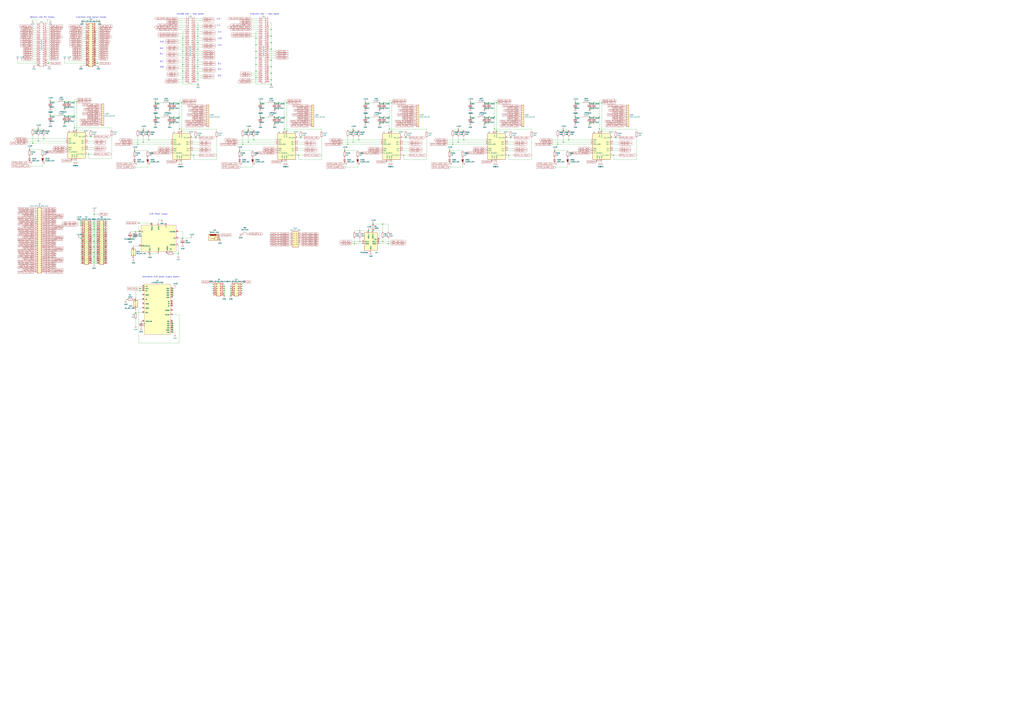
<source format=kicad_sch>
(kicad_sch (version 20211123) (generator eeschema)
  (paper "A0")
  (title_block (title "Spark v.2 - 96Boards extension connector 6x SFP+") (rev "13") (company "Lightside Instruments AS"))
  (junction (at 280.67 337.82))
  (junction (at 444.5 280.67))
  (junction (at 297.18 74.93))
  (junction (at 207.01 294.64))
  (junction (at 229.87 85.09))
  (junction (at 260.35 340.36))
  (junction (at 417.83 280.67))
  (junction (at 34.29 173.99))
  (junction (at 200.66 381))
  (junction (at 247.65 337.82))
  (junction (at 281.94 167.64))
  (junction (at 574.04 149.86))
  (junction (at 562.61 143.51))
  (junction (at 278.13 175.26))
  (junction (at 400.05 175.26))
  (junction (at 44.45 149.86))
  (junction (at 74.93 142.24))
  (junction (at 260.35 337.82))
  (junction (at 643.89 175.26))
  (junction (at 247.65 340.36))
  (junction (at 227.33 160.02))
  (junction (at 318.77 143.51))
  (junction (at 715.01 160.02))
  (junction (at 212.09 74.93))
  (junction (at 80.01 134.62))
  (junction (at 297.18 67.31))
  (junction (at 80.01 118.11))
  (junction (at 200.66 340.36))
  (junction (at 229.87 69.85))
  (junction (at 212.09 67.31))
  (junction (at 157.48 363.22))
  (junction (at 410.21 151.13))
  (junction (at 38.1 166.37))
  (junction (at 562.61 127))
  (junction (at 450.85 283.21))
  (junction (at 684.53 143.51))
  (junction (at 294.64 162.56))
  (junction (at 424.18 119.38))
  (junction (at 440.69 119.38))
  (junction (at 314.96 92.71))
  (junction (at 200.66 383.54))
  (junction (at 280.67 332.74))
  (junction (at 200.66 378.46))
  (junction (at 471.17 160.02))
  (junction (at 109.22 266.7))
  (junction (at 201.93 119.38))
  (junction (at 157.48 269.24))
  (junction (at 521.97 175.26))
  (junction (at 229.87 97.79))
  (junction (at 440.69 135.89))
  (junction (at 200.66 342.9))
  (junction (at 88.9 118.11))
  (junction (at 160.02 167.64))
  (junction (at 196.85 143.51))
  (junction (at 712.47 180.34))
  (junction (at 247.65 332.74))
  (junction (at 349.25 160.02))
  (junction (at 212.09 276.86))
  (junction (at 44.45 163.83))
  (junction (at 297.18 82.55))
  (junction (at 200.66 375.92))
  (junction (at 109.22 293.37))
  (junction (at 318.77 127))
  (junction (at 330.2 135.89))
  (junction (at 452.12 149.86))
  (junction (at 267.97 335.28))
  (junction (at 297.18 44.45))
  (junction (at 433.07 267.97))
  (junction (at 332.74 152.4))
  (junction (at 567.69 119.38))
  (junction (at 260.35 342.9))
  (junction (at 302.26 119.38))
  (junction (at 314.96 34.29))
  (junction (at 109.22 260.35))
  (junction (at 654.05 165.1))
  (junction (at 668.02 135.89))
  (junction (at 229.87 34.29))
  (junction (at 267.97 332.74))
  (junction (at 229.87 41.91))
  (junction (at 74.93 134.62))
  (junction (at 280.67 335.28))
  (junction (at 576.58 119.38))
  (junction (at 314.96 57.15))
  (junction (at 427.99 267.97))
  (junction (at 314.96 77.47))
  (junction (at 93.98 261.62))
  (junction (at 280.67 330.2))
  (junction (at 684.53 119.38))
  (junction (at 546.1 135.89))
  (junction (at 161.29 269.24))
  (junction (at 297.18 59.69))
  (junction (at 410.21 165.1))
  (junction (at 162.56 337.82))
  (junction (at 454.66 152.4))
  (junction (at 280.67 340.36))
  (junction (at 229.87 92.71))
  (junction (at 424.18 135.89))
  (junction (at 212.09 59.69))
  (junction (at 172.72 162.56))
  (junction (at 440.69 143.51))
  (junction (at 88.9 151.13))
  (junction (at 695.96 149.86))
  (junction (at 538.48 162.56))
  (junction (at 208.28 149.86))
  (junction (at 93.98 256.54))
  (junction (at 55.88 73.66))
  (junction (at 58.42 134.62))
  (junction (at 196.85 127))
  (junction (at 109.22 280.67))
  (junction (at 200.66 337.82))
  (junction (at 416.56 162.56))
  (junction (at 297.18 90.17))
  (junction (at 654.05 151.13))
  (junction (at 297.18 52.07))
  (junction (at 212.09 90.17))
  (junction (at 647.7 167.64))
  (junction (at 323.85 135.89))
  (junction (at 109.22 248.92))
  (junction (at 74.93 125.73))
  (junction (at 330.2 149.86))
  (junction (at 212.09 52.07))
  (junction (at 260.35 335.28))
  (junction (at 109.22 287.02))
  (junction (at 314.96 97.79))
  (junction (at 105.41 158.75))
  (junction (at 562.61 119.38))
  (junction (at 109.22 262.89))
  (junction (at 576.58 152.4))
  (junction (at 180.34 119.38))
  (junction (at 210.82 119.38))
  (junction (at 314.96 49.53))
  (junction (at 452.12 135.89))
  (junction (at 166.37 165.1))
  (junction (at 532.13 151.13))
  (junction (at 346.71 180.34))
  (junction (at 440.69 127))
  (junction (at 212.09 44.45))
  (junction (at 454.66 119.38))
  (junction (at 411.48 283.21))
  (junction (at 267.97 340.36))
  (junction (at 684.53 135.89))
  (junction (at 532.13 165.1))
  (junction (at 200.66 386.08))
  (junction (at 314.96 85.09))
  (junction (at 403.86 167.64))
  (junction (at 267.97 342.9))
  (junction (at 318.77 135.89))
  (junction (at 247.65 330.2))
  (junction (at 255.27 278.13))
  (junction (at 468.63 180.34))
  (junction (at 689.61 135.89))
  (junction (at 102.87 179.07))
  (junction (at 567.69 135.89))
  (junction (at 695.96 135.89))
  (junction (at 109.22 257.81))
  (junction (at 86.36 148.59))
  (junction (at 593.09 160.02))
  (junction (at 201.93 135.89))
  (junction (at 698.5 119.38))
  (junction (at 109.22 304.8))
  (junction (at 247.65 335.28))
  (junction (at 58.42 118.11))
  (junction (at 196.85 119.38))
  (junction (at 74.93 118.11))
  (junction (at 229.87 49.53))
  (junction (at 212.09 82.55))
  (junction (at 162.56 335.28))
  (junction (at 156.21 175.26))
  (junction (at 574.04 135.89))
  (junction (at 109.22 298.45))
  (junction (at 288.29 165.1))
  (junction (at 229.87 77.47))
  (junction (at 323.85 119.38))
  (junction (at 180.34 135.89))
  (junction (at 86.36 134.62))
  (junction (at 173.99 294.64))
  (junction (at 445.77 119.38))
  (junction (at 684.53 127))
  (junction (at 50.8 161.29))
  (junction (at 267.97 337.82))
  (junction (at 113.03 73.66))
  (junction (at 109.22 273.05))
  (junction (at 314.96 41.91))
  (junction (at 562.61 135.89))
  (junction (at 668.02 119.38))
  (junction (at 302.26 135.89))
  (junction (at 660.4 162.56))
  (junction (at 288.29 151.13))
  (junction (at 196.85 135.89))
  (junction (at 260.35 332.74))
  (junction (at 444.5 260.35))
  (junction (at 210.82 152.4))
  (junction (at 208.28 135.89))
  (junction (at 318.77 119.38))
  (junction (at 689.61 119.38))
  (junction (at 93.98 259.08))
  (junction (at 229.87 57.15))
  (junction (at 224.79 180.34))
  (junction (at 314.96 69.85))
  (junction (at 161.29 259.08))
  (junction (at 417.83 267.97))
  (junction (at 332.74 119.38))
  (junction (at 166.37 151.13))
  (junction (at 433.07 260.35))
  (junction (at 698.5 152.4))
  (junction (at 525.78 167.64))
  (junction (at 93.98 276.86))
  (junction (at 200.66 335.28))
  (junction (at 445.77 135.89))
  (junction (at 590.55 180.34))
  (junction (at 546.1 119.38))
  (no_connect (at 312.42 95.25))
  (no_connect (at 227.33 95.25))
  (wire (pts (xy 229.87 49.53) (xy 227.33 49.53)))
  (wire (pts (xy 95.25 33.02) (xy 99.06 33.02)))
  (wire (pts (xy 161.29 269.24) (xy 157.48 269.24)))
  (wire (pts (xy 157.48 345.44) (xy 157.48 337.82)))
  (wire (pts (xy 420.37 283.21) (xy 411.48 283.21)))
  (wire (pts (xy 124.46 304.8) (xy 124.46 306.07)))
  (wire (pts (xy 229.87 85.09) (xy 229.87 92.71)))
  (wire (pts (xy 212.09 74.93) (xy 214.63 74.93)))
  (wire (pts (xy 647.7 158.75) (xy 647.7 167.64)))
  (wire (pts (xy 299.72 24.13) (xy 292.1 24.13)))
  (wire (pts (xy 54.61 43.18) (xy 57.15 43.18)))
  (wire (pts (xy 227.33 74.93) (xy 234.95 74.93)))
  (wire (pts (xy 467.36 175.26) (xy 474.98 175.26)))
  (wire (pts (xy 124.46 276.86) (xy 124.46 278.13)))
  (wire (pts (xy 95.25 30.48) (xy 99.06 30.48)))
  (wire (pts (xy 207.01 276.86) (xy 212.09 276.86)))
  (wire (pts (xy 689.61 119.38) (xy 698.5 119.38)))
  (wire (pts (xy 712.47 185.42) (xy 712.47 180.34)))
  (wire (pts (xy 106.68 298.45) (xy 109.22 298.45)))
  (wire (pts (xy 111.76 66.04) (xy 114.3 66.04)))
  (wire (pts (xy 102.87 184.15) (xy 102.87 179.07)))
  (wire (pts (xy 200.66 345.44) (xy 200.66 342.9)))
  (wire (pts (xy 212.09 97.79) (xy 212.09 90.17)))
  (wire (pts (xy 31.75 166.37) (xy 38.1 166.37)))
  (wire (pts (xy 410.21 165.1) (xy 410.21 158.75)))
  (wire (pts (xy 93.98 292.1) (xy 124.46 292.1)))
  (wire (pts (xy 114.3 40.64) (xy 111.76 40.64)))
  (wire (pts (xy 293.37 194.31) (xy 293.37 190.5)))
  (wire (pts (xy 93.98 293.37) (xy 93.98 292.1)))
  (wire (pts (xy 596.9 172.72) (xy 589.28 172.72)))
  (wire (pts (xy 280.67 332.74) (xy 280.67 335.28)))
  (wire (pts (xy 106.68 265.43) (xy 111.76 265.43)))
  (wire (pts (xy 208.28 398.78) (xy 161.29 398.78)))
  (wire (pts (xy 260.35 335.28) (xy 260.35 337.82)))
  (wire (pts (xy 54.61 35.56) (xy 57.15 35.56)))
  (wire (pts (xy 229.87 34.29) (xy 229.87 41.91)))
  (wire (pts (xy 162.56 335.28) (xy 162.56 337.82)))
  (wire (pts (xy 201.93 135.89) (xy 208.28 135.89)))
  (wire (pts (xy 111.76 22.86) (xy 111.76 27.94)))
  (wire (pts (xy 280.67 340.36) (xy 280.67 342.9)))
  (wire (pts (xy 210.82 189.23) (xy 210.82 187.96)))
  (wire (pts (xy 424.18 135.89) (xy 433.07 135.89)))
  (wire (pts (xy 38.1 149.86) (xy 44.45 149.86)))
  (wire (pts (xy 330.2 149.86) (xy 330.2 152.4)))
  (wire (pts (xy 38.1 66.04) (xy 41.91 66.04)))
  (wire (pts (xy 54.61 30.48) (xy 57.15 30.48)))
  (wire (pts (xy 38.1 33.02) (xy 41.91 33.02)))
  (wire (pts (xy 95.25 53.34) (xy 99.06 53.34)))
  (wire (pts (xy 49.53 173.99) (xy 34.29 173.99)))
  (wire (pts (xy 227.33 67.31) (xy 234.95 67.31)))
  (wire (pts (xy 668.02 135.89) (xy 676.91 135.89)))
  (wire (pts (xy 532.13 151.13) (xy 538.48 151.13)))
  (wire (pts (xy 251.46 185.42) (xy 224.79 185.42)))
  (wire (pts (xy 323.85 135.89) (xy 330.2 135.89)))
  (wire (pts (xy 312.42 67.31) (xy 320.04 67.31)))
  (wire (pts (xy 471.17 160.02) (xy 474.98 160.02)))
  (wire (pts (xy 207.01 26.67) (xy 214.63 26.67)))
  (wire (pts (xy 93.98 257.81) (xy 93.98 256.54)))
  (wire (pts (xy 54.61 22.86) (xy 58.42 22.86)))
  (wire (pts (xy 208.28 135.89) (xy 208.28 116.84)))
  (wire (pts (xy 234.95 59.69) (xy 227.33 59.69)))
  (wire (pts (xy 88.9 187.96) (xy 88.9 186.69)))
  (wire (pts (xy 373.38 160.02) (xy 373.38 185.42)))
  (wire (pts (xy 318.77 135.89) (xy 323.85 135.89)))
  (wire (pts (xy 165.1 335.28) (xy 162.56 335.28)))
  (wire (pts (xy 440.69 267.97) (xy 433.07 267.97)))
  (wire (pts (xy 525.78 158.75) (xy 525.78 167.64)))
  (wire (pts (xy 205.74 187.96) (xy 204.47 187.96)))
  (wire (pts (xy 349.25 160.02) (xy 353.06 160.02)))
  (wire (pts (xy 86.36 115.57) (xy 90.17 115.57)))
  (wire (pts (xy 38.1 68.58) (xy 41.91 68.58)))
  (wire (pts (xy 642.62 190.5) (xy 643.89 190.5)))
  (wire (pts (xy 54.61 22.86) (xy 54.61 27.94)))
  (wire (pts (xy 247.65 340.36) (xy 247.65 337.82)))
  (wire (pts (xy 157.48 370.84) (xy 157.48 378.46)))
  (wire (pts (xy 711.2 180.34) (xy 712.47 180.34)))
  (wire (pts (xy 260.35 340.36) (xy 260.35 342.9)))
  (wire (pts (xy 109.22 257.81) (xy 109.22 260.35)))
  (wire (pts (xy 54.61 73.66) (xy 55.88 73.66)))
  (wire (pts (xy 207.01 21.59) (xy 214.63 21.59)))
  (wire (pts (xy 525.78 167.64) (xy 563.88 167.64)))
  (wire (pts (xy 95.25 58.42) (xy 99.06 58.42)))
  (wire (pts (xy 38.1 58.42) (xy 41.91 58.42)))
  (wire (pts (xy 314.96 49.53) (xy 314.96 57.15)))
  (wire (pts (xy 302.26 119.38) (xy 311.15 119.38)))
  (wire (pts (xy 212.09 119.38) (xy 210.82 119.38)))
  (wire (pts (xy 334.01 119.38) (xy 332.74 119.38)))
  (wire (pts (xy 165.1 332.74) (xy 162.56 332.74)))
  (wire (pts (xy 711.2 175.26) (xy 718.82 175.26)))
  (wire (pts (xy 111.76 38.1) (xy 114.3 38.1)))
  (wire (pts (xy 214.63 72.39) (xy 207.01 72.39)))
  (wire (pts (xy 234.95 72.39) (xy 227.33 72.39)))
  (wire (pts (xy 49.53 193.04) (xy 35.56 193.04)))
  (wire (pts (xy 74.93 73.66) (xy 99.06 73.66)))
  (wire (pts (xy 450.85 276.86) (xy 450.85 283.21)))
  (wire (pts (xy 153.67 162.56) (xy 172.72 162.56)))
  (wire (pts (xy 297.18 74.93) (xy 297.18 82.55)))
  (wire (pts (xy 659.13 194.31) (xy 659.13 190.5)))
  (wire (pts (xy 330.2 135.89) (xy 330.2 149.86)))
  (wire (pts (xy 200.66 342.9) (xy 200.66 340.36)))
  (wire (pts (xy 297.18 67.31) (xy 297.18 74.93)))
  (wire (pts (xy 596.9 165.1) (xy 589.28 165.1)))
  (wire (pts (xy 93.98 299.72) (xy 124.46 299.72)))
  (wire (pts (xy 474.98 165.1) (xy 467.36 165.1)))
  (wire (pts (xy 76.2 163.83) (xy 44.45 163.83)))
  (wire (pts (xy 201.93 119.38) (xy 210.82 119.38)))
  (wire (pts (xy 574.04 116.84) (xy 577.85 116.84)))
  (wire (pts (xy 111.76 30.48) (xy 114.3 30.48)))
  (wire (pts (xy 200.66 378.46) (xy 200.66 381)))
  (wire (pts (xy 617.22 160.02) (xy 617.22 185.42)))
  (wire (pts (xy 695.96 116.84) (xy 699.77 116.84)))
  (wire (pts (xy 214.63 69.85) (xy 207.01 69.85)))
  (wire (pts (xy 519.43 162.56) (xy 538.48 162.56)))
  (wire (pts (xy 74.93 118.11) (xy 80.01 118.11)))
  (wire (pts (xy 106.68 267.97) (xy 111.76 267.97)))
  (wire (pts (xy 294.64 158.75) (xy 294.64 162.56)))
  (wire (pts (xy 593.09 160.02) (xy 596.9 160.02)))
  (wire (pts (xy 95.25 50.8) (xy 99.06 50.8)))
  (wire (pts (xy 54.61 48.26) (xy 57.15 48.26)))
  (wire (pts (xy 93.98 256.54) (xy 124.46 256.54)))
  (wire (pts (xy 114.3 60.96) (xy 111.76 60.96)))
  (wire (pts (xy 373.38 185.42) (xy 346.71 185.42)))
  (wire (pts (xy 171.45 194.31) (xy 171.45 190.5)))
  (wire (pts (xy 124.46 299.72) (xy 124.46 300.99)))
  (wire (pts (xy 224.79 185.42) (xy 224.79 180.34)))
  (wire (pts (xy 314.96 34.29) (xy 312.42 34.29)))
  (wire (pts (xy 684.53 119.38) (xy 689.61 119.38)))
  (wire (pts (xy 455.93 119.38) (xy 454.66 119.38)))
  (wire (pts (xy 251.46 149.86) (xy 208.28 149.86)))
  (wire (pts (xy 685.8 165.1) (xy 654.05 165.1)))
  (wire (pts (xy 449.58 187.96) (xy 448.31 187.96)))
  (wire (pts (xy 54.61 60.96) (xy 57.15 60.96)))
  (wire (pts (xy 44.45 149.86) (xy 50.8 149.86)))
  (wire (pts (xy 50.8 161.29) (xy 76.2 161.29)))
  (wire (pts (xy 229.87 26.67) (xy 229.87 34.29)))
  (wire (pts (xy 93.98 275.59) (xy 93.98 274.32)))
  (wire (pts (xy 281.94 151.13) (xy 288.29 151.13)))
  (wire (pts (xy 373.38 149.86) (xy 330.2 149.86)))
  (wire (pts (xy 345.44 160.02) (xy 349.25 160.02)))
  (wire (pts (xy 212.09 36.83) (xy 212.09 44.45)))
  (wire (pts (xy 160.02 151.13) (xy 166.37 151.13)))
  (wire (pts (xy 297.18 52.07) (xy 297.18 59.69)))
  (wire (pts (xy 124.46 266.7) (xy 124.46 267.97)))
  (wire (pts (xy 314.96 69.85) (xy 312.42 69.85)))
  (wire (pts (xy 208.28 365.76) (xy 208.28 398.78)))
  (wire (pts (xy 467.36 160.02) (xy 471.17 160.02)))
  (wire (pts (xy 165.1 347.98) (xy 154.94 347.98)))
  (wire (pts (xy 247.65 327.66) (xy 247.65 330.2)))
  (wire (pts (xy 38.1 53.34) (xy 41.91 53.34)))
  (wire (pts (xy 106.68 293.37) (xy 109.22 293.37)))
  (wire (pts (xy 113.03 71.12) (xy 111.76 71.12)))
  (wire (pts (xy 106.68 285.75) (xy 111.76 285.75)))
  (wire (pts (xy 314.96 85.09) (xy 314.96 92.71)))
  (wire (pts (xy 567.69 143.51) (xy 562.61 143.51)))
  (wire (pts (xy 184.15 259.08) (xy 184.15 255.27)))
  (wire (pts (xy 332.74 189.23) (xy 332.74 187.96)))
  (wire (pts (xy 162.56 335.28) (xy 161.29 335.28)))
  (wire (pts (xy 227.33 64.77) (xy 234.95 64.77)))
  (wire (pts (xy 176.53 259.08) (xy 161.29 259.08)))
  (wire (pts (xy 105.41 158.75) (xy 109.22 158.75)))
  (wire (pts (xy 208.28 135.89) (xy 208.28 149.86)))
  (wire (pts (xy 440.69 135.89) (xy 445.77 135.89)))
  (wire (pts (xy 441.96 165.1) (xy 410.21 165.1)))
  (wire (pts (xy 86.36 134.62) (xy 86.36 115.57)))
  (wire (pts (xy 312.42 64.77) (xy 320.04 64.77)))
  (wire (pts (xy 208.28 189.23) (xy 208.28 187.96)))
  (wire (pts (xy 314.96 77.47) (xy 314.96 85.09)))
  (wire (pts (xy 212.09 59.69) (xy 214.63 59.69)))
  (wire (pts (xy 38.1 55.88) (xy 41.91 55.88)))
  (wire (pts (xy 408.94 280.67) (xy 417.83 280.67)))
  (wire (pts (xy 54.61 38.1) (xy 57.15 38.1)))
  (wire (pts (xy 297.18 67.31) (xy 299.72 67.31)))
  (wire (pts (xy 106.68 283.21) (xy 111.76 283.21)))
  (wire (pts (xy 647.7 151.13) (xy 654.05 151.13)))
  (wire (pts (xy 292.1 26.67) (xy 299.72 26.67)))
  (wire (pts (xy 93.98 259.08) (xy 124.46 259.08)))
  (wire (pts (xy 715.01 160.02) (xy 718.82 160.02)))
  (wire (pts (xy 212.09 52.07) (xy 214.63 52.07)))
  (wire (pts (xy 91.44 276.86) (xy 93.98 276.86)))
  (wire (pts (xy 445.77 135.89) (xy 452.12 135.89)))
  (wire (pts (xy 200.66 383.54) (xy 200.66 386.08)))
  (wire (pts (xy 332.74 152.4) (xy 332.74 119.38)))
  (wire (pts (xy 445.77 143.51) (xy 440.69 143.51)))
  (wire (pts (xy 171.45 194.31) (xy 157.48 194.31)))
  (wire (pts (xy 207.01 31.75) (xy 214.63 31.75)))
  (wire (pts (xy 292.1 41.91) (xy 299.72 41.91)))
  (wire (pts (xy 214.63 87.63) (xy 207.01 87.63)))
  (wire (pts (xy 88.9 151.13) (xy 88.9 118.11)))
  (wire (pts (xy 297.18 82.55) (xy 299.72 82.55)))
  (wire (pts (xy 260.35 332.74) (xy 260.35 335.28)))
  (wire (pts (xy 562.61 135.89) (xy 567.69 135.89)))
  (wire (pts (xy 332.74 152.4) (xy 349.25 152.4)))
  (wire (pts (xy 124.46 287.02) (xy 124.46 288.29)))
  (wire (pts (xy 297.18 59.69) (xy 297.18 67.31)))
  (wire (pts (xy 38.1 22.86) (xy 38.1 24.13)))
  (wire (pts (xy 452.12 135.89) (xy 452.12 116.84)))
  (wire (pts (xy 124.46 274.32) (xy 124.46 275.59)))
  (wire (pts (xy 162.56 332.74) (xy 162.56 335.28)))
  (wire (pts (xy 647.7 167.64) (xy 685.8 167.64)))
  (wire (pts (xy 260.35 330.2) (xy 260.35 332.74)))
  (wire (pts (xy 212.09 36.83) (xy 214.63 36.83)))
  (wire (pts (xy 537.21 194.31) (xy 537.21 190.5)))
  (wire (pts (xy 299.72 29.21) (xy 292.1 29.21)))
  (wire (pts (xy 106.68 306.07) (xy 111.76 306.07)))
  (wire (pts (xy 739.14 152.4) (xy 739.14 149.86)))
  (wire (pts (xy 314.96 57.15) (xy 312.42 57.15)))
  (wire (pts (xy 207.01 39.37) (xy 214.63 39.37)))
  (wire (pts (xy 267.97 332.74) (xy 267.97 335.28)))
  (wire (pts (xy 58.42 22.86) (xy 58.42 24.13)))
  (wire (pts (xy 275.59 165.1) (xy 288.29 165.1)))
  (wire (pts (xy 276.86 190.5) (xy 278.13 190.5)))
  (wire (pts (xy 229.87 69.85) (xy 227.33 69.85)))
  (wire (pts (xy 689.61 127) (xy 684.53 127)))
  (wire (pts (xy 444.5 269.24) (xy 444.5 260.35)))
  (wire (pts (xy 712.47 180.34) (xy 718.82 180.34)))
  (wire (pts (xy 54.61 53.34) (xy 57.15 53.34)))
  (wire (pts (xy 318.77 119.38) (xy 323.85 119.38)))
  (wire (pts (xy 415.29 194.31) (xy 401.32 194.31)))
  (wire (pts (xy 93.98 300.99) (xy 93.98 299.72)))
  (wire (pts (xy 546.1 119.38) (xy 554.99 119.38)))
  (wire (pts (xy 113.03 73.66) (xy 114.3 73.66)))
  (wire (pts (xy 520.7 190.5) (xy 521.97 190.5)))
  (wire (pts (xy 416.56 158.75) (xy 416.56 162.56)))
  (wire (pts (xy 415.29 175.26) (xy 400.05 175.26)))
  (wire (pts (xy 55.88 73.66) (xy 57.15 73.66)))
  (wire (pts (xy 109.22 163.83) (xy 101.6 163.83)))
  (wire (pts (xy 44.45 163.83) (xy 44.45 157.48)))
  (wire (pts (xy 267.97 340.36) (xy 267.97 342.9)))
  (wire (pts (xy 617.22 149.86) (xy 574.04 149.86)))
  (wire (pts (xy 93.98 281.94) (xy 124.46 281.94)))
  (wire (pts (xy 698.5 152.4) (xy 698.5 119.38)))
  (wire (pts (xy 323.85 127) (xy 318.77 127)))
  (wire (pts (xy 567.69 127) (xy 562.61 127)))
  (wire (pts (xy 229.87 85.09) (xy 227.33 85.09)))
  (wire (pts (xy 260.35 337.82) (xy 260.35 340.36)))
  (wire (pts (xy 297.18 82.55) (xy 297.18 90.17)))
  (wire (pts (xy 519.43 167.64) (xy 525.78 167.64)))
  (wire (pts (xy 452.12 116.84) (xy 455.93 116.84)))
  (wire (pts (xy 80.01 125.73) (xy 74.93 125.73)))
  (wire (pts (xy 99.06 66.04) (xy 95.25 66.04)))
  (wire (pts (xy 203.2 334.01) (xy 203.2 335.28)))
  (wire (pts (xy 297.18 52.07) (xy 299.72 52.07)))
  (wire (pts (xy 323.85 143.51) (xy 318.77 143.51)))
  (wire (pts (xy 93.98 287.02) (xy 109.22 287.02)))
  (wire (pts (xy 91.44 256.54) (xy 93.98 256.54)))
  (wire (pts (xy 695.96 135.89) (xy 695.96 116.84)))
  (wire (pts (xy 38.1 157.48) (xy 38.1 166.37)))
  (wire (pts (xy 31.75 161.29) (xy 50.8 161.29)))
  (wire (pts (xy 590.55 185.42) (xy 590.55 180.34)))
  (wire (pts (xy 106.68 290.83) (xy 111.76 290.83)))
  (wire (pts (xy 109.22 246.38) (xy 109.22 248.92)))
  (wire (pts (xy 711.2 160.02) (xy 715.01 160.02)))
  (wire (pts (xy 576.58 152.4) (xy 593.09 152.4)))
  (wire (pts (xy 93.98 76.2) (xy 99.06 76.2)))
  (wire (pts (xy 452.12 149.86) (xy 452.12 152.4)))
  (wire (pts (xy 95.25 35.56) (xy 99.06 35.56)))
  (wire (pts (xy 172.72 162.56) (xy 198.12 162.56)))
  (wire (pts (xy 93.98 288.29) (xy 93.98 287.02)))
  (wire (pts (xy 113.03 71.12) (xy 113.03 73.66)))
  (wire (pts (xy 247.65 332.74) (xy 247.65 330.2)))
  (wire (pts (xy 345.44 180.34) (xy 346.71 180.34)))
  (wire (pts (xy 538.48 162.56) (xy 563.88 162.56)))
  (wire (pts (xy 224.79 180.34) (xy 231.14 180.34)))
  (wire (pts (xy 93.98 274.32) (xy 124.46 274.32)))
  (wire (pts (xy 433.07 260.35) (xy 444.5 260.35)))
  (wire (pts (xy 280.67 327.66) (xy 280.67 330.2)))
  (wire (pts (xy 312.42 62.23) (xy 320.04 62.23)))
  (wire (pts (xy 668.02 119.38) (xy 676.91 119.38)))
  (wire (pts (xy 129.54 148.59) (xy 86.36 148.59)))
  (wire (pts (xy 157.48 363.22) (xy 165.1 363.22)))
  (wire (pts (xy 109.22 287.02) (xy 109.22 293.37)))
  (wire (pts (xy 207.01 269.24) (xy 212.09 269.24)))
  (wire (pts (xy 166.37 151.13) (xy 172.72 151.13)))
  (wire (pts (xy 93.98 283.21) (xy 93.98 281.94)))
  (wire (pts (xy 288.29 165.1) (xy 288.29 158.75)))
  (wire (pts (xy 403.86 167.64) (xy 441.96 167.64)))
  (wire (pts (xy 227.33 82.55) (xy 234.95 82.55)))
  (wire (pts (xy 38.1 50.8) (xy 41.91 50.8)))
  (wire (pts (xy 212.09 44.45) (xy 214.63 44.45)))
  (wire (pts (xy 495.3 152.4) (xy 495.3 149.86)))
  (wire (pts (xy 314.96 92.71) (xy 314.96 97.79)))
  (wire (pts (xy 86.36 134.62) (xy 86.36 148.59)))
  (wire (pts (xy 212.09 59.69) (xy 212.09 67.31)))
  (wire (pts (xy 90.17 261.62) (xy 93.98 261.62)))
  (wire (pts (xy 41.91 38.1) (xy 38.1 38.1)))
  (wire (pts (xy 95.25 40.64) (xy 99.06 40.64)))
  (wire (pts (xy 54.61 68.58) (xy 57.15 68.58)))
  (wire (pts (xy 93.98 262.89) (xy 93.98 261.62)))
  (wire (pts (xy 227.33 39.37) (xy 234.95 39.37)))
  (wire (pts (xy 452.12 135.89) (xy 452.12 149.86)))
  (wire (pts (xy 124.46 264.16) (xy 124.46 265.43)))
  (wire (pts (xy 567.69 135.89) (xy 574.04 135.89)))
  (wire (pts (xy 538.48 158.75) (xy 538.48 162.56)))
  (wire (pts (xy 31.75 163.83) (xy 44.45 163.83)))
  (wire (pts (xy 114.3 55.88) (xy 111.76 55.88)))
  (wire (pts (xy 297.18 44.45) (xy 299.72 44.45)))
  (wire (pts (xy 33.02 189.23) (xy 34.29 189.23)))
  (wire (pts (xy 124.46 289.56) (xy 124.46 290.83)))
  (wire (pts (xy 410.21 151.13) (xy 416.56 151.13)))
  (wire (pts (xy 212.09 67.31) (xy 214.63 67.31)))
  (wire (pts (xy 54.61 66.04) (xy 57.15 66.04)))
  (wire (pts (xy 292.1 39.37) (xy 299.72 39.37)))
  (wire (pts (xy 180.34 119.38) (xy 189.23 119.38)))
  (wire (pts (xy 227.33 24.13) (xy 234.95 24.13)))
  (wire (pts (xy 80.01 118.11) (xy 88.9 118.11)))
  (wire (pts (xy 397.51 167.64) (xy 403.86 167.64)))
  (wire (pts (xy 229.87 97.79) (xy 212.09 97.79)))
  (wire (pts (xy 207.01 284.48) (xy 207.01 294.64)))
  (wire (pts (xy 106.68 300.99) (xy 111.76 300.99)))
  (wire (pts (xy 297.18 74.93) (xy 299.72 74.93)))
  (wire (pts (xy 38.1 63.5) (xy 41.91 63.5)))
  (wire (pts (xy 450.85 283.21) (xy 453.39 283.21)))
  (wire (pts (xy 101.6 173.99) (xy 109.22 173.99)))
  (wire (pts (xy 95.25 63.5) (xy 99.06 63.5)))
  (wire (pts (xy 297.18 59.69) (xy 299.72 59.69)))
  (wire (pts (xy 109.22 304.8) (xy 109.22 307.34)))
  (wire (pts (xy 93.98 269.24) (xy 124.46 269.24)))
  (wire (pts (xy 207.01 294.64) (xy 207.01 297.18)))
  (wire (pts (xy 574.04 149.86) (xy 574.04 152.4)))
  (wire (pts (xy 411.48 276.86) (xy 411.48 283.21)))
  (wire (pts (xy 320.04 165.1) (xy 288.29 165.1)))
  (wire (pts (xy 229.87 49.53) (xy 229.87 57.15)))
  (wire (pts (xy 101.6 166.37) (xy 109.22 166.37)))
  (wire (pts (xy 212.09 44.45) (xy 212.09 52.07)))
  (wire (pts (xy 695.96 189.23) (xy 695.96 187.96)))
  (wire (pts (xy 93.98 302.26) (xy 124.46 302.26)))
  (wire (pts (xy 574.04 189.23) (xy 574.04 187.96)))
  (wire (pts (xy 617.22 152.4) (xy 617.22 149.86)))
  (wire (pts (xy 80.01 134.62) (xy 86.36 134.62)))
  (wire (pts (xy 95.25 45.72) (xy 99.06 45.72)))
  (wire (pts (xy 106.68 278.13) (xy 111.76 278.13)))
  (wire (pts (xy 109.22 266.7) (xy 109.22 262.89)))
  (wire (pts (xy 54.61 71.12) (xy 55.88 71.12)))
  (wire (pts (xy 129.54 151.13) (xy 129.54 148.59)))
  (wire (pts (xy 109.22 287.02) (xy 124.46 287.02)))
  (wire (pts (xy 229.87 92.71) (xy 227.33 92.71)))
  (wire (pts (xy 417.83 267.97) (xy 411.48 267.97)))
  (wire (pts (xy 161.29 398.78) (xy 161.29 358.14)))
  (wire (pts (xy 590.55 180.34) (xy 596.9 180.34)))
  (wire (pts (xy 214.63 24.13) (xy 207.01 24.13)))
  (wire (pts (xy 229.87 69.85) (xy 229.87 77.47)))
  (wire (pts (xy 214.63 34.29) (xy 207.01 34.29)))
  (wire (pts (xy 641.35 167.64) (xy 647.7 167.64)))
  (wire (pts (xy 229.87 77.47) (xy 227.33 77.47)))
  (wire (pts (xy 203.2 386.08) (xy 200.66 386.08)))
  (wire (pts (xy 160.02 158.75) (xy 160.02 167.64)))
  (wire (pts (xy 93.98 271.78) (xy 124.46 271.78)))
  (wire (pts (xy 38.1 35.56) (xy 41.91 35.56)))
  (wire (pts (xy 302.26 135.89) (xy 311.15 135.89)))
  (wire (pts (xy 109.22 298.45) (xy 111.76 298.45)))
  (wire (pts (xy 93.98 261.62) (xy 124.46 261.62)))
  (wire (pts (xy 711.2 167.64) (xy 718.82 167.64)))
  (wire (pts (xy 320.04 59.69) (xy 312.42 59.69)))
  (wire (pts (xy 693.42 187.96) (xy 692.15 187.96)))
  (wire (pts (xy 58.42 134.62) (xy 67.31 134.62)))
  (wire (pts (xy 267.97 330.2) (xy 267.97 332.74)))
  (wire (pts (xy 38.1 60.96) (xy 41.91 60.96)))
  (wire (pts (xy 654.05 165.1) (xy 654.05 158.75)))
  (wire (pts (xy 93.98 298.45) (xy 93.98 297.18)))
  (wire (pts (xy 314.96 57.15) (xy 314.96 69.85)))
  (wire (pts (xy 93.98 280.67) (xy 93.98 279.4)))
  (wire (pts (xy 196.85 135.89) (xy 201.93 135.89)))
  (wire (pts (xy 739.14 160.02) (xy 739.14 185.42)))
  (wire (pts (xy 474.98 172.72) (xy 467.36 172.72)))
  (wire (pts (xy 234.95 52.07) (xy 227.33 52.07)))
  (wire (pts (xy 114.3 45.72) (xy 111.76 45.72)))
  (wire (pts (xy 251.46 152.4) (xy 251.46 149.86)))
  (wire (pts (xy 299.72 34.29) (xy 292.1 34.29)))
  (wire (pts (xy 38.1 43.18) (xy 41.91 43.18)))
  (wire (pts (xy 468.63 180.34) (xy 474.98 180.34)))
  (wire (pts (xy 411.48 267.97) (xy 411.48 269.24)))
  (wire (pts (xy 161.29 259.08) (xy 161.29 269.24)))
  (wire (pts (xy 106.68 270.51) (xy 111.76 270.51)))
  (wire (pts (xy 172.72 158.75) (xy 172.72 162.56)))
  (wire (pts (xy 101.6 158.75) (xy 105.41 158.75)))
  (wire (pts (xy 80.01 69.85) (xy 80.01 71.12)))
  (wire (pts (xy 109.22 298.45) (xy 109.22 304.8)))
  (wire (pts (xy 124.46 302.26) (xy 124.46 303.53)))
  (wire (pts (xy 718.82 172.72) (xy 711.2 172.72)))
  (wire (pts (xy 537.21 194.31) (xy 523.24 194.31)))
  (wire (pts (xy 106.68 273.05) (xy 109.22 273.05)))
  (wire (pts (xy 229.87 57.15) (xy 229.87 69.85)))
  (wire (pts (xy 571.5 187.96) (xy 570.23 187.96)))
  (wire (pts (xy 440.69 283.21) (xy 450.85 283.21)))
  (wire (pts (xy 95.25 48.26) (xy 99.06 48.26)))
  (wire (pts (xy 106.68 257.81) (xy 109.22 257.81)))
  (wire (pts (xy 207.01 85.09) (xy 214.63 85.09)))
  (wire (pts (xy 234.95 80.01) (xy 227.33 80.01)))
  (wire (pts (xy 210.82 152.4) (xy 210.82 119.38)))
  (wire (pts (xy 93.98 285.75) (xy 93.98 284.48)))
  (wire (pts (xy 212.09 90.17) (xy 214.63 90.17)))
  (wire (pts (xy 214.63 29.21) (xy 207.01 29.21)))
  (wire (pts (xy 255.27 275.59) (xy 255.27 278.13)))
  (wire (pts (xy 562.61 119.38) (xy 567.69 119.38)))
  (wire (pts (xy 227.33 160.02) (xy 231.14 160.02)))
  (wire (pts (xy 417.83 280.67) (xy 420.37 280.67)))
  (wire (pts (xy 234.95 29.21) (xy 227.33 29.21)))
  (wire (pts (xy 314.96 69.85) (xy 314.96 77.47)))
  (wire (pts (xy 297.18 97.79) (xy 297.18 90.17)))
  (wire (pts (xy 55.88 71.12) (xy 55.88 73.66)))
  (wire (pts (xy 93.98 266.7) (xy 109.22 266.7)))
  (wire (pts (xy 160.02 259.08) (xy 161.29 259.08)))
  (wire (pts (xy 495.3 160.02) (xy 495.3 185.42)))
  (wire (pts (xy 124.46 269.24) (xy 124.46 270.51)))
  (wire (pts (xy 111.76 76.2) (xy 114.3 76.2)))
  (wire (pts (xy 20.32 73.66) (xy 41.91 73.66)))
  (wire (pts (xy 654.05 151.13) (xy 660.4 151.13)))
  (wire (pts (xy 38.1 22.86) (xy 41.91 22.86)))
  (wire (pts (xy 157.48 363.22) (xy 157.48 360.68)))
  (wire (pts (xy 54.61 50.8) (xy 57.15 50.8)))
  (wire (pts (xy 440.69 119.38) (xy 445.77 119.38)))
  (wire (pts (xy 95.25 60.96) (xy 99.06 60.96)))
  (wire (pts (xy 589.28 180.34) (xy 590.55 180.34)))
  (wire (pts (xy 212.09 82.55) (xy 212.09 90.17)))
  (wire (pts (xy 161.29 358.14) (xy 165.1 358.14)))
  (wire (pts (xy 223.52 167.64) (xy 231.14 167.64)))
  (wire (pts (xy 532.13 165.1) (xy 532.13 158.75)))
  (wire (pts (xy 102.87 179.07) (xy 109.22 179.07)))
  (wire (pts (xy 314.96 97.79) (xy 297.18 97.79)))
  (wire (pts (xy 468.63 185.42) (xy 468.63 180.34)))
  (wire (pts (xy 54.61 76.2) (xy 57.15 76.2)))
  (wire (pts (xy 106.68 260.35) (xy 109.22 260.35)))
  (wire (pts (xy 171.45 175.26) (xy 156.21 175.26)))
  (wire (pts (xy 200.66 381) (xy 200.66 383.54)))
  (wire (pts (xy 251.46 160.02) (xy 251.46 185.42)))
  (wire (pts (xy 124.46 292.1) (xy 124.46 293.37)))
  (wire (pts (xy 280.67 330.2) (xy 280.67 332.74)))
  (wire (pts (xy 424.18 119.38) (xy 433.07 119.38)))
  (wire (pts (xy 314.96 34.29) (xy 314.96 41.91)))
  (wire (pts (xy 445.77 127) (xy 440.69 127)))
  (wire (pts (xy 229.87 41.91) (xy 227.33 41.91)))
  (wire (pts (xy 739.14 185.42) (xy 712.47 185.42)))
  (wire (pts (xy 54.61 58.42) (xy 57.15 58.42)))
  (wire (pts (xy 109.22 293.37) (xy 111.76 293.37)))
  (wire (pts (xy 275.59 167.64) (xy 281.94 167.64)))
  (wire (pts (xy 109.22 260.35) (xy 111.76 260.35)))
  (wire (pts (xy 106.68 295.91) (xy 111.76 295.91)))
  (wire (pts (xy 280.67 335.28) (xy 280.67 337.82)))
  (wire (pts (xy 223.52 160.02) (xy 227.33 160.02)))
  (wire (pts (xy 330.2 135.89) (xy 330.2 116.84)))
  (wire (pts (xy 229.87 34.29) (xy 227.33 34.29)))
  (wire (pts (xy 231.14 165.1) (xy 223.52 165.1)))
  (wire (pts (xy 109.22 280.67) (xy 109.22 287.02)))
  (wire (pts (xy 99.06 27.94) (xy 99.06 22.86)))
  (wire (pts (xy 227.33 31.75) (xy 234.95 31.75)))
  (wire (pts (xy 314.96 26.67) (xy 314.96 34.29)))
  (wire (pts (xy 576.58 189.23) (xy 576.58 187.96)))
  (wire (pts (xy 314.96 41.91) (xy 312.42 41.91)))
  (wire (pts (xy 109.22 273.05) (xy 111.76 273.05)))
  (wire (pts (xy 114.3 50.8) (xy 111.76 50.8)))
  (wire (pts (xy 567.69 119.38) (xy 576.58 119.38)))
  (wire (pts (xy 93.98 279.4) (xy 124.46 279.4)))
  (wire (pts (xy 109.22 266.7) (xy 124.46 266.7)))
  (wire (pts (xy 93.98 273.05) (xy 93.98 271.78)))
  (wire (pts (xy 454.66 152.4) (xy 471.17 152.4)))
  (wire (pts (xy 227.33 90.17) (xy 234.95 90.17)))
  (wire (pts (xy 54.61 45.72) (xy 57.15 45.72)))
  (wire (pts (xy 267.97 335.28) (xy 267.97 337.82)))
  (wire (pts (xy 93.98 267.97) (xy 93.98 266.7)))
  (wire (pts (xy 101.6 179.07) (xy 102.87 179.07)))
  (wire (pts (xy 227.33 62.23) (xy 234.95 62.23)))
  (wire (pts (xy 93.98 278.13) (xy 93.98 276.86)))
  (wire (pts (xy 203.2 335.28) (xy 200.66 335.28)))
  (wire (pts (xy 444.5 260.35) (xy 450.85 260.35)))
  (wire (pts (xy 294.64 162.56) (xy 320.04 162.56)))
  (wire (pts (xy 684.53 135.89) (xy 689.61 135.89)))
  (wire (pts (xy 353.06 165.1) (xy 345.44 165.1)))
  (wire (pts (xy 154.94 285.75) (xy 161.29 285.75)))
  (wire (pts (xy 297.18 36.83) (xy 299.72 36.83)))
  (wire (pts (xy 440.69 267.97) (xy 440.69 278.13)))
  (wire (pts (xy 93.98 306.07) (xy 93.98 304.8)))
  (wire (pts (xy 58.42 118.11) (xy 67.31 118.11)))
  (wire (pts (xy 111.76 43.18) (xy 114.3 43.18)))
  (wire (pts (xy 93.98 276.86) (xy 124.46 276.86)))
  (wire (pts (xy 444.5 276.86) (xy 444.5 280.67)))
  (wire (pts (xy 454.66 152.4) (xy 454.66 119.38)))
  (wire (pts (xy 111.76 33.02) (xy 114.3 33.02)))
  (wire (pts (xy 292.1 85.09) (xy 299.72 85.09)))
  (wire (pts (xy 346.71 185.42) (xy 346.71 180.34)))
  (wire (pts (xy 129.54 184.15) (xy 102.87 184.15)))
  (wire (pts (xy 589.28 175.26) (xy 596.9 175.26)))
  (wire (pts (xy 115.57 22.86) (xy 115.57 24.13)))
  (wire (pts (xy 201.93 127) (xy 196.85 127)))
  (wire (pts (xy 111.76 58.42) (xy 114.3 58.42)))
  (wire (pts (xy 114.3 68.58) (xy 111.76 68.58)))
  (wire (pts (xy 314.96 26.67) (xy 312.42 26.67)))
  (wire (pts (xy 445.77 119.38) (xy 454.66 119.38)))
  (wire (pts (xy 54.61 55.88) (xy 57.15 55.88)))
  (wire (pts (xy 467.36 167.64) (xy 474.98 167.64)))
  (wire (pts (xy 93.98 290.83) (xy 93.98 289.56)))
  (wire (pts (xy 229.87 41.91) (xy 229.87 49.53)))
  (wire (pts (xy 660.4 162.56) (xy 685.8 162.56)))
  (wire (pts (xy 229.87 92.71) (xy 229.87 97.79)))
  (wire (pts (xy 617.22 185.42) (xy 590.55 185.42)))
  (wire (pts (xy 214.63 57.15) (xy 207.01 57.15)))
  (wire (pts (xy 200.66 365.76) (xy 208.28 365.76)))
  (wire (pts (xy 95.25 55.88) (xy 99.06 55.88)))
  (wire (pts (xy 208.28 149.86) (xy 208.28 152.4)))
  (wire (pts (xy 695.96 135.89) (xy 695.96 149.86)))
  (wire (pts (xy 166.37 165.1) (xy 166.37 158.75)))
  (wire (pts (xy 589.28 167.64) (xy 596.9 167.64)))
  (wire (pts (xy 212.09 74.93) (xy 212.09 82.55)))
  (wire (pts (xy 93.98 303.53) (xy 93.98 302.26)))
  (wire (pts (xy 281.94 158.75) (xy 281.94 167.64)))
  (wire (pts (xy 739.14 149.86) (xy 695.96 149.86)))
  (wire (pts (xy 124.46 297.18) (xy 124.46 298.45)))
  (wire (pts (xy 106.68 303.53) (xy 111.76 303.53)))
  (wire (pts (xy 106.68 280.67) (xy 109.22 280.67)))
  (wire (pts (xy 212.09 276.86) (xy 222.25 276.86)))
  (wire (pts (xy 38.1 40.64) (xy 41.91 40.64)))
  (wire (pts (xy 398.78 190.5) (xy 400.05 190.5)))
  (wire (pts (xy 212.09 52.07) (xy 212.09 59.69)))
  (wire (pts (xy 93.98 295.91) (xy 93.98 294.64)))
  (wire (pts (xy 345.44 175.26) (xy 353.06 175.26)))
  (wire (pts (xy 247.65 342.9) (xy 247.65 340.36)))
  (wire (pts (xy 695.96 149.86) (xy 695.96 152.4)))
  (wire (pts (xy 229.87 26.67) (xy 227.33 26.67)))
  (wire (pts (xy 111.76 22.86) (xy 115.57 22.86)))
  (wire (pts (xy 403.86 158.75) (xy 403.86 167.64)))
  (wire (pts (xy 109.22 293.37) (xy 109.22 298.45)))
  (wire (pts (xy 234.95 36.83) (xy 227.33 36.83)))
  (wire (pts (xy 280.67 337.82) (xy 280.67 340.36)))
  (wire (pts (xy 563.88 165.1) (xy 532.13 165.1)))
  (wire (pts (xy 214.63 46.99) (xy 207.01 46.99)))
  (wire (pts (xy 184.15 255.27) (xy 187.96 255.27)))
  (wire (pts (xy 200.66 337.82) (xy 200.66 335.28)))
  (wire (pts (xy 450.85 260.35) (xy 450.85 269.24)))
  (wire (pts (xy 93.98 264.16) (xy 124.46 264.16)))
  (wire (pts (xy 212.09 82.55) (xy 214.63 82.55)))
  (wire (pts (xy 41.91 76.2) (xy 39.37 76.2)))
  (wire (pts (xy 153.67 167.64) (xy 160.02 167.64)))
  (wire (pts (xy 397.51 165.1) (xy 410.21 165.1)))
  (wire (pts (xy 495.3 149.86) (xy 452.12 149.86)))
  (wire (pts (xy 411.48 283.21) (xy 408.94 283.21)))
  (wire (pts (xy 162.56 337.82) (xy 165.1 337.82)))
  (wire (pts (xy 38.1 48.26) (xy 41.91 48.26)))
  (wire (pts (xy 93.98 265.43) (xy 93.98 264.16)))
  (wire (pts (xy 38.1 30.48) (xy 41.91 30.48)))
  (wire (pts (xy 50.8 157.48) (xy 50.8 161.29)))
  (wire (pts (xy 151.13 276.86) (xy 157.48 276.86)))
  (wire (pts (xy 659.13 175.26) (xy 643.89 175.26)))
  (wire (pts (xy 440.69 280.67) (xy 444.5 280.67)))
  (wire (pts (xy 281.94 167.64) (xy 320.04 167.64)))
  (wire (pts (xy 109.22 266.7) (xy 109.22 273.05)))
  (wire (pts (xy 292.1 21.59) (xy 299.72 21.59)))
  (wire (pts (xy 292.1 92.71) (xy 299.72 92.71)))
  (wire (pts (xy 659.13 194.31) (xy 645.16 194.31)))
  (wire (pts (xy 314.96 41.91) (xy 314.96 49.53)))
  (wire (pts (xy 153.67 165.1) (xy 166.37 165.1)))
  (wire (pts (xy 214.63 80.01) (xy 207.01 80.01)))
  (wire (pts (xy 495.3 185.42) (xy 468.63 185.42)))
  (wire (pts (xy 234.95 44.45) (xy 227.33 44.45)))
  (wire (pts (xy 345.44 167.64) (xy 353.06 167.64)))
  (wire (pts (xy 330.2 189.23) (xy 330.2 187.96)))
  (wire (pts (xy 41.91 22.86) (xy 41.91 27.94)))
  (wire (pts (xy 214.63 62.23) (xy 207.01 62.23)))
  (wire (pts (xy 146.05 349.25) (xy 146.05 347.98)))
  (wire (pts (xy 323.85 119.38) (xy 332.74 119.38)))
  (wire (pts (xy 403.86 151.13) (xy 410.21 151.13)))
  (wire (pts (xy 214.63 64.77) (xy 207.01 64.77)))
  (wire (pts (xy 198.12 165.1) (xy 166.37 165.1)))
  (wire (pts (xy 111.76 73.66) (xy 113.03 73.66)))
  (wire (pts (xy 214.63 95.25) (xy 207.01 95.25)))
  (wire (pts (xy 106.68 262.89) (xy 109.22 262.89)))
  (wire (pts (xy 467.36 180.34) (xy 468.63 180.34)))
  (wire (pts (xy 229.87 77.47) (xy 229.87 85.09)))
  (wire (pts (xy 93.98 284.48) (xy 124.46 284.48)))
  (wire (pts (xy 247.65 337.82) (xy 247.65 335.28)))
  (wire (pts (xy 38.1 166.37) (xy 76.2 166.37)))
  (wire (pts (xy 210.82 152.4) (xy 227.33 152.4)))
  (wire (pts (xy 180.34 135.89) (xy 189.23 135.89)))
  (wire (pts (xy 109.22 280.67) (xy 111.76 280.67)))
  (wire (pts (xy 417.83 276.86) (xy 417.83 280.67)))
  (wire (pts (xy 454.66 189.23) (xy 454.66 187.96)))
  (wire (pts (xy 93.98 260.35) (xy 93.98 259.08)))
  (wire (pts (xy 25.4 71.12) (xy 41.91 71.12)))
  (wire (pts (xy 154.94 190.5) (xy 156.21 190.5)))
  (wire (pts (xy 99.06 38.1) (xy 95.25 38.1)))
  (wire (pts (xy 660.4 158.75) (xy 660.4 162.56)))
  (wire (pts (xy 109.22 273.05) (xy 109.22 280.67)))
  (wire (pts (xy 452.12 189.23) (xy 452.12 187.96)))
  (wire (pts (xy 111.76 53.34) (xy 114.3 53.34)))
  (wire (pts (xy 689.61 143.51) (xy 684.53 143.51)))
  (wire (pts (xy 314.96 85.09) (xy 312.42 85.09)))
  (wire (pts (xy 417.83 269.24) (xy 417.83 267.97)))
  (wire (pts (xy 109.22 248.92) (xy 109.22 257.81)))
  (wire (pts (xy 427.99 267.97) (xy 417.83 267.97)))
  (wire (pts (xy 297.18 90.17) (xy 299.72 90.17)))
  (wire (pts (xy 234.95 87.63) (xy 227.33 87.63)))
  (wire (pts (xy 234.95 21.59) (xy 227.33 21.59)))
  (wire (pts (xy 114.3 248.92) (xy 109.22 248.92)))
  (wire (pts (xy 297.18 44.45) (xy 297.18 52.07)))
  (wire (pts (xy 293.37 194.31) (xy 279.4 194.31)))
  (wire (pts (xy 38.1 45.72) (xy 41.91 45.72)))
  (wire (pts (xy 537.21 175.26) (xy 521.97 175.26)))
  (wire (pts (xy 214.63 77.47) (xy 207.01 77.47)))
  (wire (pts (xy 54.61 40.64) (xy 57.15 40.64)))
  (wire (pts (xy 698.5 152.4) (xy 715.01 152.4)))
  (wire (pts (xy 114.3 35.56) (xy 111.76 35.56)))
  (wire (pts (xy 589.28 160.02) (xy 593.09 160.02)))
  (wire (pts (xy 214.63 54.61) (xy 207.01 54.61)))
  (wire (pts (xy 163.83 373.38) (xy 165.1 373.38)))
  (wire (pts (xy 574.04 135.89) (xy 574.04 116.84)))
  (wire (pts (xy 109.22 304.8) (xy 124.46 304.8)))
  (wire (pts (xy 546.1 135.89) (xy 554.99 135.89)))
  (wire (pts (xy 576.58 152.4) (xy 576.58 119.38)))
  (wire (pts (xy 200.66 340.36) (xy 200.66 337.82)))
  (wire (pts (xy 288.29 151.13) (xy 294.64 151.13)))
  (wire (pts (xy 95.25 22.86) (xy 95.25 24.13)))
  (wire (pts (xy 160.02 167.64) (xy 198.12 167.64)))
  (wire (pts (xy 129.54 158.75) (xy 129.54 184.15)))
  (wire (pts (xy 95.25 43.18) (xy 99.06 43.18)))
  (wire (pts (xy 90.17 118.11) (xy 88.9 118.11)))
  (wire (pts (xy 416.56 162.56) (xy 441.96 162.56)))
  (wire (pts (xy 109.22 171.45) (xy 101.6 171.45)))
  (wire (pts (xy 314.96 49.53) (xy 312.42 49.53)))
  (wire (pts (xy 227.33 46.99) (xy 234.95 46.99)))
  (wire (pts (xy 207.01 41.91) (xy 214.63 41.91)))
  (wire (pts (xy 698.5 189.23) (xy 698.5 187.96)))
  (wire (pts (xy 231.14 172.72) (xy 223.52 172.72)))
  (wire (pts (xy 196.85 119.38) (xy 201.93 119.38)))
  (wire (pts (xy 275.59 162.56) (xy 294.64 162.56)))
  (wire (pts (xy 49.53 193.04) (xy 49.53 189.23)))
  (wire (pts (xy 641.35 162.56) (xy 660.4 162.56)))
  (wire (pts (xy 267.97 337.82) (xy 267.97 340.36)))
  (wire (pts (xy 207.01 92.71) (xy 214.63 92.71)))
  (wire (pts (xy 109.22 262.89) (xy 111.76 262.89)))
  (wire (pts (xy 124.46 256.54) (xy 124.46 257.81)))
  (wire (pts (xy 519.43 165.1) (xy 532.13 165.1)))
  (wire (pts (xy 80.01 142.24) (xy 74.93 142.24)))
  (wire (pts (xy 415.29 194.31) (xy 415.29 190.5)))
  (wire (pts (xy 86.36 187.96) (xy 86.36 186.69)))
  (wire (pts (xy 86.36 148.59) (xy 86.36 151.13)))
  (wire (pts (xy 80.01 71.12) (xy 99.06 71.12)))
  (wire (pts (xy 203.2 388.62) (xy 203.2 386.08)))
  (wire (pts (xy 74.93 134.62) (xy 80.01 134.62)))
  (wire (pts (xy 577.85 119.38) (xy 576.58 119.38)))
  (wire (pts (xy 212.09 269.24) (xy 212.09 276.86)))
  (wire (pts (xy 299.72 95.25) (xy 292.1 95.25)))
  (wire (pts (xy 106.68 288.29) (xy 111.76 288.29)))
  (wire (pts (xy 314.96 77.47) (xy 312.42 77.47)))
  (wire (pts (xy 54.61 63.5) (xy 57.15 63.5)))
  (wire (pts (xy 214.63 49.53) (xy 207.01 49.53)))
  (wire (pts (xy 90.17 259.08) (xy 93.98 259.08)))
  (wire (pts (xy 93.98 297.18) (xy 124.46 297.18)))
  (wire (pts (xy 201.93 143.51) (xy 196.85 143.51)))
  (wire (pts (xy 93.98 289.56) (xy 124.46 289.56)))
  (wire (pts (xy 111.76 48.26) (xy 114.3 48.26)))
  (wire (pts (xy 200.66 373.38) (xy 200.66 375.92)))
  (wire (pts (xy 718.82 165.1) (xy 711.2 165.1)))
  (wire (pts (xy 699.77 119.38) (xy 698.5 119.38)))
  (wire (pts (xy 124.46 294.64) (xy 124.46 295.91)))
  (wire (pts (xy 106.68 275.59) (xy 111.76 275.59)))
  (wire (pts (xy 292.1 31.75) (xy 299.72 31.75)))
  (wire (pts (xy 93.98 294.64) (xy 124.46 294.64)))
  (wire (pts (xy 293.37 175.26) (xy 278.13 175.26)))
  (wire (pts (xy 327.66 187.96) (xy 326.39 187.96)))
  (wire (pts (xy 247.65 335.28) (xy 247.65 332.74)))
  (wire (pts (xy 223.52 175.26) (xy 231.14 175.26)))
  (wire (pts (xy 95.25 22.86) (xy 99.06 22.86)))
  (wire (pts (xy 124.46 279.4) (xy 124.46 280.67)))
  (wire (pts (xy 95.25 68.58) (xy 99.06 68.58)))
  (wire (pts (xy 229.87 57.15) (xy 227.33 57.15)))
  (wire (pts (xy 111.76 63.5) (xy 114.3 63.5)))
  (wire (pts (xy 212.09 67.31) (xy 212.09 74.93)))
  (wire (pts (xy 124.46 261.62) (xy 124.46 262.89)))
  (wire (pts (xy 88.9 151.13) (xy 105.41 151.13)))
  (wire (pts (xy 109.22 257.81) (xy 111.76 257.81)))
  (wire (pts (xy 208.28 116.84) (xy 212.09 116.84)))
  (wire (pts (xy 353.06 172.72) (xy 345.44 172.72)))
  (wire (pts (xy 83.82 186.69) (xy 82.55 186.69)))
  (wire (pts (xy 346.71 180.34) (xy 353.06 180.34)))
  (wire (pts (xy 314.96 92.71) (xy 312.42 92.71)))
  (wire (pts (xy 201.93 294.64) (xy 207.01 294.64)))
  (wire (pts (xy 330.2 116.84) (xy 334.01 116.84)))
  (wire (pts (xy 20.32 69.85) (xy 20.32 73.66)))
  (wire (pts (xy 397.51 162.56) (xy 416.56 162.56)))
  (wire (pts (xy 525.78 151.13) (xy 532.13 151.13)))
  (wire (pts (xy 93.98 270.51) (xy 93.98 269.24)))
  (wire (pts (xy 93.98 304.8) (xy 109.22 304.8)))
  (wire (pts (xy 200.66 375.92) (xy 200.66 378.46)))
  (wire (pts (xy 124.46 259.08) (xy 124.46 260.35)))
  (wire (pts (xy 74.93 69.85) (xy 74.93 73.66)))
  (wire (pts (xy 641.35 165.1) (xy 654.05 165.1)))
  (wire (pts (xy 373.38 152.4) (xy 373.38 149.86)))
  (wire (pts (xy 689.61 135.89) (xy 695.96 135.89)))
  (wire (pts (xy 157.48 337.82) (xy 162.56 337.82)))
  (wire (pts (xy 151.13 269.24) (xy 157.48 269.24)))
  (wire (pts (xy 299.72 87.63) (xy 292.1 87.63)))
  (wire (pts (xy 444.5 280.67) (xy 453.39 280.67)))
  (wire (pts (xy 223.52 180.34) (xy 224.79 180.34)))
  (wire (pts (xy 574.04 135.89) (xy 574.04 149.86)))
  (wire (pts (xy 124.46 271.78) (xy 124.46 273.05)))
  (wire (pts (xy 25.4 69.85) (xy 25.4 71.12)))
  (wire (pts (xy 124.46 284.48) (xy 124.46 285.75)))
  (wire (pts (xy 54.61 33.02) (xy 57.15 33.02)))
  (wire (pts (xy 146.05 347.98) (xy 147.32 347.98)))
  (wire (pts (xy 184.15 294.64) (xy 173.99 294.64)))
  (wire (pts (xy 124.46 281.94) (xy 124.46 283.21)))
  (wire (pts (xy 297.18 36.83) (xy 297.18 44.45)))
  (wire (pts (xy 227.33 54.61) (xy 234.95 54.61)))
  (text "1U1" (at 252.73 53.34 0) (effects (font (size 1.524 1.524)) (justify left bottom)))
  (text "Alternative 3.3V power supply option." (at 165.1 322.58 0) (effects (font (size 1.524 1.524)) (justify left bottom)))
  (text "Extension side - High speed" (at 290.195 17.145 0) (effects (font (size 1.524 1.524)) (justify left bottom)))
  (text "1L1" (at 251.46 30.48 0) (effects (font (size 1.524 1.524)) (justify left bottom)))
  (text "1U0" (at 252.73 45.72 0) (effects (font (size 1.524 1.524)) (justify left bottom)))
  (text "3L2" (at 185.42 72.39 0) (effects (font (size 1.524 1.524)) (justify left bottom)))
  (text "0L2" (at 252.73 81.28 0) (effects (font (size 1.524 1.524)) (justify left bottom)))
  (text "3L1" (at 185.42 63.5 0) (effects (font (size 1.524 1.524)) (justify left bottom)))
  (text "3U0" (at 185.42 78.74 0) (effects (font (size 1.524 1.524)) (justify left bottom)))
  (text "Ultra96 side - High speed" (at 205.105 17.145 0) (effects (font (size 1.524 1.524)) (justify left bottom)))
  (text "Bottom-side Pin Header" (at 34.925 20.955 0) (effects (font (size 1.524 1.524)) (justify left bottom)))
  (text "2U0" (at 185.42 49.53 0) (effects (font (size 1.524 1.524)) (justify left bottom)))
  (text "Extension-side Socket Header" (at 88.265 20.955 0) (effects (font (size 1.524 1.524)) (justify left bottom)))
  (text "3.3V Power supply" (at 173.355 249.555 0) (effects (font (size 1.524 1.524)) (justify left bottom)))
  (text "0L1" (at 252.73 74.93 0) (effects (font (size 1.524 1.524)) (justify left bottom)))
  (text "3L0" (at 185.42 57.15 0) (effects (font (size 1.524 1.524)) (justify left bottom)))
  (text "0L0" (at 252.73 88.9 0) (effects (font (size 1.524 1.524)) (justify left bottom)))
  (text "1L2" (at 252.73 38.1 0) (effects (font (size 1.524 1.524)) (justify left bottom)))
  (text "1L0" (at 251.46 22.86 0) (effects (font (size 1.524 1.524)) (justify left bottom)))
  (global_label "DSI_CLK-" (shape bidirectional) (at 474.98 167.64 0) (effects (font (size 1.524 1.524))) (property "Intersheet References" "${INTERSHEET_REFS}" (effects hide)))
  (global_label "SFP1_SCL" (shape passive) (at 52.07 260.35 0) (effects (font (size 1.524 1.524))) (property "Intersheet References" "${INTERSHEET_REFS}" (effects hide)))
  (global_label "SFP4_VCC_T" (shape passive) (at 577.85 119.38 0) (effects (font (size 1.524 1.524))) (property "Intersheet References" "${INTERSHEET_REFS}" (effects hide)))
  (global_label "SFP2_MOD_ABS" (shape passive) (at 39.37 273.05 180) (effects (font (size 1.524 1.524))) (property "Intersheet References" "${INTERSHEET_REFS}" (effects hide)))
  (global_label "DSI_D2+" (shape bidirectional) (at 231.14 165.1 0) (effects (font (size 1.524 1.524))) (property "Intersheet References" "${INTERSHEET_REFS}" (effects hide)))
  (global_label "GPIO_J" (shape input) (at 114.3 66.04 0) (effects (font (size 1.524 1.524))) (property "Intersheet References" "${INTERSHEET_REFS}" (effects hide)))
  (global_label "SFP5_RX_LOS" (shape passive) (at 39.37 308.61 180) (effects (font (size 1.524 1.524))) (property "Intersheet References" "${INTERSHEET_REFS}" (effects hide)))
  (global_label "SFP4_SCL" (shape passive) (at 52.07 298.45 0) (effects (font (size 1.524 1.524))) (property "Intersheet References" "${INTERSHEET_REFS}" (effects hide)))
  (global_label "CSI0_D1+" (shape bidirectional) (at 596.9 172.72 0) (effects (font (size 1.524 1.524))) (property "Intersheet References" "${INTERSHEET_REFS}" (effects hide)))
  (global_label "SFP0_TX_DISABLE" (shape passive) (at 114.3 139.7 180) (effects (font (size 1.524 1.524))) (property "Intersheet References" "${INTERSHEET_REFS}" (effects hide)))
  (global_label "SPIO_CS" (shape input) (at 57.15 40.64 0) (effects (font (size 1.524 1.524))) (property "Intersheet References" "${INTERSHEET_REFS}" (effects hide)))
  (global_label "SFP3_RS0" (shape passive) (at 480.06 130.81 180) (effects (font (size 1.524 1.524))) (property "Intersheet References" "${INTERSHEET_REFS}" (effects hide)))
  (global_label "SFP3_TX_FAULT" (shape output) (at 474.98 180.34 0) (effects (font (size 1.524 1.524))) (property "Intersheet References" "${INTERSHEET_REFS}" (effects hide)))
  (global_label "SFP4_ALARM_LED" (shape passive) (at 52.07 303.53 0) (effects (font (size 1.524 1.524))) (property "Intersheet References" "${INTERSHEET_REFS}" (effects hide)))
  (global_label "SFP5_RS1" (shape input) (at 685.8 175.26 180) (effects (font (size 1.524 1.524))) (property "Intersheet References" "${INTERSHEET_REFS}" (effects hide)))
  (global_label "I2C0_SCL" (shape bidirectional) (at 38.1 45.72 180) (effects (font (size 1.524 1.524))) (property "Intersheet References" "${INTERSHEET_REFS}" (effects hide)))
  (global_label "SFP4_SCL" (shape output) (at 519.43 165.1 180) (effects (font (size 1.524 1.524))) (property "Intersheet References" "${INTERSHEET_REFS}" (effects hide)))
  (global_label "SFP4_RS1" (shape input) (at 563.88 175.26 180) (effects (font (size 1.524 1.524))) (property "Intersheet References" "${INTERSHEET_REFS}" (effects hide)))
  (global_label "DSI_D0+" (shape bidirectional) (at 207.01 54.61 180) (effects (font (size 1.524 1.524))) (property "Intersheet References" "${INTERSHEET_REFS}" (effects hide)))
  (global_label "UART1_TX" (shape input) (at 38.1 40.64 180) (effects (font (size 1.524 1.524))) (property "Intersheet References" "${INTERSHEET_REFS}" (effects hide)))
  (global_label "SFP1_ALARM_LED" (shape input) (at 157.48 194.31 180) (effects (font (size 1.524 1.524))) (property "Intersheet References" "${INTERSHEET_REFS}" (effects hide)))
  (global_label "SFP5_MOD_ABS" (shape passive) (at 723.9 133.35 180) (effects (font (size 1.524 1.524))) (property "Intersheet References" "${INTERSHEET_REFS}" (effects hide)))
  (global_label "SFP3_RX_LOS" (shape output) (at 474.98 160.02 0) (effects (font (size 1.524 1.524))) (property "Intersheet References" "${INTERSHEET_REFS}" (effects hide)))
  (global_label "SFP2_RX_LOS" (shape output) (at 353.06 160.02 0) (effects (font (size 1.524 1.524))) (property "Intersheet References" "${INTERSHEET_REFS}" (effects hide)))
  (global_label "CSI0_D2-" (shape bidirectional) (at 234.95 46.99 0) (effects (font (size 1.524 1.524))) (property "Intersheet References" "${INTERSHEET_REFS}" (effects hide)))
  (global_label "SFP1_RS0" (shape input) (at 198.12 172.72 180) (effects (font (size 1.524 1.524))) (property "Intersheet References" "${INTERSHEET_REFS}" (effects hide)))
  (global_label "CHASSIS" (shape passive) (at 82.55 186.69 180) (effects (font (size 1.524 1.524))) (property "Intersheet References" "${INTERSHEET_REFS}" (effects hide)))
  (global_label "SFP5_RS1" (shape passive) (at 723.9 125.73 180) (effects (font (size 1.524 1.524))) (property "Intersheet References" "${INTERSHEET_REFS}" (effects hide)))
  (global_label "SD_DAT1" (shape bidirectional) (at 207.01 24.13 180) (effects (font (size 1.524 1.524))) (property "Intersheet References" "${INTERSHEET_REFS}" (effects hide)))
  (global_label "DSI_D3-" (shape bidirectional) (at 207.01 80.01 180) (effects (font (size 1.524 1.524))) (property "Intersheet References" "${INTERSHEET_REFS}" (effects hide)))
  (global_label "SFP3_SCL" (shape passive) (at 52.07 285.75 0) (effects (font (size 1.524 1.524))) (property "Intersheet References" "${INTERSHEET_REFS}" (effects hide)))
  (global_label "SFP4_MOD_ABS" (shape input) (at 519.43 167.64 180) (effects (font (size 1.524 1.524))) (property "Intersheet References" "${INTERSHEET_REFS}" (effects hide)))
  (global_label "SFP2_TX_FAULT" (shape output) (at 353.06 180.34 0) (effects (font (size 1.524 1.524))) (property "Intersheet References" "${INTERSHEET_REFS}" (effects hide)))
  (global_label "SFP5_MOD_ABS" (shape passive) (at 350.52 271.78 0) (effects (font (size 1.524 1.524))) (property "Intersheet References" "${INTERSHEET_REFS}" (effects hide)))
  (global_label "SFP5_RX_LOS" (shape passive) (at 723.9 128.27 180) (effects (font (size 1.524 1.524))) (property "Intersheet References" "${INTERSHEET_REFS}" (effects hide)))
  (global_label "SFP5_MOD_ABS" (shape passive) (at 39.37 311.15 180) (effects (font (size 1.524 1.524))) (property "Intersheet References" "${INTERSHEET_REFS}" (effects hide)))
  (global_label "SFP2_MOD_ABS" (shape input) (at 275.59 167.64 180) (effects (font (size 1.524 1.524))) (property "Intersheet References" "${INTERSHEET_REFS}" (effects hide)))
  (global_label "I2C2_SCL" (shape bidirectional) (at 320.04 59.69 0) (effects (font (size 1.524 1.524))) (property "Intersheet References" "${INTERSHEET_REFS}" (effects hide)))
  (global_label "CSI0_D2-" (shape bidirectional) (at 596.9 167.64 0) (effects (font (size 1.524 1.524))) (property "Intersheet References" "${INTERSHEET_REFS}" (effects hide)))
  (global_label "SFP2_TX_DISABLE" (shape input) (at 320.04 177.8 180) (effects (font (size 1.524 1.524))) (property "Intersheet References" "${INTERSHEET_REFS}" (effects hide)))
  (global_label "I2C0_SDA" (shape bidirectional) (at 95.25 48.26 180) (effects (font (size 1.524 1.524))) (property "Intersheet References" "${INTERSHEET_REFS}" (effects hide)))
  (global_label "GPIO_H" (shape input) (at 114.3 63.5 0) (effects (font (size 1.524 1.524))) (property "Intersheet References" "${INTERSHEET_REFS}" (effects hide)))
  (global_label "SFP1_RX_LOS" (shape passive) (at 39.37 257.81 180) (effects (font (size 1.524 1.524))) (property "Intersheet References" "${INTERSHEET_REFS}" (effects hide)))
  (global_label "SFP0_SDA" (shape passive) (at 114.3 137.16 180) (effects (font (size 1.524 1.524))) (property "Intersheet References" "${INTERSHEET_REFS}" (effects hide)))
  (global_label "SD_SCLK/SPI1_SCLK" (shape bidirectional) (at 292.1 31.75 180) (effects (font (size 1.524 1.524))) (property "Intersheet References" "${INTERSHEET_REFS}" (effects hide)))
  (global_label "SPIO_DOUT" (shape input) (at 57.15 43.18 0) (effects (font (size 1.524 1.524))) (property "Intersheet References" "${INTERSHEET_REFS}" (effects hide)))
  (global_label "SFP3_ALARM_LED" (shape passive) (at 480.06 146.05 180) (effects (font (size 1.524 1.524))) (property "Intersheet References" "${INTERSHEET_REFS}" (effects hide)))
  (global_label "SFP1_MOD_ABS" (shape passive) (at 236.22 133.35 180) (effects (font (size 1.524 1.524))) (property "Intersheet References" "${INTERSHEET_REFS}" (effects hide)))
  (global_label "SFP2_TX_DISABLE" (shape passive) (at 335.28 279.4 180) (effects (font (size 1.524 1.524))) (property "Intersheet References" "${INTERSHEET_REFS}" (effects hide)))
  (global_label "SFP4_TX_DISABLE" (shape passive) (at 52.07 300.99 0) (effects (font (size 1.524 1.524))) (property "Intersheet References" "${INTERSHEET_REFS}" (effects hide)))
  (global_label "SFP0_SDA" (shape bidirectional) (at 31.75 161.29 180) (effects (font (size 1.524 1.524))) (property "Intersheet References" "${INTERSHEET_REFS}" (effects hide)))
  (global_label "SFP3_RS0" (shape input) (at 441.96 172.72 180) (effects (font (size 1.524 1.524))) (property "Intersheet References" "${INTERSHEET_REFS}" (effects hide)))
  (global_label "CSI1_D0-" (shape bidirectional) (at 474.98 175.26 0) (effects (font (size 1.524 1.524))) (property "Intersheet References" "${INTERSHEET_REFS}" (effects hide)))
  (global_label "HSIC_STR" (shape bidirectional) (at 207.01 92.71 180) (effects (font (size 1.524 1.524))) (property "Intersheet References" "${INTERSHEET_REFS}" (effects hide)))
  (global_label "SFP0_TX_DISABLE" (shape passive) (at 52.07 250.19 0) (effects (font (size 1.524 1.524))) (property "Intersheet References" "${INTERSHEET_REFS}" (effects hide)))
  (global_label "CHASSIS" (shape passive) (at 204.47 187.96 180) (effects (font (size 1.524 1.524))) (property "Intersheet References" "${INTERSHEET_REFS}" (effects hide)))
  (global_label "SFP0_ADM_LED" (shape passive) (at 39.37 242.57 180) (effects (font (size 1.524 1.524))) (property "Intersheet References" "${INTERSHEET_REFS}" (effects hide)))
  (global_label "SFP4_RX_LOS" (shape passive) (at 39.37 295.91 180) (effects (font (size 1.524 1.524))) (property "Intersheet References" "${INTERSHEET_REFS}" (effects hide)))
  (global_label "SFP3_TX_DISABLE" (shape input) (at 441.96 177.8 180) (effects (font (size 1.524 1.524))) (property "Intersheet References" "${INTERSHEET_REFS}" (effects hide)))
  (global_label "CSI1_D0+" (shape bidirectional) (at 474.98 172.72 0) (effects (font (size 1.524 1.524))) (property "Intersheet References" "${INTERSHEET_REFS}" (effects hide)))
  (global_label "SFP4_SDA" (shape bidirectional) (at 519.43 162.56 180) (effects (font (size 1.524 1.524))) (property "Intersheet References" "${INTERSHEET_REFS}" (effects hide)))
  (global_label "SFP4_ALARM_LED" (shape input) (at 523.24 194.31 180) (effects (font (size 1.524 1.524))) (property "Intersheet References" "${INTERSHEET_REFS}" (effects hide)))
  (global_label "SFP2_VCC_R" (shape passive) (at 334.01 116.84 0) (effects (font (size 1.524 1.524))) (property "Intersheet References" "${INTERSHEET_REFS}" (effects hide)))
  (global_label "RST_BTN_N" (shape input) (at 57.15 33.02 0) (effects (font (size 1.524 1.524))) (property "Intersheet References" "${INTERSHEET_REFS}" (effects hide)))
  (global_label "GPIO_I" (shape input) (at 95.25 66.04 180) (effects (font (size 1.524 1.524))) (property "Intersheet References" "${INTERSHEET_REFS}" (effects hide)))
  (global_label "DSI_D1-" (shape bidirectional) (at 353.06 167.64 0) (effects (font (size 1.524 1.524))) (property "Intersheet References" "${INTERSHEET_REFS}" (effects hide)))
  (global_label "SFP2_ADM_LED" (shape passive) (at 358.14 123.19 180) (effects (font (size 1.524 1.524))) (property "Intersheet References" "${INTERSHEET_REFS}" (effects hide)))
  (global_label "SFP1_RX_LOS" (shape output) (at 231.14 160.02 0) (effects (font (size 1.524 1.524))) (property "Intersheet References" "${INTERSHEET_REFS}" (effects hide)))
  (global_label "DSI_D3+" (shape bidirectional) (at 207.01 77.47 180) (effects (font (size 1.524 1.524))) (property "Intersheet References" "${INTERSHEET_REFS}" (effects hide)))
  (global_label "SFP3_MOD_ABS" (shape passive) (at 39.37 285.75 180) (effects (font (size 1.524 1.524))) (property "Intersheet References" "${INTERSHEET_REFS}" (effects hide)))
  (global_label "SFP5_VCC_T" (shape passive) (at 699.77 119.38 0) (effects (font (size 1.524 1.524))) (property "Intersheet References" "${INTERSHEET_REFS}" (effects hide)))
  (global_label "SFP2_SCL" (shape passive) (at 358.14 135.89 180) (effects (font (size 1.524 1.524))) (property "Intersheet References" "${INTERSHEET_REFS}" (effects hide)))
  (global_label "SFP5_ALARM_LED" (shape input) (at 645.16 194.31 180) (effects (font (size 1.524 1.524))) (property "Intersheet References" "${INTERSHEET_REFS}" (effects hide)))
  (global_label "SFP3_MOD_ABS" (shape passive) (at 350.52 276.86 0) (effects (font (size 1.524 1.524))) (property "Intersheet References" "${INTERSHEET_REFS}" (effects hide)))
  (global_label "SFP3_SDA" (shape passive) (at 480.06 138.43 180) (effects (font (size 1.524 1.524))) (property "Intersheet References" "${INTERSHEET_REFS}" (effects hide)))
  (global_label "SFP5_MOD_ABS" (shape input) (at 641.35 167.64 180) (effects (font (size 1.524 1.524))) (property "Intersheet References" "${INTERSHEET_REFS}" (effects hide)))
  (global_label "PCM_CLK" (shape input) (at 57.15 48.26 0) (effects (font (size 1.524 1.524))) (property "Intersheet References" "${INTERSHEET_REFS}" (effects hide)))
  (global_label "GPIO_A" (shape input) (at 95.25 55.88 180) (effects (font (size 1.524 1.524))) (property "Intersheet References" "${INTERSHEET_REFS}" (effects hide)))
  (global_label "SYS_DCIN" (shape input) (at 114.3 73.66 0) (effects (font (size 1.524 1.524))) (property "Intersheet References" "${INTERSHEET_REFS}" (effects hide)))
  (global_label "SFP1_ADM_LED" (shape passive) (at 39.37 255.27 180) (effects (font (size 1.524 1.524))) (property "Intersheet References" "${INTERSHEET_REFS}" (effects hide)))
  (global_label "DSI_D2-" (shape bidirectional) (at 207.01 72.39 180) (effects (font (size 1.524 1.524))) (property "Intersheet References" "${INTERSHEET_REFS}" (effects hide)))
  (global_label "SFP2_MOD_ABS" (shape passive) (at 358.14 133.35 180) (effects (font (size 1.524 1.524))) (property "Intersheet References" "${INTERSHEET_REFS}" (effects hide)))
  (global_label "SFP4_TX_DISABLE" (shape passive) (at 335.28 274.32 180) (effects (font (size 1.524 1.524))) (property "Intersheet References" "${INTERSHEET_REFS}" (effects hide)))
  (global_label "SFP4_VCC_R" (shape passive) (at 577.85 116.84 0) (effects (font (size 1.524 1.524))) (property "Intersheet References" "${INTERSHEET_REFS}" (effects hide)))
  (global_label "CSI0_D0-" (shape bidirectional) (at 234.95 31.75 0) (effects (font (size 1.524 1.524))) (property "Intersheet References" "${INTERSHEET_REFS}" (effects hide)))
  (global_label "CSI1_C-" (shape bidirectional) (at 109.22 173.99 0) (effects (font (size 1.524 1.524))) (property "Intersheet References" "${INTERSHEET_REFS}" (effects hide)))
  (global_label "SD_DAT1" (shape bidirectional) (at 292.1 24.13 180) (effects (font (size 1.524 1.524))) (property "Intersheet References" "${INTERSHEET_REFS}" (effects hide)))
  (global_label "SFP1_ALARM_LED" (shape passive) (at 52.07 265.43 0) (effects (font (size 1.524 1.524))) (property "Intersheet References" "${INTERSHEET_REFS}" (effects hide)))
  (global_label "I2C0_SDA" (shape bidirectional) (at 408.94 283.21 180) (effects (font (size 1.524 1.524))) (property "Intersheet References" "${INTERSHEET_REFS}" (effects hide)))
  (global_label "SFP1_ADM_LED" (shape input) (at 154.94 190.5 180) (effects (font (size 1.524 1.524))) (property "Intersheet References" "${INTERSHEET_REFS}" (effects hide)))
  (global_label "I2C0_SCL" (shape bidirectional) (at 408.94 280.67 180) (effects (font (size 1.524 1.524))) (property "Intersheet References" "${INTERSHEET_REFS}" (effects hide)))
  (global_label "I2C1_SDA" (shape bidirectional) (at 38.1 53.34 180) (effects (font (size 1.524 1.524))) (property "Intersheet References" "${INTERSHEET_REFS}" (effects hide)))
  (global_label "SFP1_SCL" (shape output) (at 153.67 165.1 180) (effects (font (size 1.524 1.524))) (property "Intersheet References" "${INTERSHEET_REFS}" (effects hide)))
  (global_label "UART1_RX" (shape input) (at 38.1 43.18 180) (effects (font (size 1.524 1.524))) (property "Intersheet References" "${INTERSHEET_REFS}" (effects hide)))
  (global_label "GPIO_E" (shape input) (at 95.25 60.96 180) (effects (font (size 1.524 1.524))) (property "Intersheet References" "${INTERSHEET_REFS}" (effects hide)))
  (global_label "CHASSIS" (shape passive) (at 326.39 187.96 180) (effects (font (size 1.524 1.524))) (property "Intersheet References" "${INTERSHEET_REFS}" (effects hide)))
  (global_label "SFP4_TX_FAULT" (shape passive) (at 39.37 303.53 180) (effects (font (size 1.524 1.524))) (property "Intersheet References" "${INTERSHEET_REFS}" (effects hide)))
  (global_label "SFP0_SCL" (shape passive) (at 114.3 134.62 180) (effects (font (size 1.524 1.524))) (property "Intersheet References" "${INTERSHEET_REFS}" (effects hide)))
  (global_label "SFP3_ADM_LED" (shape passive) (at 480.06 123.19 180) (effects (font (size 1.524 1.524))) (property "Intersheet References" "${INTERSHEET_REFS}" (effects hide)))
  (global_label "CSI0_D3-" (shape bidirectional) (at 234.95 54.61 0) (effects (font (size 1.524 1.524))) (property "Intersheet References" "${INTERSHEET_REFS}" (effects hide)))
  (global_label "SFP3_TX_FAULT" (shape passive) (at 39.37 290.83 180) (effects (font (size 1.524 1.524))) (property "Intersheet References" "${INTERSHEET_REFS}" (effects hide)))
  (global_label "SFP4_RS1" (shape passive) (at 601.98 125.73 180) (effects (font (size 1.524 1.524))) (property "Intersheet References" "${INTERSHEET_REFS}" (effects hide)))
  (global_label "GPIO_I" (shape input) (at 38.1 66.04 180) (effects (font (size 1.524 1.524))) (property "Intersheet References" "${INTERSHEET_REFS}" (effects hide)))
  (global_label "SFP3_SDA" (shape passive) (at 39.37 288.29 180) (effects (font (size 1.524 1.524))) (property "Intersheet References" "${INTERSHEET_REFS}" (effects hide)))
  (global_label "SFP0_ALARM_LED" (shape input) (at 35.56 193.04 180) (effects (font (size 1.524 1.524))) (property "Intersheet References" "${INTERSHEET_REFS}" (effects hide)))
  (global_label "SFP0_RS0" (shape passive) (at 52.07 245.11 0) (effects (font (size 1.524 1.524))) (property "Intersheet References" "${INTERSHEET_REFS}" (effects hide)))
  (global_label "SFP0_RS1" (shape passive) (at 52.07 242.57 0) (effects (font (size 1.524 1.524))) (property "Intersheet References" "${INTERSHEET_REFS}" (effects hide)))
  (global_label "SFP3_MOD_ABS" (shape input) (at 397.51 167.64 180) (effects (font (size 1.524 1.524))) (property "Intersheet References" "${INTERSHEET_REFS}" (effects hide)))
  (global_label "SFP0_SCL" (shape passive) (at 52.07 247.65 0) (effects (font (size 1.524 1.524))) (property "Intersheet References" "${INTERSHEET_REFS}" (effects hide)))
  (global_label "GPIO_K" (shape input) (at 38.1 68.58 180) (effects (font (size 1.524 1.524))) (property "Intersheet References" "${INTERSHEET_REFS}" (effects hide)))
  (global_label "DSI_D0-" (shape bidirectional) (at 109.22 166.37 0) (effects (font (size 1.524 1.524))) (property "Intersheet References" "${INTERSHEET_REFS}" (effects hide)))
  (global_label "CLK1/CSI1_MCLK" (shape bidirectional) (at 207.01 41.91 180) (effects (font (size 1.524 1.524))) (property "Intersheet References" "${INTERSHEET_REFS}" (effects hide)))
  (global_label "DSI_D3-" (shape bidirectional) (at 231.14 175.26 0) (effects (font (size 1.524 1.524))) (property "Intersheet References" "${INTERSHEET_REFS}" (effects hide)))
  (global_label "CSI1_D1-" (shape bidirectional) (at 234.95 82.55 0) (effects (font (size 1.524 1.524))) (property "Intersheet References" "${INTERSHEET_REFS}" (effects hide)))
  (global_label "HSIC_STR" (shape bidirectional) (at 292.1 92.71 180) (effects (font (size 1.524 1.524))) (property "Intersheet References" "${INTERSHEET_REFS}" (effects hide)))
  (global_label "GPIO_F" (shape input) (at 114.3 60.96 0) (effects (font (size 1.524 1.524))) (property "Intersheet References" "${INTERSHEET_REFS}" (effects hide)))
  (global_label "GPIO_C" (shape input) (at 38.1 58.42 180) (effects (font (size 1.524 1.524))) (property "Intersheet References" "${INTERSHEET_REFS}" (effects hide)))
  (global_label "CSI1_C+" (shape bidirectional) (at 234.95 87.63 0) (effects (font (size 1.524 1.524))) (property "Intersheet References" "${INTERSHEET_REFS}" (effects hide)))
  (global_label "SYS_DCIN" (shape input) (at 247.65 327.66 180) (effects (font (size 1.524 1.524))) (property "Intersheet References" "${INTERSHEET_REFS}" (effects hide)))
  (global_label "GPIO_A" (shape input) (at 38.1 55.88 180) (effects (font (size 1.524 1.524))) (property "Intersheet References" "${INTERSHEET_REFS}" (effects hide)))
  (global_label "SFP4_RS0" (shape passive) (at 601.98 130.81 180) (effects (font (size 1.524 1.524))) (property "Intersheet References" "${INTERSHEET_REFS}" (effects hide)))
  (global_label "SFP3_TX_FAULT" (shape passive) (at 480.06 143.51 180) (effects (font (size 1.524 1.524))) (property "Intersheet References" "${INTERSHEET_REFS}" (effects hide)))
  (global_label "UART1_RX" (shape input) (at 95.25 43.18 180) (effects (font (size 1.524 1.524))) (property "Intersheet References" "${INTERSHEET_REFS}" (effects hide)))
  (global_label "SPIO_SCL" (shape input) (at 57.15 35.56 0) (effects (font (size 1.524 1.524))) (property "Intersheet References" "${INTERSHEET_REFS}" (effects hide)))
  (global_label "SFP0_SDA" (shape passive) (at 39.37 250.19 180) (effects (font (size 1.524 1.524))) (property "Intersheet References" "${INTERSHEET_REFS}" (effects hide)))
  (global_label "I2C2_SDA" (shape bidirectional) (at 320.04 62.23 0) (effects (font (size 1.524 1.524))) (property "Intersheet References" "${INTERSHEET_REFS}" (effects hide)))
  (global_label "SFP0_MOD_ABS" (shape input) (at 31.75 166.37 180) (effects (font (size 1.524 1.524))) (property "Intersheet References" "${INTERSHEET_REFS}" (effects hide)))
  (global_label "SPIO_SCL" (shape input) (at 114.3 35.56 0) (effects (font (size 1.524 1.524))) (property "Intersheet References" "${INTERSHEET_REFS}" (effects hide)))
  (global_label "SFP5_VCC_R" (shape passive) (at 699.77 116.84 0) (effects (font (size 1.524 1.524))) (property "Intersheet References" "${INTERSHEET_REFS}" (effects hide)))
  (global_label "CLK0/CSI0_MCLK" (shape bidirectional) (at 207.01 39.37 180) (effects (font (size 1.524 1.524))) (property "Intersheet References" "${INTERSHEET_REFS}" (effects hide)))
  (global_label "SFP5_TX_DISABLE" (shape input) (at 685.8 177.8 180) (effects (font (size 1.524 1.524))) (property "Intersheet References" "${INTERSHEET_REFS}" (effects hide)))
  (global_label "CHASSIS" (shape passive) (at 692.15 187.96 180) (effects (font (size 1.524 1.524))) (property "Intersheet References" "${INTERSHEET_REFS}" (effects hide)))
  (global_label "SFP0_TX_DISABLE" (shape input) (at 76.2 176.53 180) (effects (font (size 1.524 1.524))) (property "Intersheet References" "${INTERSHEET_REFS}" (effects hide)))
  (global_label "I2C1_SDA" (shape bidirectional) (at 95.25 53.34 180) (effects (font (size 1.524 1.524))) (property "Intersheet References" "${INTERSHEET_REFS}" (effects hide)))
  (global_label "SFP4_MOD_ABS" (shape passive) (at 39.37 298.45 180) (effects (font (size 1.524 1.524))) (property "Intersheet References" "${INTERSHEET_REFS}" (effects hide)))
  (global_label "SFP5_RS0" (shape input) (at 685.8 172.72 180) (effects (font (size 1.524 1.524))) (property "Intersheet References" "${INTERSHEET_REFS}" (effects hide)))
  (global_label "RPI_5V" (shape input) (at 280.67 327.66 0) (effects (font (size 1.524 1.524))) (property "Intersheet References" "${INTERSHEET_REFS}" (effects hide)))
  (global_label "CHASSIS" (shape passive) (at 448.31 187.96 180) (effects (font (size 1.524 1.524))) (property "Intersheet References" "${INTERSHEET_REFS}" (effects hide)))
  (global_label "SFP2_ADM_LED" (shape passive) (at 39.37 267.97 180) (effects (font (size 1.524 1.524))) (property "Intersheet References" "${INTERSHEET_REFS}" (effects hide)))
  (global_label "CSI0_C-" (shape bidirectional) (at 234.95 24.13 0) (effects (font (size 1.524 1.524))) (property "Intersheet References" "${INTERSHEET_REFS}" (effects hide)))
  (global_label "SPIO_DOUT" (shape input) (at 114.3 43.18 0) (effects (font (size 1.524 1.524))) (property "Intersheet References" "${INTERSHEET_REFS}" (effects hide)))
  (global_label "PCM_FS" (shape input) (at 57.15 45.72 0) (effects (font (size 1.524 1.524))) (property "Intersheet References" "${INTERSHEET_REFS}" (effects hide)))
  (global_label "SFP5_RS1" (shape passive) (at 52.07 306.07 0) (effects (font (size 1.524 1.524))) (property "Intersheet References" "${INTERSHEET_REFS}" (effects hide)))
  (global_label "SFP3_RX_LOS" (shape passive) (at 480.06 128.27 180) (effects (font (size 1.524 1.524))) (property "Intersheet References" "${INTERSHEET_REFS}" (effects hide)))
  (global_label "UART1_TX" (shape input) (at 95.25 40.64 180) (effects (font (size 1.524 1.524))) (property "Intersheet References" "${INTERSHEET_REFS}" (effects hide)))
  (global_label "GPIO_H" (shape input) (at 57.15 63.5 0) (effects (font (size 1.524 1.524))) (property "Intersheet References" "${INTERSHEET_REFS}" (effects hide)))
  (global_label "SYS_DCIN" (shape input) (at 57.15 73.66 0) (effects (font (size 1.524 1.524))) (property "Intersheet References" "${INTERSHEET_REFS}" (effects hide)))
  (global_label "GPIO_B" (shape input) (at 114.3 55.88 0) (effects (font (size 1.524 1.524))) (property "Intersheet References" "${INTERSHEET_REFS}" (effects hide)))
  (global_label "SFP5_SDA" (shape bidirectional) (at 641.35 162.56 180) (effects (font (size 1.524 1.524))) (property "Intersheet References" "${INTERSHEET_REFS}" (effects hide)))
  (global_label "DSI_CLK+" (shape bidirectional) (at 207.01 46.99 180) (effects (font (size 1.524 1.524))) (property "Intersheet References" "${INTERSHEET_REFS}" (effects hide)))
  (global_label "GPIO_F" (shape input) (at 57.15 60.96 0) (effects (font (size 1.524 1.524))) (property "Intersheet References" "${INTERSHEET_REFS}" (effects hide)))
  (global_label "PCM_CLK" (shape input) (at 114.3 48.26 0) (effects (font (size 1.524 1.524))) (property "Intersheet References" "${INTERSHEET_REFS}" (effects hide)))
  (global_label "SFP1_RS0" (shape passive) (at 236.22 130.81 180) (effects (font (size 1.524 1.524))) (property "Intersheet References" "${INTERSHEET_REFS}" (effects hide)))
  (global_label "SFP0_TX_FAULT" (shape output) (at 109.22 179.07 0) (effects (font (size 1.524 1.524))) (property "Intersheet References" "${INTERSHEET_REFS}" (effects hide)))
  (global_label "SFP0_RS0" (shape input) (at 76.2 171.45 180) (effects (font (size 1.524 1.524))) (property "Intersheet References" "${INTERSHEET_REFS}" (effects hide)))
  (global_label "HSIC_DATA" (shape bidirectional) (at 207.01 95.25 180) (effects (font (size 1.524 1.524))) (property "Intersheet References" "${INTERSHEET_REFS}" (effects hide)))
  (global_label "SFP2_SCL" (shape passive) (at 52.07 273.05 0) (effects (font (size 1.524 1.524))) (property "Intersheet References" "${INTERSHEET_REFS}" (effects hide)))
  (global_label "SFP5_RS0" (shape passive) (at 723.9 130.81 180) (effects (font (size 1.524 1.524))) (property "Intersheet References" "${INTERSHEET_REFS}" (effects hide)))
  (global_label "SFP4_ADM_LED" (shape input) (at 520.7 190.5 180) (effects (font (size 1.524 1.524))) (property "Intersheet References" "${INTERSHEET_REFS}" (effects hide)))
  (global_label "GPIO_L" (shape input) (at 57.15 68.58 0) (effects (font (size 1.524 1.524))) (property "Intersheet References" "${INTERSHEET_REFS}" (effects hide)))
  (global_label "SFP1_RS1" (shape input) (at 198.12 175.26 180) (effects (font (size 1.524 1.524))) (property "Intersheet References" "${INTERSHEET_REFS}" (effects hide)))
  (global_label "SFP2_TX_FAULT" (shape passive) (at 358.14 143.51 180) (effects (font (size 1.524 1.524))) (property "Intersheet References" "${INTERSHEET_REFS}" (effects hide)))
  (global_label "SFP2_ADM_LED" (shape input) (at 276.86 190.5 180) (effects (font (size 1.524 1.524))) (property "Intersheet References" "${INTERSHEET_REFS}" (effects hide)))
  (global_label "CSI0_D2+" (shape bidirectional) (at 234.95 44.45 0) (effects (font (size 1.524 1.524))) (property "Intersheet References" "${INTERSHEET_REFS}" (effects hide)))
  (global_label "I2C3_SDA" (shape bidirectional) (at 234.95 67.31 0) (effects (font (size 1.524 1.524))) (property "Intersheet References" "${INTERSHEET_REFS}" (effects hide)))
  (global_label "SFP5_SCL" (shape passive) (at 723.9 135.89 180) (effects (font (size 1.524 1.524))) (property "Intersheet References" "${INTERSHEET_REFS}" (effects hide)))
  (global_label "SFP5_ADM_LED" (shape passive) (at 39.37 306.07 180) (effects (font (size 1.524 1.524))) (property "Intersheet References" "${INTERSHEET_REFS}" (effects hide)))
  (global_label "SFP0_MOD_ABS" (shape passive) (at 39.37 247.65 180) (effects (font (size 1.524 1.524))) (property "Intersheet References" "${INTERSHEET_REFS}" (effects hide)))
  (global_label "UART0_RTS" (shape output) (at 38.1 38.1 180) (effects (font (size 1.524 1.524))) (property "Intersheet References" "${INTERSHEET_REFS}" (effects hide)))
  (global_label "SPIO_DIN" (shape input) (at 57.15 38.1 0) (effects (font (size 1.524 1.524))) (property "Intersheet References" "${INTERSHEET_REFS}" (effects hide)))
  (global_label "DSI_D3+" (shape bidirectional) (at 231.14 172.72 0) (effects (font (size 1.524 1.524))) (property "Intersheet References" "${INTERSHEET_REFS}" (effects hide)))
  (global_label "RPI_5V" (shape input) (at 114.3 248.92 0) (effects (font (size 1.524 1.524))) (property "Intersheet References" "${INTERSHEET_REFS}" (effects hide)))
  (global_label "UART0_RX" (shape input) (at 95.25 35.56 180) (effects (font (size 1.524 1.524))) (property "Intersheet References" "${INTERSHEET_REFS}" (effects hide)))
  (global_label "SFP1_TX_DISABLE" (shape input) (at 198.12 177.8 180) (effects (font (size 1.524 1.524))) (property "Intersheet References" "${INTERSHEET_REFS}" (effects hide)))
  (global_label "SFP1_VCC_T" (shape passive) (at 212.09 119.38 0) (effects (font (size 1.524 1.524))) (property "Intersheet References" "${INTERSHEET_REFS}" (effects hide)))
  (global_label "SFP5_RS0" (shape passive) (at 52.07 308.61 0) (effects (font (size 1.524 1.524))) (property "Intersheet References" "${INTERSHEET_REFS}" (effects hide)))
  (global_label "SFP2_VCC_T" (shape passive) (at 334.01 119.38 0) (effects (font (size 1.524 1.524))) (property "Intersheet References" "${INTERSHEET_REFS}" (effects hide)))
  (global_label "CLK1/CSI1_MCLK" (shape bidirectional) (at 292.1 41.91 180) (effects (font (size 1.524 1.524))) (property "Intersheet References" "${INTERSHEET_REFS}" (effects hide)))
  (global_label "I2C0_SCL" (shape bidirectional) (at 95.25 45.72 180) (effects (font (size 1.524 1.524))) (property "Intersheet References" "${INTERSHEET_REFS}" (effects hide)))
  (global_label "DSI_D0-" (shape bidirectional) (at 207.01 57.15 180) (effects (font (size 1.524 1.524))) (property "Intersheet References" "${INTERSHEET_REFS}" (effects hide)))
  (global_label "SFP3_TX_DISABLE" (shape passive) (at 480.06 140.97 180) (effects (font (size 1.524 1.524))) (property "Intersheet References" "${INTERSHEET_REFS}" (effects hide)))
  (global_label "DSI_D1-" (shape bidirectional) (at 207.01 64.77 180) (effects (font (size 1.524 1.524))) (property "Intersheet References" "${INTERSHEET_REFS}" (effects hide)))
  (global_label "SFP3_ADM_LED" (shape input) (at 398.78 190.5 180) (effects (font (size 1.524 1.524))) (property "Intersheet References" "${INTERSHEET_REFS}" (effects hide)))
  (global_label "SFP5_TX_DISABLE" (shape passive) (at 52.07 313.69 0) (effects (font (size 1.524 1.524))) (property "Intersheet References" "${INTERSHEET_REFS}" (effects hide)))
  (global_label "SFP3_SCL" (shape passive) (at 480.06 135.89 180) (effects (font (size 1.524 1.524))) (property "Intersheet References" "${INTERSHEET_REFS}" (effects hide)))
  (global_label "SFP0_VCC_R" (shape passive) (at 90.17 115.57 0) (effects (font (size 1.524 1.524))) (property "Intersheet References" "${INTERSHEET_REFS}" (effects hide)))
  (global_label "SD_DAT2" (shape bidirectional) (at 207.01 26.67 180) (effects (font (size 1.524 1.524))) (property "Intersheet References" "${INTERSHEET_REFS}" (effects hide)))
  (global_label "SFP4_MOD_ABS" (shape passive) (at 601.98 133.35 180) (effects (font (size 1.524 1.524))) (property "Intersheet References" "${INTERSHEET_REFS}" (effects hide)))
  (global_label "CSI1_D1+" (shape bidirectional) (at 234.95 80.01 0) (effects (font (size 1.524 1.524))) (property "Intersheet References" "${INTERSHEET_REFS}" (effects hide)))
  (global_label "SFP2_ALARM_LED" (shape input) (at 279.4 194.31 180) (effects (font (size 1.524 1.524))) (property "Intersheet References" "${INTERSHEET_REFS}" (effects hide)))
  (global_label "SFP5_TX_DISABLE" (shape passive) (at 723.9 140.97 180) (effects (font (size 1.524 1.524))) (property "Intersheet References" "${INTERSHEET_REFS}" (effects hide)))
  (global_label "USB_D-" (shape bidirectional) (at 292.1 87.63 180) (effects (font (size 1.524 1.524))) (property "Intersheet References" "${INTERSHEET_REFS}" (effects hide)))
  (global_label "DSI_D2-" (shape bidirectional) (at 231.14 167.64 0) (effects (font (size 1.524 1.524))) (property "Intersheet References" "${INTERSHEET_REFS}" (effects hide)))
  (global_label "SFP3_VCC_R" (shape passive) (at 455.93 116.84 0) (effects (font (size 1.524 1.524))) (property "Intersheet References" "${INTERSHEET_REFS}" (effects hide)))
  (global_label "I2C1_SCL" (shape bidirectional) (at 95.25 50.8 180) (effects (font (size 1.524 1.524))) (property "Intersheet References" "${INTERSHEET_REFS}" (effects hide)))
  (global_label "SPIO_DIN" (shape input) (at 114.3 38.1 0) (effects (font (size 1.524 1.524))) (property "Intersheet References" "${INTERSHEET_REFS}" (effects hide)))
  (global_label "SD_DAT3/SPI1_CS" (shape bidirectional) (at 207.01 29.21 180) (effects (font (size 1.524 1.524))) (property "Intersheet References" "${INTERSHEET_REFS}" (effects hide)))
  (global_label "SFP3_TX_DISABLE" (shape passive) (at 335.28 276.86 180) (effects (font (size 1.524 1.524))) (property "Intersheet References" "${INTERSHEET_REFS}" (effects hide)))
  (global_label "SFP4_TX_FAULT" (shape passive) (at 601.98 143.51 180) (effects (font (size 1.524 1.524))) (property "Intersheet References" "${INTERSHEET_REFS}" (effects hide)))
  (global_label "SD_CMD/SPI1_DIN" (shape bidirectional) (at 292.1 34.29 180) (effects (font (size 1.524 1.524))) (property "Intersheet References" "${INTERSHEET_REFS}" (effects hide)))
  (global_label "I2C1_SCL" (shape bidirectional) (at 38.1 50.8 180) (effects (font (size 1.524 1.524))) (property "Intersheet References" "${INTERSHEET_REFS}" (effects hide)))
  (global_label "GPIO_L" (shape input) (at 114.3 68.58 0) (effects (font (size 1.524 1.524))) (property "Intersheet References" "${INTERSHEET_REFS}" (effects hide)))
  (global_label "PCM_DI" (shape input) (at 114.3 53.34 0) (effects (font (size 1.524 1.524))) (property "Intersheet References" "${INTERSHEET_REFS}" (effects hide)))
  (global_label "SD_DAT2" (shape bidirectional) (at 292.1 26.67 180) (effects (font (size 1.524 1.524))) (property "Intersheet References" "${INTERSHEET_REFS}" (effects hide)))
  (global_label "SFP1_MOD_ABS" (shape passive) (at 39.37 260.35 180) (effects (font (size 1.524 1.524))) (property "Intersheet References" "${INTERSHEET_REFS}" (effects hide)))
  (global_label "SPIO_CS" (shape input) (at 114.3 40.64 0) (effects (font (size 1.524 1.524))) (property "Intersheet References" "${INTERSHEET_REFS}" (effects hide)))
  (global_label "SFP2_ALARM_LED" (shape passive) (at 52.07 278.13 0) (effects (font (size 1.524 1.524))) (property "Intersheet References" "${INTERSHEET_REFS}" (effects hide)))
  (global_label "UART0_TX" (shape output) (at 95.25 33.02 180) (effects (font (size 1.524 1.524))) (property "Intersheet References" "${INTERSHEET_REFS}" (effects hide)))
  (global_label "SFP1_RS0" (shape passive) (at 52.07 257.81 0) (effects (font (size 1.524 1.524))) (property "Intersheet References" "${INTERSHEET_REFS}" (effects hide)))
  (global_label "SFP3_MOD_ABS" (shape passive) (at 480.06 133.35 180) (effects (font (size 1.524 1.524))) (property "Intersheet References" "${INTERSHEET_REFS}" (effects hide)))
  (global_label "SFP0_RS0" (shape passive) (at 114.3 129.54 180) (effects (font (size 1.524 1.524))) (property "Intersheet References" "${INTERSHEET_REFS}" (effects hide)))
  (global_label "CSI1_D1+" (shape bidirectional) (at 353.06 172.72 0) (effects (font (size 1.524 1.524))) (property "Intersheet References" "${INTERSHEET_REFS}" (effects hide)))
  (global_label "CLK0/CSI0_MCLK" (shape bidirectional) (at 292.1 39.37 180) (effects (font (size 1.524 1.524))) (property "Intersheet References" "${INTERSHEET_REFS}" (effects hide)))
  (global_label "SFP0_ALARM_LED" (shape passive) (at 52.07 252.73 0) (effects (font (size 1.524 1.524))) (property "Intersheet References" "${INTERSHEET_REFS}" (effects hide)))
  (global_label "SD_CMD/SPI1_DIN" (shape bidirectional) (at 207.01 34.29 180) (effects (font (size 1.524 1.524))) (property "Intersheet References" "${INTERSHEET_REFS}" (effects hide)))
  (global_label "USB_D-" (shape bidirectional) (at 207.01 87.63 180) (effects (font (size 1.524 1.524))) (property "Intersheet References" "${INTERSHEET_REFS}" (effects hide)))
  (global_label "PCM_DI" (shape input) (at 57.15 53.34 0) (effects (font (size 1.524 1.524))) (property "Intersheet References" "${INTERSHEET_REFS}" (effects hide)))
  (global_label "SFP4_RX_LOS" (shape output) (at 596.9 160.02 0) (effects (font (size 1.524 1.524))) (property "Intersheet References" "${INTERSHEET_REFS}" (effects hide)))
  (global_label "SFP5_SCL" (shape passive) (at 52.07 311.15 0) (effects (font (size 1.524 1.524))) (property "Intersheet References" "${INTERSHEET_REFS}" (effects hide)))
  (global_label "SFP2_RS1" (shape input) (at 320.04 175.26 180) (effects (font (size 1.524 1.524))) (property "Intersheet References" "${INTERSHEET_REFS}" (effects hide)))
  (global_label "SFP4_TX_DISABLE" (shape input) (at 563.88 177.8 180) (effects (font (size 1.524 1.524))) (property "Intersheet References" "${INTERSHEET_REFS}" (effects hide)))
  (global_label "SYS_DCIN" (shape input) (at 255.27 273.05 0) (effects (font (size 1.524 1.524))) (property "Intersheet References" "${INTERSHEET_REFS}" (effects hide)))
  (global_label "SFP0_SCL" (shape output) (at 31.75 163.83 180) (effects (font (size 1.524 1.524))) (property "Intersheet References" "${INTERSHEET_REFS}" (effects hide)))
  (global_label "SFP2_RS0" (shape passive) (at 358.14 130.81 180) (effects (font (size 1.524 1.524))) (property "Intersheet References" "${INTERSHEET_REFS}" (effects hide)))
  (global_label "PWR_BTN_N" (shape input) (at 57.15 30.48 0) (effects (font (size 1.524 1.524))) (property "Intersheet References" "${INTERSHEET_REFS}" (effects hide)))
  (global_label "SFP4_MOD_ABS" (shape passive) (at 350.52 274.32 0) (effects (font (size 1.524 1.524))) (property "Intersheet References" "${INTERSHEET_REFS}" (effects hide)))
  (global_label "CSI1_C-" (shape bidirectional) (at 234.95 90.17 0) (effects (font (size 1.524 1.524))) (property "Intersheet References" "${INTERSHEET_REFS}" (effects hide)))
  (global_label "USB_D+" (shape bidirectional) (at 207.01 85.09 180) (effects (font (size 1.524 1.524))) (property "Intersheet References" "${INTERSHEET_REFS}" (effects hide)))
  (global_label "PCM_FS" (shape input) (at 114.3 45.72 0) (effects (font (size 1.524 1.524))) (property "Intersheet References" "${INTERSHEET_REFS}" (effects hide)))
  (global_label "DSI_D0+" (shape bidirectional) (at 109.22 163.83 0) (effects (font (size 1.524 1.524))) (property "Intersheet References" "${INTERSHEET_REFS}" (effects hide)))
  (global_label "USB_D+" (shape bidirectional) (at 292.1 85.09 180) (effects (font (size 1.524 1.524))) (property "Intersheet References" "${INTERSHEET_REFS}" (effects hide)))
  (global_label "SFP4_RS0" (shape passive) (at 52.07 295.91 0) (effects (font (size 1.524 1.524))) (property "Intersheet References" "${INTERSHEET_REFS}" (effects hide)))
  (global_label "SFP5_SDA" (shape passive) (at 723.9 138.43 180) (effects (font (size 1.524 1.524))) (property "Intersheet References" "${INTERSHEET_REFS}" (effects hide)))
  (global_label "SFP4_TX_FAULT" (shape output) (at 596.9 180.34 0) (effects (font (size 1.524 1.524))) (property "Intersheet References" "${INTERSHEET_REFS}" (effects hide)))
  (global_label "SD_DAT0/SPI1_DOUT" (shape bidirectional) (at 292.1 21.59 180) (effects (font (size 1.524 1.524))) (property "Intersheet References" "${INTERSHEET_REFS}" (effects hide)))
  (global_label "SFP5_TX_FAULT" (shape passive) (at 723.9 143.51 180) (effects (font (size 1.524 1.524))) (property "Intersheet References" "${INTERSHEET_REFS}" (effects hide)))
  (global_label "SFP2_SDA" (shape passive) (at 39.37 275.59 180) (effects (font (size 1.524 1.524))) (property "Intersheet References" "${INTERSHEET_REFS}" (effects hide)))
  (global_label "SFP0_ADM_LED" (shape passive) (at 114.3 121.92 180) (effects (font (size 1.524 1.524))) (property "Intersheet References" "${INTERSHEET_REFS}" (effects hide)))
  (global_label "SFP2_RS1" (shape passive) (at 358.14 125.73 180) (effects (font (size 1.524 1.524))) (property "Intersheet References" "${INTERSHEET_REFS}" (effects hide)))
  (global_label "SFP3_RS1" (shape passive) (at 52.07 280.67 0) (effects (font (size 1.524 1.524))) (property "Intersheet References" "${INTERSHEET_REFS}" (effects hide)))
  (global_label "CSI0_D0+" (shape bidirectional) (at 234.95 29.21 0) (effects (font (size 1.524 1.524))) (property "Intersheet References" "${INTERSHEET_REFS}" (effects hide)))
  (global_label "CSI0_C+" (shape bidirectional) (at 718.82 172.72 0) (effects (font (size 1.524 1.524))) (property "Intersheet References" "${INTERSHEET_REFS}" (effects hide)))
  (global_label "SFP1_TX_DISABLE" (shape passive) (at 236.22 140.97 180) (effects (font (size 1.524 1.524))) (property "Intersheet References" "${INTERSHEET_REFS}" (effects hide)))
  (global_label "SFP4_SDA" (shape passive) (at 39.37 300.99 180) (effects (font (size 1.524 1.524))) (property "Intersheet References" "${INTERSHEET_REFS}" (effects hide)))
  (global_label "SFP3_RS1" (shape passive) (at 480.06 125.73 180) (effects (font (size 1.524 1.524))) (property "Intersheet References" "${INTERSHEET_REFS}" (effects hide)))
  (global_label "SFP0_TX_DISABLE" (shape passive) (at 335.28 284.48 180) (effects (font (size 1.524 1.524))) (property "Intersheet References" "${INTERSHEET_REFS}" (effects hide)))
  (global_label "SFP4_TX_DISABLE" (shape passive) (at 601.98 140.97 180) (effects (font (size 1.524 1.524))) (property "Intersheet References" "${INTERSHEET_REFS}" (effects hide)))
  (global_label "I2C3_SCL" (shape bidirectional) (at 320.04 64.77 0) (effects (font (size 1.524 1.524))) (property "Intersheet References" "${INTERSHEET_REFS}" (effects hide)))
  (global_label "UART0_RX" (shape input) (at 38.1 35.56 180) (effects (font (size 1.524 1.524))) (property "Intersheet References" "${INTERSHEET_REFS}" (effects hide)))
  (global_label "UART0_TX" (shape output) (at 38.1 33.02 180) (effects (font (size 1.524 1.524))) (property "Intersheet References" "${INTERSHEET_REFS}" (effects hide)))
  (global_label "RPI_I2C_SDA" (shape bidirectional) (at 453.39 283.21 0) (effects (font (size 1.524 1.524))) (property "Intersheet References" "${INTERSHEET_REFS}" (effects hide)))
  (global_label "RST_BTN_N" (shape input) (at 114.3 33.02 0) (effects (font (size 1.524 1.524))) (property "Intersheet References" "${INTERSHEET_REFS}" (effects hide)))
  (global_label "SFP1_ADM_LED" (shape passive) (at 236.22 123.19 180) (effects (font (size 1.524 1.524))) (property "Intersheet References" "${INTERSHEET_REFS}" (effects hide)))
  (global_label "SFP5_ALARM_LED" (shape passive) (at 723.9 146.05 180) (effects (font (size 1.524 1.524))) (property "Intersheet References" "${INTERSHEET_REFS}" (effects hide)))
  (global_label "UART0_RTS" (shape output) (at 95.25 38.1 180) (effects (font (size 1.524 1.524))) (property "Intersheet References" "${INTERSHEET_REFS}" (effects hide)))
  (global_label "SFP4_SCL" (shape passive) (at 601.98 135.89 180) (effects (font (size 1.524 1.524))) (property "Intersheet References" "${INTERSHEET_REFS}" (effects hide)))
  (global_label "SFP1_SDA" (shape passive) (at 39.37 262.89 180) (effects (font (size 1.524 1.524))) (property "Intersheet References" "${INTERSHEET_REFS}" (effects hide)))
  (global_label "SFP1_SDA" (shape bidirectional) (at 153.67 162.56 180) (effects (font (size 1.524 1.524))) (property "Intersheet References" "${INTERSHEET_REFS}" (effects hide)))
  (global_label "SFP0_VCC_T" (shape passive) (at 90.17 118.11 0) (effects (font (size 1.524 1.524))) (property "Intersheet References" "${INTERSHEET_REFS}" (effects hide)))
  (global_label "SFP4_RS1" (shape passive) (at 52.07 293.37 0) (effects (font (size 1.524 1.524))) (property "Intersheet References" "${INTERSHEET_REFS}" (effects hide)))
  (global_label "SD_DAT3/SPI1_CS" (shape bidirectional) (at 292.1 29.21 180) (effects (font (size 1.524 1.524))) (property "Intersheet References" "${INTERSHEET_REFS}" (effects hide)))
  (global_label "SFP0_RX_LOS" (shape output) (at 109.22 158.75 0) (effects (font (size 1.524 1.524))) (property "Intersheet References" "${INTERSHEET_REFS}" (effects hide)))
  (global_label "CSI0_C+" (shape bidirectional) (at 234.95 21.59 0) (effects (font (size 1.524 1.524))) (property "Intersheet References" "${INTERSHEET_REFS}" (effects hide)))
  (global_label "GPIO_D" (shape input) (at 57.15 58.42 0) (effects (font (size 1.524 1.524))) (property "Intersheet References" "${INTERSHEET_REFS}" (effects hide)))
  (global_label "SFP4_RS0" (shape input) (at 563.88 172.72 180) (effects (font (size 1.524 1.524))) (property "Intersheet References" "${INTERSHEET_REFS}" (effects hide)))
  (global_label "GPIO_C" (shape input) (at 95.25 58.42 180) (effects (font (size 1.524 1.524))) (property "Intersheet References" "${INTERSHEET_REFS}" (effects hide)))
  (global_label "SFP1_MOD_ABS" (shape passive) (at 350.52 281.94 0) (effects (font (size 1.524 1.524))) (property "Intersheet References" "${INTERSHEET_REFS}" (effects hide)))
  (global_label "GPIO_G" (shape input) (at 38.1 63.5 180) (effects (font (size 1.524 1.524))) (property "Intersheet References" "${INTERSHEET_REFS}" (effects hide)))
  (global_label "UART0_CTS" (shape input) (at 38.1 30.48 180) (effects (font (size 1.524 1.524))) (property "Intersheet References" "${INTERSHEET_REFS}" (effects hide)))
  (global_label "GPIO_D" (shape input) (at 114.3 58.42 0) (effects (font (size 1.524 1.524))) (property "Intersheet References" "${INTERSHEET_REFS}" (effects hide)))
  (global_label "CHASSIS" (shape passive) (at 570.23 187.96 180) (effects (font (size 1.524 1.524))) (property "Intersheet References" "${INTERSHEET_REFS}" (effects hide)))
  (global_label "SFP3_RS1" (shape input) (at 441.96 175.26 180) (effects (font (size 1.524 1.524))) (property "Intersheet References" "${INTERSHEET_REFS}" (effects hide)))
  (global_label "SFP3_ALARM_LED" (shape input) (at 401.32 194.31 180) (effects (font (size 1.524 1.524))) (property "Intersheet References" "${INTERSHEET_REFS}" (effects hide)))
  (global_label "CSI0_D2+" (shape bidirectional) (at 596.9 165.1 0) (effects (font (size 1.524 1.524))) (property "Intersheet References" "${INTERSHEET_REFS}" (effects hide)))
  (global_label "SFP3_SCL" (shape output) (at 397.51 165.1 180) (effects (font (size 1.524 1.524))) (property "Intersheet References" "${INTERSHEET_REFS}" (effects hide)))
  (global_label "GPIO_J" (shape input) (at 57.15 66.04 0) (effects (font (size 1.524 1.524))) (property "Intersheet References" "${INTERSHEET_REFS}" (effects hide)))
  (global_label "SFP1_MOD_ABS" (shape input) (at 153.67 167.64 180) (effects (font (size 1.524 1.524))) (property "Intersheet References" "${INTERSHEET_REFS}" (effects hide)))
  (global_label "CSI1_D1-" (shape bidirectional) (at 353.06 175.26 0) (effects (font (size 1.524 1.524))) (property "Intersheet References" "${INTERSHEET_REFS}" (effects hide)))
  (global_label "SFP1_RS1" (shape passive) (at 236.22 125.73 180) (effects (font (size 1.524 1.524))) (property "Intersheet References" "${INTERSHEET_REFS}" (effects hide)))
  (global_label "GPIO_K" (shape input) (at 95.25 68.58 180) (effects (font (size 1.524 1.524))) (property "Intersheet References" "${INTERSHEET_REFS}" (effects hide)))
  (global_label "CSI1_D0+" (shape bidirectional) (at 234.95 72.39 0) (effects (font (size 1.524 1.524))) (property "Intersheet References" "${INTERSHEET_REFS}" (effects hide)))
  (global_label "CSI0_C-" (shape bidirectional) (at 718.82 175.26 0) (effects (font (size 1.524 1.524))) (property "Intersheet References" "${INTERSHEET_REFS}" (effects hide)))
  (global_label "SFP3_ALARM_LED" (shape passive) (at 52.07 290.83 0) (effects (font (size 1.524 1.524))) (property "Intersheet References" "${INTERSHEET_REFS}" (effects hide)))
  (global_label "PWR_BTN_N" (shape input) (at 114.3 30.48 0) (effects (font (size 1.524 1.524))) (property "Intersheet References" "${INTERSHEET_REFS}" (effects hide)))
  (global_label "SFP4_ADM_LED" (shape passive) (at 601.98 123.19 180) (effects (font (size 1.524 1.524))) (property "Intersheet References" "${INTERSHEET_REFS}" (effects hide)))
  (global_label "PWR_BTN_N" (shape output) (at 289.56 271.78 0) (effects (font (size 1.524 1.524))) (property "Intersheet References" "${INTERSHEET_REFS}" (effects hide)))
  (global_label "PCM_DO" (shape input) (at 114.3 50.8 0) (effects (font (size 1.524 1.524))) (property "Intersheet References" "${INTERSHEET_REFS}" (effects hide)))
  (global_label "SFP1_TX_DISABLE" (shape passive) (at 52.07 262.89 0) (effects (font (size 1.524 1.524))) (property "Intersheet References" "${INTERSHEET_REFS}" (effects hide)))
  (global_label "SFP0_RX_LOS" (shape passive) (at 114.3 127 180) (effects (font (size 1.524 1.524))) (property "Intersheet References" "${INTERSHEET_REFS}" (effects hide)))
  (global_label "DSI_CLK-" (shape bidirectional) (at 207.01 49.53 180) (effects (font (size 1.524 1.524))) (property "Intersheet References" "${INTERSHEET_REFS}" (effects hide)))
  (global_label "SFP5_TX_FAULT" (shape output) (at 718.82 180.34 0) (effects (font (size 1.524 1.524))) (property "Intersheet References" "${INTERSHEET_REFS}" (effects hide)))
  (global_label "SFP1_VCC_R" (shape passive) (at 212.09 116.84 0) (effects (font (size 1.524 1.524))) (property "Intersheet References" "${INTERSHEET_REFS}" (effects hide)))
  (global_label "UART0_CTS" (shape input) (at 95.25 30.48 180) (effects (font (size 1.524 1.524))) (property "Intersheet References" "${INTERSHEET_REFS}" (effects hide)))
  (global_label "SFP0_MOD_ABS" (shape passive) (at 350.52 284.48 0) (effects (font (size 1.524 1.524))) (property "Intersheet References" "${INTERSHEET_REFS}" (effects hide)))
  (global_label "SFP2_RS0" (shape input) (at 320.04 172.72 180) (effects (font (size 1.524 1.524))) (property "Intersheet References" "${INTERSHEET_REFS}" (effects hide)))
  (global_label "SFP2_RX_LOS" (shape passive) (at 39.37 270.51 180) (effects (font (size 1.524 1.524))) (property "Intersheet References" "${INTERSHEET_REFS}" (effects hide)))
  (global_label "SFP0_TX_FAULT" (shape passive) (at 114.3 142.24 180) (effects (font (size 1.524 1.524))) (property "Intersheet References" "${INTERSHEET_REFS}" (effects hide)))
  (global_label "SFP3_RX_LOS" (shape passive) (at 39.37 283.21 180) (effects (font (size 1.524 1.524))) (property "Intersheet References" "${INTERSHEET_REFS}" (effects hide)))
  (global_label "SYS_DCIN" (shape input) (at 161.29 335.28 180) (effects (font (size 1.524 1.524))) (property "Intersheet References" "${INTERSHEET_REFS}" (effects hide)))
  (global_label "CSI1_D0-" (shape bidirectional) (at 234.95 74.93 0) (effects (font (size 1.524 1.524))) (property "Intersheet References" "${INTERSHEET_REFS}" (effects hide)))
  (global_label "SFP2_TX_FAULT" (shape passive) (at 39.37 278.13 180) (effects (font (size 1.524 1.524))) (property "Intersheet References" "${INTERSHEET_REFS}" (effects hide)))
  (global_label "SFP2_TX_DISABLE" (shape passive) (at 52.07 275.59 0) (effects (font (size 1.524 1.524))) (property "Intersheet References" "${INTERSHEET_REFS}" (effects hide)))
  (global_label "PCM_DO" (shape input) (at 57.15 50.8 0) (effects (font (size 1.524 1.524))) (property "Intersheet References" "${INTERSHEET_REFS}" (effects hide)))
  (global_label "SFP2_ALARM_LED" (shape passive) (at 358.14 146.05 180) (effects (font (size 1.524 1.524))) (property "Intersheet References" "${INTERSHEET_REFS}" (effects hide)))
  (global_label "SFP1_ALARM_LED" (shape passive) (at 236.22 146.05 180) (effects (font (size 1.524 1.524))) (property "Intersheet References" "${INTERSHEET_REFS}" (effects hide)))
  (global_label "SFP3_TX_DISABLE" (shape passive) (at 52.07 288.29 0) (effects (font (size 1.524 1.524))) (property "Intersheet References" "${INTERSHEET_REFS}" (effects hide)))
  (global_label "SFP3_VCC_T" (shape passive) (at 455.93 119.38 0) (effects (font (size 1.524 1.524))) (property "Intersheet References" "${INTERSHEET_REFS}" (effects hide)))
  (global_label "DSI_D1+" (shape bidirectional) (at 207.01 62.23 180) (effects (font (size 1.524 1.524))) (property "Intersheet References" "${INTERSHEET_REFS}" (effects hide)))
  (global_label "SFP1_TX_FAULT" (shape passive) (at 236.22 143.51 180) (effects (font (size 1.524 1.524))) (property "Intersheet References" "${INTERSHEET_REFS}" (effects hide)))
  (global_label "SFP2_TX_DISABLE" (shape passive) (at 358.14 140.97 180) (effects (font (size 1.524 1.524))) (property "Intersheet References" "${INTERSHEET_REFS}" (effects hide)))
  (global_label "RPI_I2C_SDA" (shape bidirectional) (at 90.17 259.08 180) (effects (font (size 1.524 1.524))) (property "Intersheet References" "${INTERSHEET_REFS}" (effects hide)))
  (global_label "SFP1_TX_FAULT" (shape output) (at 231.14 180.34 0) (effects (font (size 1.524 1.524))) (property "Intersheet References" "${INTERSHEET_REFS}" (effects hide)))
  (global_label "SFP1_SDA" (shape passive) (at 236.22 138.43 180) (effects (font (size 1.524 1.524))) (property "Intersheet References" "${INTERSHEET_REFS}" (effects hide)))
  (global_label "SFP2_MOD_ABS" (shape passive) (at 350.52 279.4 0) (effects (font (size 1.524 1.524))) (property "Intersheet References" "${INTERSHEET_REFS}" (effects hide)))
  (global_label "SFP4_SDA" (shape passive) (at 601.98 138.43 180) (effects (font (size 1.524 1.524))) (property "Intersheet References" "${INTERSHEET_REFS}" (effects hide)))
  (global_label "SFP0_ALARM_LED" (shape passive) (at 114.3 144.78 180) (effects (font (size 1.524 1.524))) (property "Intersheet References" "${INTERSHEET_REFS}" (effects hide)))
  (global_label "SFP0_RX_LOS" (shape passive) (at 39.37 245.11 180) (effects (font (size 1.524 1.524))) (property "Intersheet References" "${INTERSHEET_REFS}" (effects hide)))
  (global_label "SFP5_TX_DISABLE" (shape passive) (at 335.28 271.78 180) (effects (font (size 1.524 1.524))) (property "Intersheet References" "${INTERSHEET_REFS}" (effects hide)))
  (global_label "SFP3_SDA" (shape bidirectional) (at 397.51 162.56 180) (effects (font (size 1.524 1.524))) (property "Intersheet References" "${INTERSHEET_REFS}" (effects hide)))
  (global_label "DSI_D1+" (shape bidirectional) (at 353.06 165.1 0) (effects (font (size 1.524 1.524))) (property "Intersheet References" "${INTERSHEET_REFS}" (effects hide)))
  (global_label "SFP5_ADM_LED" (shape input) (at 642.62 190.5 180) (effects (font (size 1.524 1.524))) (property "Intersheet References" "${INTERSHEET_REFS}" (effects hide)))
  (global_label "I2C2_SCL" (shape bidirectional) (at 234.95 59.69 0) (effects (font (size 1.524 1.524))) (property "Intersheet References" "${INTERSHEET_REFS}" (effects hide)))
  (global_label "SFP5_ADM_LED" (shape passive) (at 723.9 123.19 180) (effects (font (size 1.524 1.524))) (property "Intersheet References" "${INTERSHEET_REFS}" (effects hide)))
  (global_label "SFP3_RS0" (shape passive) (at 52.07 283.21 0) (effects (font (size 1.524 1.524))) (property "Intersheet References" "${INTERSHEET_REFS}" (effects hide)))
  (global_label "SFP1_SCL" (shape passive) (at 236.22 135.89 180) (effects (font (size 1.524 1.524))) (property "Intersheet References" "${INTERSHEET_REFS}" (effects hide)))
  (global_label "SFP4_RX_LOS" (shape passive) (at 601.98 128.27 180) (effects (font (size 1.524 1.524))) (property "Intersheet References" "${INTERSHEET_REFS}" (effects hide)))
  (global_label "CSI0_D1-" (shape bidirectional) (at 234.95 39.37 0) (effects (font (size 1.524 1.524))) (property "Intersheet References" "${INTERSHEET_REFS}" (effects hide)))
  (global_label "SD_SCLK/SPI1_SCLK" (shape bidirectional) (at 207.01 31.75 180) (effects (font (size 1.524 1.524))) (property "Intersheet References" "${INTERSHEET_REFS}" (effects hide)))
  (global_label "RPI_I2C_SCL" (shape bidirectional) (at 453.39 280.67 0) (effects (font (size 1.524 1.524))) (property "Intersheet References" "${INTERSHEET_REFS}" (effects hide)))
  (global_label "SFP0_RS1" (shape passive) (at 114.3 124.46 180) (effects (font (size 1.524 1.524))) (property "Intersheet References" "${INTERSHEET_REFS}" (effects hide)))
  (global_label "SFP5_TX_FAULT" (shape passive) (at 39.37 316.23 180) (effects (font (size 1.524 1.524))) (property "Intersheet References" "${INTERSHEET_REFS}" (effects hide)))
  (global_label "GPIO_G" (shape input) (at 95.25 63.5 180) (effects (font (size 1.524 1.524))) (property "Intersheet References" "${INTERSHEET_REFS}" (effects hide)))
  (global_label "SFP1_TX_FAULT" (shape passive) (at 39.37 265.43 180) (effects (font (size 1.524 1.524))) (property "Intersheet References" "${INTERSHEET_REFS}" (effects hide)))
  (global_label "I2C3_SCL" (shape bidirectional) (at 234.95 64.77 0) (effects (font (size 1.524 1.524))) (property "Intersheet References" "${INTERSHEET_REFS}" (effects hide)))
  (global_label "I2C0_SDA" (shape bidirectional) (at 38.1 48.26 180) (effects (font (size 1.524 1.524))) (property "Intersheet References" "${INTERSHEET_REFS}" (effects hide)))
  (global_label "SFP5_SDA" (shape passive) (at 39.37 313.69 180) (effects (font (size 1.524 1.524))) (property "Intersheet References" "${INTERSHEET_REFS}" (effects hide)))
  (global_label "CSI0_D1-" (shape bidirectional) (at 596.9 175.26 0) (effects (font (size 1.524 1.524))) (property "Intersheet References" "${INTERSHEET_REFS}" (effects hide)))
  (global_label "GPIO_B" (shape input) (at 57.15 55.88 0) (effects (font (size 1.524 1.524))) (property "Intersheet References" "${INTERSHEET_REFS}" (effects hide)))
  (global_label "HSIC_DATA" (shape bidirectional) (at 292.1 95.25 180) (effects (font (size 1.524 1.524))) (property "Intersheet References" "${INTERSHEET_REFS}" (effects hide)))
  (global_label "CSI0_D3-" (shape bidirectional) (at 718.82 167.64 0) (effects (font (size 1.524 1.524))) (property "Intersheet References" "${INTERSHEET_REFS}" (effects hide)))
  (global_label "DSI_CLK+" (shape bidirectional) (at 474.98 165.1 0) (effects (font (size 1.524 1.524))) (property "Intersheet References" "${INTERSHEET_REFS}" (effects hide)))
  (global_label "GPIO_E" (shape input) (at 38.1 60.96 180) (effects (font (size 1.524 1.524))) (property "Intersheet References" "${INTERSHEET_REFS}" (effects hide)))
  (global_label "I2C2_SDA" (shape bidirectional) (at 234.95 62.23 0) (effects (font (size 1.524 1.524))) (property "Intersheet References" "${INTERSHEET_REFS}" (effects hide)))
  (global_label "CSI0_D1+" (shape bidirectional) (at 234.95 36.83 0) (effects (font (size 1.524 1.524))) (property "Intersheet References" "${INTERSHEET_REFS}" (effects hide)))
  (global_label "CSI0_D3+" (shape bidirectional) (at 718.82 165.1 0) (effects (font (size 1.524 1.524))) (property "Intersheet References" "${INTERSHEET_REFS}" (effects hide)))
  (global_label "SFP3_ADM_LED" (shape passive) (at 39.37 280.67 180) (effects (font (size 1.524 1.524))) (property "Intersheet References" "${INTERSHEET_REFS}" (effects hide)))
  (global_label "SFP4_ALARM_LED" (shape passive) (at 601.98 146.05 180) (effects (font (size 1.524 1.524))) (property "Intersheet References" "${INTERSHEET_REFS}" (effects hide)))
  (global_label "DSI_D2+" (shape bidirectional) (at 207.01 69.85 180) (effects (font (size 1.524 1.524))) (property "Intersheet References" "${INTERSHEET_REFS}" (effects hide)))
  (global_label "SFP4_ADM_LED" (shape passive) (at 39.37 293.37 180) (effects (font (size 1.524 1.524))) (property "Intersheet References" "${INTERSHEET_REFS}" (effects hide)))
  (global_label "SFP2_RS1" (shape passive) (at 52.07 267.97 0) (effects (font (size 1.524 1.524))) (property "Intersheet References" "${INTERSHEET_REFS}" (effects hide)))
  (global_label "SYS_DCIN" (shape input) (at 160.02 259.08 180) (effects (font (size 1.524 1.524))) (property "Intersheet References" "${INTERSHEET_REFS}" (effects hide)))
  (global_label "CSI0_D3+" (shape bidirectional) (at 234.95 52.07 0) (effects (font (size 1.524 1.524))) (property "Intersheet References" "${INTERSHEET_REFS}" (effects hide)))
  (global_label "CSI1_C+" (shape bidirectional) (at 109.22 171.45 0) (effects (font (size 1.524 1.524))) (property "Intersheet References" "${INTERSHEET_REFS}" (effects hide)))
  (global_label "SFP1_RX_LOS" (shape passive) (at 236.22 128.27 180) (effects (font (size 1.524 1.524))) (property "Intersheet References" "${INTERSHEET_REFS}" (effects hide)))
  (global_label "RPI_I2C_SCL" (shape bidirectional) (at 90.17 261.62 180) (effects (font (size 1.524 1.524))) (property "Intersheet References" "${INTERSHEET_REFS}" (effects hide)))
  (global_label "SFP2_SDA" (shape bidirectional) (at 275.59 162.56 180) (effects (font (size 1.524 1.524))) (property "Intersheet References" "${INTERSHEET_REFS}" (effects hide)))
  (global_label "SFP5_SCL" (shape output) (at 641.35 165.1 180) (effects (font (size 1.524 1.524))) (property "Intersheet References" "${INTERSHEET_REFS}" (effects hide)))
  (global_label "SFP0_ADM_LED" (shape input) (at 33.02 189.23 180) (effects (font (size 1.524 1.524))) (property "Intersheet References" "${INTERSHEET_REFS}" (effects hide)))
  (global_label "SFP2_RS0" (shape passive) (at 52.07 270.51 0) (effects (font (size 1.524 1.524))) (property "Intersheet References" "${INTERSHEET_REFS}" (effects hide)))
  (global_label "SFP5_ALARM_LED" (shape passive) (at 52.07 316.23 0) (effects (font (size 1.524 1.524))) (property "Intersheet References" "${INTERSHEET_REFS}" (effects hide)))
  (global_label "SFP2_SDA" (shape passive) (at 358.14 138.43 180) (effects (font (size 1.524 1.524))) (property "Intersheet References" "${INTERSHEET_REFS}" (effects hide)))
  (global_label "SFP0_RS1" (shape input) (at 76.2 173.99 180) (effects (font (size 1.524 1.524))) (property "Intersheet References" "${INTERSHEET_REFS}" (effects hide)))
  (global_label "SD_DAT0/SPI1_DOUT" (shape bidirectional) (at 207.01 21.59 180) (effects (font (size 1.524 1.524))) (property "Intersheet References" "${INTERSHEET_REFS}" (effects hide)))
  (global_label "SFP0_TX_FAULT" (shape passive) (at 39.37 252.73 180) (effects (font (size 1.524 1.524))) (property "Intersheet References" "${INTERSHEET_REFS}" (effects hide)))
  (global_label "SFP1_RS1" (shape passive) (at 52.07 255.27 0) (effects (font (size 1.524 1.524))) (property "Intersheet References" "${INTERSHEET_REFS}" (effects hide)))
  (global_label "SFP1_TX_DISABLE" (shape passive) (at 335.28 281.94 180) (effects (font (size 1.524 1.524))) (property "Intersheet References" "${INTERSHEET_REFS}" (effects hide)))
  (global_label "SFP2_RX_LOS" (shape passive) (at 358.14 128.27 180) (effects (font (size 1.524 1.524))) (property "Intersheet References" "${INTERSHEET_REFS}" (effects hide)))
  (global_label "SFP0_MOD_ABS" (shape passive) (at 114.3 132.08 180) (effects (font (size 1.524 1.524))) (property "Intersheet References" "${INTERSHEET_REFS}" (effects hide)))
  (global_label "SFP5_RX_LOS" (shape output) (at 718.82 160.02 0) (effects (font (size 1.524 1.524))) (property "Intersheet References" "${INTERSHEET_REFS}" (effects hide)))
  (global_label "I2C3_SDA" (shape bidirectional) (at 320.04 67.31 0) (effects (font (size 1.524 1.524))) (property "Intersheet References" "${INTERSHEET_REFS}" (effects hide)))
  (global_label "SFP2_SCL" (shape output) (at 275.59 165.1 180) (effects (font (size 1.524 1.524))) (property "Intersheet References" "${INTERSHEET_REFS}" (effects hide)))
  (symbol (lib_id "power:GND") (at 57.15 76.2 0) (unit 1)
    (property "Reference" "#PWR05" (effects hide))
    (property "Value" "GND" (at 57.15 80.01 0))
  )
  (symbol (lib_id "power:GND") (at 39.37 76.2 0) (unit 1)
    (property "Reference" "#PWR04" (effects hide))
    (property "Value" "GND" (at 39.37 80.01 0))
  )
  (symbol (lib_id "power:GND") (at 38.1 24.13 0) (unit 1)
    (property "Reference" "#PWR03" (effects hide))
    (property "Value" "GND" (at 38.1 27.94 0))
  )
  (symbol (lib_id "power:GND") (at 58.42 24.13 0) (unit 1)
    (property "Reference" "#PWR06" (effects hide))
    (property "Value" "GND" (at 58.42 27.94 0))
  )
  (symbol (lib_id "power:+1V8") (at 25.4 69.85 0) (unit 1)
    (property "Reference" "#PWR02" (effects hide))
    (property "Value" "+1V8" (at 25.4 66.294 0))
  )
  (symbol (lib_id "power:+5V") (at 20.32 69.85 0) (unit 1)
    (property "Reference" "#PWR01" (effects hide))
    (property "Value" "+5V" (at 20.32 66.294 0))
  )
  (symbol (lib_id "spark:CONN_02X20") (at 48.26 52.07 0) (unit 1)
    (property "Reference" "P1" (at 48.26 25.4 0))
    (property "Value" "CONN_02X20" (at 48.26 52.07 90))
    (property "Footprint" "spark:Pin_Header_SMD_2x20_Pitch2mm" (effects hide))
    (property "Mfr" "Molex" (effects hide))
    (property "Mfr Part #" "87759-4051" (effects hide))
  )
  (symbol (lib_id "spark:CONN_02X30") (at 220.98 58.42 0) (unit 1)
    (property "Reference" "P3" (at 220.98 19.05 0))
    (property "Value" "CONN_02X30" (at 220.98 59.69 90))
    (property "Footprint" "spark:61083-063400LF" (effects hide))
    (property "Datasheet" "http://portal.fciconnect.com/Comergent/fci/drawing/61083.pdf" (effects hide))
    (property "Mfr" "Amphenol ICC (FCI)" (effects hide))
    (property "Mfr Part #" "61083-064400LF" (effects hide))
  )
  (symbol (lib_id "spark:SFP+") (at 88.9 168.91 0) (unit 1)
    (property "Reference" "J1" (at 80.01 152.4 0))
    (property "Value" "SFP+" (at 100.33 152.4 0))
    (property "Footprint" "spark:molex-sfp-plus-747540-101" (effects hide))
  )
  (symbol (lib_id "spark:PTH08T221W") (at 184.15 276.86 0) (unit 1)
    (property "Reference" "J7" (at 156.4386 275.6916 0) (effects (justify right)))
    (property "Value" "PTH08T221W" (at 156.4386 278.003 0) (effects (justify right)))
    (property "Footprint" "spark:R-PDSS-B11" (effects hide))
    (property "Datasheet" "https://www.ti.com/lit/ds/symlink/pth08t220w.pdf" (effects hide))
    (property "Mfr Part #" "PTH08T221WAZ" (effects hide))
  )
  (symbol (lib_id "power:GND") (at 86.36 187.96 0) (unit 1)
    (property "Reference" "#PWR0102" (effects hide))
    (property "Value" "GND" (at 86.487 192.3542 0))
  )
  (symbol (lib_id "power:GND") (at 88.9 187.96 0) (unit 1)
    (property "Reference" "#PWR0103" (effects hide))
    (property "Value" "GND" (at 89.027 192.3542 0))
  )
  (symbol (lib_id "Connector_Generic:Conn_01x10") (at 119.38 132.08 0) (unit 1)
    (property "Reference" "J109" (at 121.412 132.2832 0) (effects (justify left)))
    (property "Value" "Conn_01x10" (at 121.412 134.5946 0) (effects (justify left)))
    (property "Footprint" "spark:sfp_header" (effects hide))
  )
  (symbol (lib_id "Device:R") (at 38.1 153.67 0) (unit 1)
    (property "Reference" "R102" (at 39.878 152.5016 0) (effects (justify left)))
    (property "Value" "10K" (at 39.878 154.813 0) (effects (justify left)))
    (property "Footprint" "Resistor_SMD:R_0402_1005Metric" (effects hide))
  )
  (symbol (lib_id "Device:R") (at 44.45 153.67 0) (unit 1)
    (property "Reference" "R103" (at 46.228 152.5016 0) (effects (justify left)))
    (property "Value" "10K" (at 46.228 154.813 0) (effects (justify left)))
    (property "Footprint" "Resistor_SMD:R_0402_1005Metric" (effects hide))
  )
  (symbol (lib_id "Device:R") (at 50.8 153.67 0) (unit 1)
    (property "Reference" "R105" (at 52.578 152.5016 0) (effects (justify left)))
    (property "Value" "10K" (at 52.578 154.813 0) (effects (justify left)))
    (property "Footprint" "Resistor_SMD:R_0402_1005Metric" (effects hide))
  )
  (symbol (lib_id "power:+3.3V") (at 44.45 149.86 0) (unit 1)
    (property "Reference" "#PWR0104" (effects hide))
    (property "Value" "+3.3V" (at 44.831 145.4658 0))
  )
  (symbol (lib_id "power:GND") (at 187.96 255.27 0) (unit 1)
    (property "Reference" "#PWR0113" (effects hide))
    (property "Value" "GND" (at 188.087 259.6642 0))
  )
  (symbol (lib_id "power:+3.3V") (at 58.42 134.62 0) (unit 1)
    (property "Reference" "#PWR0105" (effects hide))
    (property "Value" "+3.3V" (at 58.801 130.2258 0))
  )
  (symbol (lib_id "Device:C") (at 58.42 138.43 0) (unit 1)
    (property "Reference" "C102" (at 58.42 135.89 0) (effects (justify left)))
    (property "Value" "100nF" (at 57.15 140.97 0) (effects (justify left)))
    (property "Footprint" "Capacitor_SMD:C_0402_1005Metric" (effects hide))
  )
  (symbol (lib_id "Device:C") (at 74.93 138.43 0) (unit 1)
    (property "Reference" "C104" (at 74.93 135.89 0) (effects (justify left)))
    (property "Value" "100nF" (at 74.93 140.97 0) (effects (justify left)))
    (property "Footprint" "Capacitor_SMD:C_0402_1005Metric" (effects hide))
  )
  (symbol (lib_id "Device:L") (at 71.12 134.62 90) (unit 1)
    (property "Reference" "L102" (at 71.12 129.794 90))
    (property "Value" "4.7uH" (at 71.12 132.1054 90))
    (property "Footprint" "Inductor_SMD:L_1210_3225Metric" (effects hide))
  )
  (symbol (lib_id "power:GND") (at 74.93 142.24 0) (unit 1)
    (property "Reference" "#PWR0106" (effects hide))
    (property "Value" "GND" (at 75.057 146.6342 0))
  )
  (symbol (lib_id "power:GND") (at 58.42 142.24 0) (unit 1)
    (property "Reference" "#PWR0107" (effects hide))
    (property "Value" "GND" (at 58.547 146.6342 0))
  )
  (symbol (lib_id "Device:C") (at 80.01 138.43 0) (unit 1)
    (property "Reference" "C106" (at 81.28 135.89 0) (effects (justify left)))
    (property "Value" "22uF" (at 81.28 140.97 0) (effects (justify left)))
    (property "Footprint" "Capacitor_Tantalum_SMD:CP_EIA-3528-21_Kemet-B" (effects hide))
    (property "Mfr Part #" "TAJB226K016TNJ" (effects hide))
  )
  (symbol (lib_id "power:+3.3V") (at 58.42 118.11 0) (unit 1)
    (property "Reference" "#PWR0108" (effects hide))
    (property "Value" "+3.3V" (at 58.801 113.7158 0))
  )
  (symbol (lib_id "Device:C") (at 58.42 121.92 0) (unit 1)
    (property "Reference" "C101" (at 58.42 119.38 0) (effects (justify left)))
    (property "Value" "100nF" (at 57.15 124.46 0) (effects (justify left)))
    (property "Footprint" "Capacitor_SMD:C_0402_1005Metric" (effects hide))
  )
  (symbol (lib_id "Device:C") (at 74.93 121.92 0) (unit 1)
    (property "Reference" "C103" (at 74.93 119.38 0) (effects (justify left)))
    (property "Value" "100nF" (at 74.93 124.46 0) (effects (justify left)))
    (property "Footprint" "Capacitor_SMD:C_0402_1005Metric" (effects hide))
  )
  (symbol (lib_id "Device:L") (at 71.12 118.11 90) (unit 1)
    (property "Reference" "L101" (at 71.12 113.284 90))
    (property "Value" "4.7uH" (at 71.12 115.5954 90))
    (property "Footprint" "Inductor_SMD:L_1210_3225Metric" (effects hide))
  )
  (symbol (lib_id "power:GND") (at 74.93 125.73 0) (unit 1)
    (property "Reference" "#PWR0109" (effects hide))
    (property "Value" "GND" (at 75.057 130.1242 0))
  )
  (symbol (lib_id "power:GND") (at 58.42 125.73 0) (unit 1)
    (property "Reference" "#PWR0110" (effects hide))
    (property "Value" "GND" (at 58.547 130.1242 0))
  )
  (symbol (lib_id "Device:C") (at 80.01 121.92 0) (unit 1)
    (property "Reference" "C105" (at 81.28 119.38 0) (effects (justify left)))
    (property "Value" "22uF" (at 81.28 124.46 0) (effects (justify left)))
    (property "Footprint" "Capacitor_Tantalum_SMD:CP_EIA-3528-21_Kemet-B" (effects hide))
    (property "Mfr Part #" "TAJB226K016TNJ" (effects hide))
  )
  (symbol (lib_id "Device:R") (at 198.12 294.64 270) (unit 1)
    (property "Reference" "R8" (at 198.12 289.3822 90))
    (property "Value" "1K21" (at 198.12 291.6936 90))
    (property "Footprint" "Resistor_SMD:R_0402_1005Metric" (effects hide))
  )
  (symbol (lib_id "power:GND") (at 207.01 297.18 0) (unit 1)
    (property "Reference" "#PWR0116" (effects hide))
    (property "Value" "GND" (at 207.137 301.5742 0))
  )
  (symbol (lib_id "Device:C") (at 157.48 273.05 0) (unit 1)
    (property "Reference" "C8" (at 160.401 271.8816 0) (effects (justify left)))
    (property "Value" "22uF" (at 160.401 274.193 0) (effects (justify left)))
    (property "Footprint" "Capacitor_Tantalum_SMD:CP_EIA-3528-21_Kemet-B" (effects hide))
    (property "Mfr Part #" "TAJB226K016TNJ" (effects hide))
  )
  (symbol (lib_id "Device:C_Polarized") (at 151.13 273.05 0) (unit 1)
    (property "Reference" "C7" (at 154.1272 271.8816 0) (effects (justify left)))
    (property "Value" "330uF" (at 154.1272 274.193 0) (effects (justify left)))
    (property "Footprint" "Capacitor_Tantalum_SMD:CP_EIA-7343-31_Kemet-D" (effects hide))
  )
  (symbol (lib_id "power:GND") (at 151.13 276.86 0) (unit 1)
    (property "Reference" "#PWR0117" (effects hide))
    (property "Value" "GND" (at 151.257 281.2542 0))
  )
  (symbol (lib_id "Device:C_Polarized") (at 212.09 280.67 0) (unit 1)
    (property "Reference" "C9" (at 215.0872 279.5016 0) (effects (justify left)))
    (property "Value" "220uF" (at 215.0872 281.813 0) (effects (justify left)))
    (property "Footprint" "Capacitor_Tantalum_SMD:CP_EIA-7343-31_Kemet-D" (effects hide))
  )
  (symbol (lib_id "power:GND") (at 212.09 284.48 0) (unit 1)
    (property "Reference" "#PWR0118" (effects hide))
    (property "Value" "GND" (at 212.217 288.8742 0))
  )
  (symbol (lib_id "Device:R") (at 105.41 154.94 0) (unit 1)
    (property "Reference" "R106" (at 107.188 153.7716 0) (effects (justify left)))
    (property "Value" "10K" (at 107.188 156.083 0) (effects (justify left)))
    (property "Footprint" "Resistor_SMD:R_0402_1005Metric" (effects hide))
  )
  (symbol (lib_id "power:+3.3V") (at 222.25 276.86 0) (unit 1)
    (property "Reference" "#PWR0119" (effects hide))
    (property "Value" "+3.3V" (at 222.631 272.4658 0))
  )
  (symbol (lib_id "Device:R") (at 129.54 154.94 0) (unit 1)
    (property "Reference" "R107" (at 131.318 153.7716 0) (effects (justify left)))
    (property "Value" "10K" (at 131.318 156.083 0) (effects (justify left)))
    (property "Footprint" "Resistor_SMD:R_0402_1005Metric" (effects hide))
  )
  (symbol (lib_id "Device:LED") (at 34.29 185.42 90) (unit 1)
    (property "Reference" "D101" (at 37.2618 184.4548 90) (effects (justify right)))
    (property "Value" "ADM_LED" (at 37.2618 186.7662 90) (effects (justify right)))
    (property "Footprint" "LED_SMD:LED_0402_1005Metric" (effects hide))
    (property "PN" "SML-LX0603GW-TR" (effects hide))
  )
  (symbol (lib_id "power:+3.3V") (at 34.29 173.99 0) (unit 1)
    (property "Reference" "#PWR0111" (effects hide))
    (property "Value" "+3.3V" (at 34.671 169.5958 0))
  )
  (symbol (lib_id "Device:R") (at 34.29 177.8 0) (unit 1)
    (property "Reference" "R101" (at 36.068 176.6316 0) (effects (justify left)))
    (property "Value" "1K" (at 36.068 178.943 0) (effects (justify left)))
    (property "Footprint" "Resistor_SMD:R_0402_1005Metric" (effects hide))
  )
  (symbol (lib_id "Device:R") (at 49.53 177.8 0) (unit 1)
    (property "Reference" "R104" (at 51.308 176.6316 0) (effects (justify left)))
    (property "Value" "1K" (at 51.308 178.943 0) (effects (justify left)))
    (property "Footprint" "Resistor_SMD:R_0402_1005Metric" (effects hide))
  )
  (symbol (lib_id "Device:LED_Filled") (at 49.53 185.42 90) (unit 1)
    (property "Reference" "D102" (at 52.5272 184.4548 90) (effects (justify right)))
    (property "Value" "ALARM_LED" (at 52.5272 186.7662 90) (effects (justify right)))
    (property "Footprint" "LED_SMD:LED_0402_1005Metric" (effects hide))
    (property "PN" "SML-LX0603GW-TR" (effects hide))
  )
  (symbol (lib_id "power:GND") (at 173.99 294.64 0) (unit 1)
    (property "Reference" "#PWR0101" (effects hide))
    (property "Value" "GND" (at 174.117 299.0342 0))
  )
  (symbol (lib_id "Connector_Generic:Conn_02x20_Odd_Even") (at 104.14 50.8 0) (unit 1)
    (property "Reference" "P2" (at 105.41 22.4282 0))
    (property "Value" "Conn_02x20_Odd_Even" (at 105.41 24.7396 0))
    (property "Footprint" "spark:Socket_Strip_SMD_2x20_Pitch2mm_Alignment_Pin" (effects hide))
  )
  (symbol (lib_id "Connector_Generic:Conn_02x20_Odd_Even") (at 119.38 280.67 0) (mirror y) (unit 1)
    (property "Reference" "P5" (at 118.11 252.2982 0))
    (property "Value" "Conn_02x20_Odd_Even" (at 118.11 254.6096 0))
    (property "Footprint" "spark:PinSocket_2x20_P2.54mm_Vertical_Inverted_SMD_Alignment_Pin" (effects hide))
  )
  (symbol (lib_id "power:GND") (at 229.87 97.79 0) (unit 1)
    (property "Reference" "#PWR0173" (effects hide))
    (property "Value" "GND" (at 229.87 101.6 0))
  )
  (symbol (lib_id "power:GND") (at 115.57 24.13 0) (unit 1)
    (property "Reference" "#PWR0126" (effects hide))
    (property "Value" "GND" (at 115.57 27.94 0))
  )
  (symbol (lib_id "Connector:Barrel_Jack_Switch") (at 247.65 275.59 0) (unit 1)
    (property "Reference" "J10" (at 249.047 267.5382 0))
    (property "Value" "Barrel_Jack" (at 249.047 269.8496 0))
    (property "Footprint" "spark:PJ1-021-SMT-TR" (effects hide))
    (property "PN" "PJ1-021-SMT-TR" (effects hide))
  )
  (symbol (lib_id "power:GND") (at 255.27 278.13 0) (unit 1)
    (property "Reference" "#PWR0174" (effects hide))
    (property "Value" "GND" (at 255.397 282.5242 0))
  )
  (symbol (lib_id "power:GND") (at 95.25 24.13 0) (unit 1)
    (property "Reference" "#PWR0127" (effects hide))
    (property "Value" "GND" (at 95.25 27.94 0))
  )
  (symbol (lib_id "spark:SFP+") (at 210.82 170.18 0) (unit 1)
    (property "Reference" "J2" (at 201.93 153.67 0))
    (property "Value" "SFP+" (at 222.25 153.67 0))
    (property "Footprint" "spark:molex-sfp-plus-747540-101" (effects hide))
  )
  (symbol (lib_id "power:GND") (at 208.28 189.23 0) (unit 1)
    (property "Reference" "#PWR0112" (effects hide))
    (property "Value" "GND" (at 208.407 193.6242 0))
  )
  (symbol (lib_id "power:GND") (at 210.82 189.23 0) (unit 1)
    (property "Reference" "#PWR0114" (effects hide))
    (property "Value" "GND" (at 210.947 193.6242 0))
  )
  (symbol (lib_id "Device:R") (at 160.02 154.94 0) (unit 1)
    (property "Reference" "R202" (at 161.798 153.7716 0) (effects (justify left)))
    (property "Value" "10K" (at 161.798 156.083 0) (effects (justify left)))
    (property "Footprint" "Resistor_SMD:R_0402_1005Metric" (effects hide))
  )
  (symbol (lib_id "Device:R") (at 166.37 154.94 0) (unit 1)
    (property "Reference" "R203" (at 168.148 153.7716 0) (effects (justify left)))
    (property "Value" "10K" (at 168.148 156.083 0) (effects (justify left)))
    (property "Footprint" "Resistor_SMD:R_0402_1005Metric" (effects hide))
  )
  (symbol (lib_id "Device:R") (at 172.72 154.94 0) (unit 1)
    (property "Reference" "R205" (at 174.498 153.7716 0) (effects (justify left)))
    (property "Value" "10K" (at 174.498 156.083 0) (effects (justify left)))
    (property "Footprint" "Resistor_SMD:R_0402_1005Metric" (effects hide))
  )
  (symbol (lib_id "power:+3.3V") (at 166.37 151.13 0) (unit 1)
    (property "Reference" "#PWR0115" (effects hide))
    (property "Value" "+3.3V" (at 166.751 146.7358 0))
  )
  (symbol (lib_id "power:+3.3V") (at 180.34 135.89 0) (unit 1)
    (property "Reference" "#PWR0120" (effects hide))
    (property "Value" "+3.3V" (at 180.721 131.4958 0))
  )
  (symbol (lib_id "Device:C") (at 180.34 139.7 0) (unit 1)
    (property "Reference" "C202" (at 180.34 137.16 0) (effects (justify left)))
    (property "Value" "100nF" (at 179.07 142.24 0) (effects (justify left)))
    (property "Footprint" "Capacitor_SMD:C_0402_1005Metric" (effects hide))
  )
  (symbol (lib_id "Device:C") (at 196.85 139.7 0) (unit 1)
    (property "Reference" "C204" (at 196.85 137.16 0) (effects (justify left)))
    (property "Value" "100nF" (at 196.85 142.24 0) (effects (justify left)))
    (property "Footprint" "Capacitor_SMD:C_0402_1005Metric" (effects hide))
  )
  (symbol (lib_id "Device:L") (at 193.04 135.89 90) (unit 1)
    (property "Reference" "L202" (at 193.04 131.064 90))
    (property "Value" "4.7uH" (at 193.04 133.3754 90))
    (property "Footprint" "Inductor_SMD:L_1210_3225Metric" (effects hide))
  )
  (symbol (lib_id "power:GND") (at 196.85 143.51 0) (unit 1)
    (property "Reference" "#PWR0121" (effects hide))
    (property "Value" "GND" (at 196.977 147.9042 0))
  )
  (symbol (lib_id "power:GND") (at 180.34 143.51 0) (unit 1)
    (property "Reference" "#PWR0128" (effects hide))
    (property "Value" "GND" (at 180.467 147.9042 0))
  )
  (symbol (lib_id "Device:C") (at 201.93 139.7 0) (unit 1)
    (property "Reference" "C206" (at 203.2 137.16 0) (effects (justify left)))
    (property "Value" "22uF" (at 203.2 142.24 0) (effects (justify left)))
    (property "Footprint" "Capacitor_Tantalum_SMD:CP_EIA-3528-21_Kemet-B" (effects hide))
    (property "Mfr Part #" "TAJB226K016TNJ" (effects hide))
  )
  (symbol (lib_id "power:+3.3V") (at 180.34 119.38 0) (unit 1)
    (property "Reference" "#PWR0129" (effects hide))
    (property "Value" "+3.3V" (at 180.721 114.9858 0))
  )
  (symbol (lib_id "Device:C") (at 180.34 123.19 0) (unit 1)
    (property "Reference" "C201" (at 180.34 120.65 0) (effects (justify left)))
    (property "Value" "100nF" (at 179.07 125.73 0) (effects (justify left)))
    (property "Footprint" "Capacitor_SMD:C_0402_1005Metric" (effects hide))
  )
  (symbol (lib_id "Device:C") (at 196.85 123.19 0) (unit 1)
    (property "Reference" "C203" (at 196.85 120.65 0) (effects (justify left)))
    (property "Value" "100nF" (at 196.85 125.73 0) (effects (justify left)))
    (property "Footprint" "Capacitor_SMD:C_0402_1005Metric" (effects hide))
  )
  (symbol (lib_id "Device:L") (at 193.04 119.38 90) (unit 1)
    (property "Reference" "L201" (at 193.04 114.554 90))
    (property "Value" "4.7uH" (at 193.04 116.8654 90))
    (property "Footprint" "Inductor_SMD:L_1210_3225Metric" (effects hide))
  )
  (symbol (lib_id "power:GND") (at 196.85 127 0) (unit 1)
    (property "Reference" "#PWR0130" (effects hide))
    (property "Value" "GND" (at 196.977 131.3942 0))
  )
  (symbol (lib_id "power:GND") (at 180.34 127 0) (unit 1)
    (property "Reference" "#PWR0131" (effects hide))
    (property "Value" "GND" (at 180.467 131.3942 0))
  )
  (symbol (lib_id "Device:C") (at 201.93 123.19 0) (unit 1)
    (property "Reference" "C205" (at 203.2 120.65 0) (effects (justify left)))
    (property "Value" "22uF" (at 203.2 125.73 0) (effects (justify left)))
    (property "Footprint" "Capacitor_Tantalum_SMD:CP_EIA-3528-21_Kemet-B" (effects hide))
    (property "Mfr Part #" "TAJB226K016TNJ" (effects hide))
  )
  (symbol (lib_id "Device:R") (at 227.33 156.21 0) (unit 1)
    (property "Reference" "R206" (at 229.108 155.0416 0) (effects (justify left)))
    (property "Value" "10K" (at 229.108 157.353 0) (effects (justify left)))
    (property "Footprint" "Resistor_SMD:R_0402_1005Metric" (effects hide))
  )
  (symbol (lib_id "Device:R") (at 251.46 156.21 0) (unit 1)
    (property "Reference" "R207" (at 253.238 155.0416 0) (effects (justify left)))
    (property "Value" "10K" (at 253.238 157.353 0) (effects (justify left)))
    (property "Footprint" "Resistor_SMD:R_0402_1005Metric" (effects hide))
  )
  (symbol (lib_id "Device:LED") (at 156.21 186.69 90) (unit 1)
    (property "Reference" "D201" (at 159.1818 185.7248 90) (effects (justify right)))
    (property "Value" "ADM_LED" (at 159.1818 188.0362 90) (effects (justify right)))
    (property "Footprint" "LED_SMD:LED_0402_1005Metric" (effects hide))
    (property "PN" "SML-LX0603GW-TR" (effects hide))
  )
  (symbol (lib_id "power:+3.3V") (at 156.21 175.26 0) (unit 1)
    (property "Reference" "#PWR0132" (effects hide))
    (property "Value" "+3.3V" (at 156.591 170.8658 0))
  )
  (symbol (lib_id "Device:R") (at 156.21 179.07 0) (unit 1)
    (property "Reference" "R201" (at 157.988 177.9016 0) (effects (justify left)))
    (property "Value" "1K" (at 157.988 180.213 0) (effects (justify left)))
    (property "Footprint" "Resistor_SMD:R_0402_1005Metric" (effects hide))
  )
  (symbol (lib_id "Device:R") (at 171.45 179.07 0) (unit 1)
    (property "Reference" "R204" (at 173.228 177.9016 0) (effects (justify left)))
    (property "Value" "1K" (at 173.228 180.213 0) (effects (justify left)))
    (property "Footprint" "Resistor_SMD:R_0402_1005Metric" (effects hide))
  )
  (symbol (lib_id "Device:LED_Filled") (at 171.45 186.69 90) (unit 1)
    (property "Reference" "D202" (at 174.4472 185.7248 90) (effects (justify right)))
    (property "Value" "ALARM_LED" (at 174.4472 188.0362 90) (effects (justify right)))
    (property "Footprint" "LED_SMD:LED_0402_1005Metric" (effects hide))
    (property "PN" "SML-LX0603GW-TR" (effects hide))
  )
  (symbol (lib_id "Connector_Generic:Conn_01x10") (at 241.3 133.35 0) (unit 1)
    (property "Reference" "J209" (at 243.332 133.5532 0) (effects (justify left)))
    (property "Value" "Conn_01x10" (at 243.332 135.8646 0) (effects (justify left)))
    (property "Footprint" "spark:sfp_header" (effects hide))
  )
  (symbol (lib_id "power:GND") (at 114.3 76.2 0) (unit 1)
    (property "Reference" "#PWR0122" (effects hide))
    (property "Value" "GND" (at 114.3 80.01 0))
  )
  (symbol (lib_id "Switch:SW_Push") (at 284.48 271.78 0) (unit 1)
    (property "Reference" "SW1" (at 284.48 264.541 0))
    (property "Value" "SW_Push" (at 284.48 266.8524 0))
    (property "Footprint" "Button_Switch_THT:SW_Tactile_SPST_Angled_PTS645Vx83-2LFS" (effects hide))
    (property "Mfr Part #" "PTS645VK582LFS" (effects hide))
  )
  (symbol (lib_id "power:GND") (at 279.4 271.78 0) (unit 1)
    (property "Reference" "#PWR0176" (effects hide))
    (property "Value" "GND" (at 279.527 276.1742 0))
  )
  (symbol (lib_id "Switch:SW_DIP_x06") (at 342.9 279.4 0) (unit 1)
    (property "Reference" "SW2" (at 342.9 264.9982 0))
    (property "Value" "SW_DIP_x06" (at 342.9 267.3096 0))
    (property "Footprint" "Button_Switch_SMD:SW_DIP_SPSTx06_Slide_Omron_A6H-6101_W6.15mm_P1.27mm" (effects hide))
    (property "Mfr Part #" "A6H-6101" (effects hide))
  )
  (symbol (lib_id "power:GND") (at 93.98 76.2 0) (unit 1)
    (property "Reference" "#PWR0123" (effects hide))
    (property "Value" "GND" (at 93.98 80.01 0))
  )
  (symbol (lib_id "power:+1V8") (at 80.01 69.85 0) (unit 1)
    (property "Reference" "#PWR0124" (effects hide))
    (property "Value" "+1V8" (at 80.01 66.294 0))
  )
  (symbol (lib_id "power:+5V") (at 74.93 69.85 0) (unit 1)
    (property "Reference" "#PWR0125" (effects hide))
    (property "Value" "+5V" (at 74.93 66.294 0))
  )
  (symbol (lib_id "Connector_Generic:Conn_02x30_Odd_Even") (at 44.45 278.13 0) (unit 1)
    (property "Reference" "J8" (at 45.72 237.0582 0))
    (property "Value" "Conn_02x30_Odd_Even" (at 45.72 239.3696 0))
    (property "Footprint" "Connector_PinHeader_2.00mm:PinHeader_2x30_P2.00mm_Vertical_SMD" (effects hide))
  )
  (symbol (lib_id "spark:CONN_02X30") (at 306.07 58.42 0) (unit 1)
    (property "Reference" "P6" (at 306.07 19.05 0))
    (property "Value" "CONN_02X30" (at 306.07 59.69 90))
    (property "Footprint" "spark:5177983-2" (effects hide))
    (property "Mfr" "TE CONNECTIVITY" (effects hide))
    (property "Mfr Part #" "5177983-2" (effects hide))
  )
  (symbol (lib_id "power:GND") (at 314.96 97.79 0) (unit 1)
    (property "Reference" "#PWR0177" (effects hide))
    (property "Value" "GND" (at 314.96 101.6 0))
  )
  (symbol (lib_id "power:GND") (at 109.22 307.34 0) (unit 1)
    (property "Reference" "#PWR0175" (effects hide))
    (property "Value" "GND" (at 109.347 311.7342 0))
  )
  (symbol (lib_id "Connector_Generic:Conn_02x20_Odd_Even") (at 99.06 280.67 0) (unit 1)
    (property "Reference" "P4" (at 100.33 252.2982 0))
    (property "Value" "Conn_02x20_Odd_Even" (at 100.33 254.6096 0))
    (property "Footprint" "spark:PinSocket_2x20_P2.54mm_Vertical_Inverted_SMD_Alignment_Pin" (effects hide))
  )
  (symbol (lib_id "spark:SFP+") (at 332.74 170.18 0) (unit 1)
    (property "Reference" "J3" (at 323.85 153.67 0))
    (property "Value" "SFP+" (at 344.17 153.67 0))
    (property "Footprint" "spark:molex-sfp-plus-747540-101" (effects hide))
  )
  (symbol (lib_id "power:GND") (at 330.2 189.23 0) (unit 1)
    (property "Reference" "#PWR0133" (effects hide))
    (property "Value" "GND" (at 330.327 193.6242 0))
  )
  (symbol (lib_id "power:GND") (at 332.74 189.23 0) (unit 1)
    (property "Reference" "#PWR0134" (effects hide))
    (property "Value" "GND" (at 332.867 193.6242 0))
  )
  (symbol (lib_id "Device:R") (at 281.94 154.94 0) (unit 1)
    (property "Reference" "R302" (at 283.718 153.7716 0) (effects (justify left)))
    (property "Value" "10K" (at 283.718 156.083 0) (effects (justify left)))
    (property "Footprint" "Resistor_SMD:R_0402_1005Metric" (effects hide))
  )
  (symbol (lib_id "Device:R") (at 288.29 154.94 0) (unit 1)
    (property "Reference" "R303" (at 290.068 153.7716 0) (effects (justify left)))
    (property "Value" "10K" (at 290.068 156.083 0) (effects (justify left)))
    (property "Footprint" "Resistor_SMD:R_0402_1005Metric" (effects hide))
  )
  (symbol (lib_id "Device:R") (at 294.64 154.94 0) (unit 1)
    (property "Reference" "R305" (at 296.418 153.7716 0) (effects (justify left)))
    (property "Value" "10K" (at 296.418 156.083 0) (effects (justify left)))
    (property "Footprint" "Resistor_SMD:R_0402_1005Metric" (effects hide))
  )
  (symbol (lib_id "power:+3.3V") (at 288.29 151.13 0) (unit 1)
    (property "Reference" "#PWR0135" (effects hide))
    (property "Value" "+3.3V" (at 288.671 146.7358 0))
  )
  (symbol (lib_id "power:+3.3V") (at 302.26 135.89 0) (unit 1)
    (property "Reference" "#PWR0136" (effects hide))
    (property "Value" "+3.3V" (at 302.641 131.4958 0))
  )
  (symbol (lib_id "Device:C") (at 302.26 139.7 0) (unit 1)
    (property "Reference" "C302" (at 302.26 137.16 0) (effects (justify left)))
    (property "Value" "100nF" (at 300.99 142.24 0) (effects (justify left)))
    (property "Footprint" "Capacitor_SMD:C_0402_1005Metric" (effects hide))
  )
  (symbol (lib_id "Device:C") (at 318.77 139.7 0) (unit 1)
    (property "Reference" "C304" (at 318.77 137.16 0) (effects (justify left)))
    (property "Value" "100nF" (at 318.77 142.24 0) (effects (justify left)))
    (property "Footprint" "Capacitor_SMD:C_0402_1005Metric" (effects hide))
  )
  (symbol (lib_id "Device:L") (at 314.96 135.89 90) (unit 1)
    (property "Reference" "L302" (at 314.96 131.064 90))
    (property "Value" "4.7uH" (at 314.96 133.3754 90))
    (property "Footprint" "Inductor_SMD:L_1210_3225Metric" (effects hide))
  )
  (symbol (lib_id "power:GND") (at 318.77 143.51 0) (unit 1)
    (property "Reference" "#PWR0137" (effects hide))
    (property "Value" "GND" (at 318.897 147.9042 0))
  )
  (symbol (lib_id "power:GND") (at 302.26 143.51 0) (unit 1)
    (property "Reference" "#PWR0138" (effects hide))
    (property "Value" "GND" (at 302.387 147.9042 0))
  )
  (symbol (lib_id "Device:C") (at 323.85 139.7 0) (unit 1)
    (property "Reference" "C306" (at 325.12 137.16 0) (effects (justify left)))
    (property "Value" "22uF" (at 325.12 142.24 0) (effects (justify left)))
    (property "Footprint" "Capacitor_Tantalum_SMD:CP_EIA-3528-21_Kemet-B" (effects hide))
    (property "Mfr Part #" "TAJB226K016TNJ" (effects hide))
  )
  (symbol (lib_id "power:+3.3V") (at 302.26 119.38 0) (unit 1)
    (property "Reference" "#PWR0139" (effects hide))
    (property "Value" "+3.3V" (at 302.641 114.9858 0))
  )
  (symbol (lib_id "Device:C") (at 302.26 123.19 0) (unit 1)
    (property "Reference" "C301" (at 302.26 120.65 0) (effects (justify left)))
    (property "Value" "100nF" (at 300.99 125.73 0) (effects (justify left)))
    (property "Footprint" "Capacitor_SMD:C_0402_1005Metric" (effects hide))
  )
  (symbol (lib_id "Device:C") (at 318.77 123.19 0) (unit 1)
    (property "Reference" "C303" (at 318.77 120.65 0) (effects (justify left)))
    (property "Value" "100nF" (at 318.77 125.73 0) (effects (justify left)))
    (property "Footprint" "Capacitor_SMD:C_0402_1005Metric" (effects hide))
  )
  (symbol (lib_id "Device:L") (at 314.96 119.38 90) (unit 1)
    (property "Reference" "L301" (at 314.96 114.554 90))
    (property "Value" "4.7uH" (at 314.96 116.8654 90))
    (property "Footprint" "Inductor_SMD:L_1210_3225Metric" (effects hide))
  )
  (symbol (lib_id "power:GND") (at 318.77 127 0) (unit 1)
    (property "Reference" "#PWR0140" (effects hide))
    (property "Value" "GND" (at 318.897 131.3942 0))
  )
  (symbol (lib_id "power:GND") (at 302.26 127 0) (unit 1)
    (property "Reference" "#PWR0141" (effects hide))
    (property "Value" "GND" (at 302.387 131.3942 0))
  )
  (symbol (lib_id "Device:C") (at 323.85 123.19 0) (unit 1)
    (property "Reference" "C305" (at 325.12 120.65 0) (effects (justify left)))
    (property "Value" "22uF" (at 325.12 125.73 0) (effects (justify left)))
    (property "Footprint" "Capacitor_Tantalum_SMD:CP_EIA-3528-21_Kemet-B" (effects hide))
    (property "Mfr Part #" "TAJB226K016TNJ" (effects hide))
  )
  (symbol (lib_id "Device:R") (at 349.25 156.21 0) (unit 1)
    (property "Reference" "R306" (at 351.028 155.0416 0) (effects (justify left)))
    (property "Value" "10K" (at 351.028 157.353 0) (effects (justify left)))
    (property "Footprint" "Resistor_SMD:R_0402_1005Metric" (effects hide))
  )
  (symbol (lib_id "Device:R") (at 373.38 156.21 0) (unit 1)
    (property "Reference" "R307" (at 375.158 155.0416 0) (effects (justify left)))
    (property "Value" "10K" (at 375.158 157.353 0) (effects (justify left)))
    (property "Footprint" "Resistor_SMD:R_0402_1005Metric" (effects hide))
  )
  (symbol (lib_id "Device:LED") (at 278.13 186.69 90) (unit 1)
    (property "Reference" "D301" (at 281.1018 185.7248 90) (effects (justify right)))
    (property "Value" "ADM_LED" (at 281.1018 188.0362 90) (effects (justify right)))
    (property "Footprint" "LED_SMD:LED_0402_1005Metric" (effects hide))
    (property "PN" "SML-LX0603GW-TR" (effects hide))
  )
  (symbol (lib_id "power:+3.3V") (at 278.13 175.26 0) (unit 1)
    (property "Reference" "#PWR0142" (effects hide))
    (property "Value" "+3.3V" (at 278.511 170.8658 0))
  )
  (symbol (lib_id "Device:R") (at 278.13 179.07 0) (unit 1)
    (property "Reference" "R301" (at 279.908 177.9016 0) (effects (justify left)))
    (property "Value" "1K" (at 279.908 180.213 0) (effects (justify left)))
    (property "Footprint" "Resistor_SMD:R_0402_1005Metric" (effects hide))
  )
  (symbol (lib_id "Device:R") (at 293.37 179.07 0) (unit 1)
    (property "Reference" "R304" (at 295.148 177.9016 0) (effects (justify left)))
    (property "Value" "1K" (at 295.148 180.213 0) (effects (justify left)))
    (property "Footprint" "Resistor_SMD:R_0402_1005Metric" (effects hide))
  )
  (symbol (lib_id "Device:LED_Filled") (at 293.37 186.69 90) (unit 1)
    (property "Reference" "D302" (at 296.3672 185.7248 90) (effects (justify right)))
    (property "Value" "ALARM_LED" (at 296.3672 188.0362 90) (effects (justify right)))
    (property "Footprint" "LED_SMD:LED_0402_1005Metric" (effects hide))
    (property "PN" "SML-LX0603GW-TR" (effects hide))
  )
  (symbol (lib_id "Connector_Generic:Conn_01x10") (at 363.22 133.35 0) (unit 1)
    (property "Reference" "J309" (at 365.252 133.5532 0) (effects (justify left)))
    (property "Value" "Conn_01x10" (at 365.252 135.8646 0) (effects (justify left)))
    (property "Footprint" "spark:sfp_header" (effects hide))
  )
  (symbol (lib_id "spark:SFP+") (at 454.66 170.18 0) (unit 1)
    (property "Reference" "J4" (at 445.77 153.67 0))
    (property "Value" "SFP+" (at 466.09 153.67 0))
    (property "Footprint" "spark:molex-sfp-plus-747540-101" (effects hide))
  )
  (symbol (lib_id "power:GND") (at 452.12 189.23 0) (unit 1)
    (property "Reference" "#PWR0143" (effects hide))
    (property "Value" "GND" (at 452.247 193.6242 0))
  )
  (symbol (lib_id "power:GND") (at 454.66 189.23 0) (unit 1)
    (property "Reference" "#PWR0144" (effects hide))
    (property "Value" "GND" (at 454.787 193.6242 0))
  )
  (symbol (lib_id "Device:R") (at 403.86 154.94 0) (unit 1)
    (property "Reference" "R402" (at 405.638 153.7716 0) (effects (justify left)))
    (property "Value" "10K" (at 405.638 156.083 0) (effects (justify left)))
    (property "Footprint" "Resistor_SMD:R_0402_1005Metric" (effects hide))
  )
  (symbol (lib_id "Device:R") (at 410.21 154.94 0) (unit 1)
    (property "Reference" "R403" (at 411.988 153.7716 0) (effects (justify left)))
    (property "Value" "10K" (at 411.988 156.083 0) (effects (justify left)))
    (property "Footprint" "Resistor_SMD:R_0402_1005Metric" (effects hide))
  )
  (symbol (lib_id "Device:R") (at 416.56 154.94 0) (unit 1)
    (property "Reference" "R405" (at 418.338 153.7716 0) (effects (justify left)))
    (property "Value" "10K" (at 418.338 156.083 0) (effects (justify left)))
    (property "Footprint" "Resistor_SMD:R_0402_1005Metric" (effects hide))
  )
  (symbol (lib_id "power:+3.3V") (at 410.21 151.13 0) (unit 1)
    (property "Reference" "#PWR0145" (effects hide))
    (property "Value" "+3.3V" (at 410.591 146.7358 0))
  )
  (symbol (lib_id "power:+3.3V") (at 424.18 135.89 0) (unit 1)
    (property "Reference" "#PWR0146" (effects hide))
    (property "Value" "+3.3V" (at 424.561 131.4958 0))
  )
  (symbol (lib_id "Device:C") (at 424.18 139.7 0) (unit 1)
    (property "Reference" "C402" (at 424.18 137.16 0) (effects (justify left)))
    (property "Value" "100nF" (at 422.91 142.24 0) (effects (justify left)))
    (property "Footprint" "Capacitor_SMD:C_0402_1005Metric" (effects hide))
  )
  (symbol (lib_id "Device:C") (at 440.69 139.7 0) (unit 1)
    (property "Reference" "C404" (at 440.69 137.16 0) (effects (justify left)))
    (property "Value" "100nF" (at 440.69 142.24 0) (effects (justify left)))
    (property "Footprint" "Capacitor_SMD:C_0402_1005Metric" (effects hide))
  )
  (symbol (lib_id "Device:L") (at 436.88 135.89 90) (unit 1)
    (property "Reference" "L402" (at 436.88 131.064 90))
    (property "Value" "4.7uH" (at 436.88 133.3754 90))
    (property "Footprint" "Inductor_SMD:L_1210_3225Metric" (effects hide))
  )
  (symbol (lib_id "power:GND") (at 440.69 143.51 0) (unit 1)
    (property "Reference" "#PWR0147" (effects hide))
    (property "Value" "GND" (at 440.817 147.9042 0))
  )
  (symbol (lib_id "power:GND") (at 424.18 143.51 0) (unit 1)
    (property "Reference" "#PWR0148" (effects hide))
    (property "Value" "GND" (at 424.307 147.9042 0))
  )
  (symbol (lib_id "Device:C") (at 445.77 139.7 0) (unit 1)
    (property "Reference" "C406" (at 447.04 137.16 0) (effects (justify left)))
    (property "Value" "22uF" (at 447.04 142.24 0) (effects (justify left)))
    (property "Footprint" "Capacitor_Tantalum_SMD:CP_EIA-3528-21_Kemet-B" (effects hide))
    (property "Mfr Part #" "TAJB226K016TNJ" (effects hide))
  )
  (symbol (lib_id "power:+3.3V") (at 424.18 119.38 0) (unit 1)
    (property "Reference" "#PWR0149" (effects hide))
    (property "Value" "+3.3V" (at 424.561 114.9858 0))
  )
  (symbol (lib_id "Device:C") (at 424.18 123.19 0) (unit 1)
    (property "Reference" "C401" (at 424.18 120.65 0) (effects (justify left)))
    (property "Value" "100nF" (at 422.91 125.73 0) (effects (justify left)))
    (property "Footprint" "Capacitor_SMD:C_0402_1005Metric" (effects hide))
  )
  (symbol (lib_id "Device:C") (at 440.69 123.19 0) (unit 1)
    (property "Reference" "C403" (at 440.69 120.65 0) (effects (justify left)))
    (property "Value" "100nF" (at 440.69 125.73 0) (effects (justify left)))
    (property "Footprint" "Capacitor_SMD:C_0402_1005Metric" (effects hide))
  )
  (symbol (lib_id "Device:L") (at 436.88 119.38 90) (unit 1)
    (property "Reference" "L401" (at 436.88 114.554 90))
    (property "Value" "4.7uH" (at 436.88 116.8654 90))
    (property "Footprint" "Inductor_SMD:L_1210_3225Metric" (effects hide))
  )
  (symbol (lib_id "power:GND") (at 440.69 127 0) (unit 1)
    (property "Reference" "#PWR0150" (effects hide))
    (property "Value" "GND" (at 440.817 131.3942 0))
  )
  (symbol (lib_id "power:GND") (at 424.18 127 0) (unit 1)
    (property "Reference" "#PWR0151" (effects hide))
    (property "Value" "GND" (at 424.307 131.3942 0))
  )
  (symbol (lib_id "Device:C") (at 445.77 123.19 0) (unit 1)
    (property "Reference" "C405" (at 447.04 120.65 0) (effects (justify left)))
    (property "Value" "22uF" (at 447.04 125.73 0) (effects (justify left)))
    (property "Footprint" "Capacitor_Tantalum_SMD:CP_EIA-3528-21_Kemet-B" (effects hide))
    (property "Mfr Part #" "TAJB226K016TNJ" (effects hide))
  )
  (symbol (lib_id "Device:R") (at 471.17 156.21 0) (unit 1)
    (property "Reference" "R406" (at 472.948 155.0416 0) (effects (justify left)))
    (property "Value" "10K" (at 472.948 157.353 0) (effects (justify left)))
    (property "Footprint" "Resistor_SMD:R_0402_1005Metric" (effects hide))
  )
  (symbol (lib_id "Device:R") (at 495.3 156.21 0) (unit 1)
    (property "Reference" "R407" (at 497.078 155.0416 0) (effects (justify left)))
    (property "Value" "10K" (at 497.078 157.353 0) (effects (justify left)))
    (property "Footprint" "Resistor_SMD:R_0402_1005Metric" (effects hide))
  )
  (symbol (lib_id "Device:LED") (at 400.05 186.69 90) (unit 1)
    (property "Reference" "D401" (at 403.0218 185.7248 90) (effects (justify right)))
    (property "Value" "ADM_LED" (at 403.0218 188.0362 90) (effects (justify right)))
    (property "Footprint" "LED_SMD:LED_0402_1005Metric" (effects hide))
    (property "PN" "SML-LX0603GW-TR" (effects hide))
  )
  (symbol (lib_id "power:+3.3V") (at 400.05 175.26 0) (unit 1)
    (property "Reference" "#PWR0152" (effects hide))
    (property "Value" "+3.3V" (at 400.431 170.8658 0))
  )
  (symbol (lib_id "Device:R") (at 400.05 179.07 0) (unit 1)
    (property "Reference" "R401" (at 401.828 177.9016 0) (effects (justify left)))
    (property "Value" "1K" (at 401.828 180.213 0) (effects (justify left)))
    (property "Footprint" "Resistor_SMD:R_0402_1005Metric" (effects hide))
  )
  (symbol (lib_id "Device:R") (at 415.29 179.07 0) (unit 1)
    (property "Reference" "R404" (at 417.068 177.9016 0) (effects (justify left)))
    (property "Value" "1K" (at 417.068 180.213 0) (effects (justify left)))
    (property "Footprint" "Resistor_SMD:R_0402_1005Metric" (effects hide))
  )
  (symbol (lib_id "Device:LED_Filled") (at 415.29 186.69 90) (unit 1)
    (property "Reference" "D402" (at 418.2872 185.7248 90) (effects (justify right)))
    (property "Value" "ALARM_LED" (at 418.2872 188.0362 90) (effects (justify right)))
    (property "Footprint" "LED_SMD:LED_0402_1005Metric" (effects hide))
    (property "PN" "SML-LX0603GW-TR" (effects hide))
  )
  (symbol (lib_id "Connector_Generic:Conn_01x10") (at 485.14 133.35 0) (unit 1)
    (property "Reference" "J409" (at 487.172 133.5532 0) (effects (justify left)))
    (property "Value" "Conn_01x10" (at 487.172 135.8646 0) (effects (justify left)))
    (property "Footprint" "spark:sfp_header" (effects hide))
  )
  (symbol (lib_id "spark:SFP+") (at 576.58 170.18 0) (unit 1)
    (property "Reference" "J5" (at 567.69 153.67 0))
    (property "Value" "SFP+" (at 588.01 153.67 0))
    (property "Footprint" "spark:molex-sfp-plus-747540-101" (effects hide))
  )
  (symbol (lib_id "power:GND") (at 574.04 189.23 0) (unit 1)
    (property "Reference" "#PWR0153" (effects hide))
    (property "Value" "GND" (at 574.167 193.6242 0))
  )
  (symbol (lib_id "power:GND") (at 576.58 189.23 0) (unit 1)
    (property "Reference" "#PWR0154" (effects hide))
    (property "Value" "GND" (at 576.707 193.6242 0))
  )
  (symbol (lib_id "Device:R") (at 525.78 154.94 0) (unit 1)
    (property "Reference" "R502" (at 527.558 153.7716 0) (effects (justify left)))
    (property "Value" "10K" (at 527.558 156.083 0) (effects (justify left)))
    (property "Footprint" "Resistor_SMD:R_0402_1005Metric" (effects hide))
  )
  (symbol (lib_id "Device:R") (at 532.13 154.94 0) (unit 1)
    (property "Reference" "R503" (at 533.908 153.7716 0) (effects (justify left)))
    (property "Value" "10K" (at 533.908 156.083 0) (effects (justify left)))
    (property "Footprint" "Resistor_SMD:R_0402_1005Metric" (effects hide))
  )
  (symbol (lib_id "Device:R") (at 538.48 154.94 0) (unit 1)
    (property "Reference" "R505" (at 540.258 153.7716 0) (effects (justify left)))
    (property "Value" "10K" (at 540.258 156.083 0) (effects (justify left)))
    (property "Footprint" "Resistor_SMD:R_0402_1005Metric" (effects hide))
  )
  (symbol (lib_id "power:+3.3V") (at 532.13 151.13 0) (unit 1)
    (property "Reference" "#PWR0155" (effects hide))
    (property "Value" "+3.3V" (at 532.511 146.7358 0))
  )
  (symbol (lib_id "power:+3.3V") (at 546.1 135.89 0) (unit 1)
    (property "Reference" "#PWR0156" (effects hide))
    (property "Value" "+3.3V" (at 546.481 131.4958 0))
  )
  (symbol (lib_id "Device:C") (at 546.1 139.7 0) (unit 1)
    (property "Reference" "C502" (at 546.1 137.16 0) (effects (justify left)))
    (property "Value" "100nF" (at 544.83 142.24 0) (effects (justify left)))
    (property "Footprint" "Capacitor_SMD:C_0402_1005Metric" (effects hide))
  )
  (symbol (lib_id "Device:C") (at 562.61 139.7 0) (unit 1)
    (property "Reference" "C504" (at 562.61 137.16 0) (effects (justify left)))
    (property "Value" "100nF" (at 562.61 142.24 0) (effects (justify left)))
    (property "Footprint" "Capacitor_SMD:C_0402_1005Metric" (effects hide))
  )
  (symbol (lib_id "Device:L") (at 558.8 135.89 90) (unit 1)
    (property "Reference" "L502" (at 558.8 131.064 90))
    (property "Value" "4.7uH" (at 558.8 133.3754 90))
    (property "Footprint" "Inductor_SMD:L_1210_3225Metric" (effects hide))
  )
  (symbol (lib_id "power:GND") (at 562.61 143.51 0) (unit 1)
    (property "Reference" "#PWR0157" (effects hide))
    (property "Value" "GND" (at 562.737 147.9042 0))
  )
  (symbol (lib_id "power:GND") (at 546.1 143.51 0) (unit 1)
    (property "Reference" "#PWR0158" (effects hide))
    (property "Value" "GND" (at 546.227 147.9042 0))
  )
  (symbol (lib_id "Device:C") (at 567.69 139.7 0) (unit 1)
    (property "Reference" "C506" (at 568.96 137.16 0) (effects (justify left)))
    (property "Value" "22uF" (at 568.96 142.24 0) (effects (justify left)))
    (property "Footprint" "Capacitor_Tantalum_SMD:CP_EIA-3528-21_Kemet-B" (effects hide))
    (property "Mfr Part #" "TAJB226K016TNJ" (effects hide))
  )
  (symbol (lib_id "power:+3.3V") (at 546.1 119.38 0) (unit 1)
    (property "Reference" "#PWR0159" (effects hide))
    (property "Value" "+3.3V" (at 546.481 114.9858 0))
  )
  (symbol (lib_id "Device:C") (at 546.1 123.19 0) (unit 1)
    (property "Reference" "C501" (at 546.1 120.65 0) (effects (justify left)))
    (property "Value" "100nF" (at 544.83 125.73 0) (effects (justify left)))
    (property "Footprint" "Capacitor_SMD:C_0402_1005Metric" (effects hide))
  )
  (symbol (lib_id "Device:C") (at 562.61 123.19 0) (unit 1)
    (property "Reference" "C503" (at 562.61 120.65 0) (effects (justify left)))
    (property "Value" "100nF" (at 562.61 125.73 0) (effects (justify left)))
    (property "Footprint" "Capacitor_SMD:C_0402_1005Metric" (effects hide))
  )
  (symbol (lib_id "Device:L") (at 558.8 119.38 90) (unit 1)
    (property "Reference" "L501" (at 558.8 114.554 90))
    (property "Value" "4.7uH" (at 558.8 116.8654 90))
    (property "Footprint" "Inductor_SMD:L_1210_3225Metric" (effects hide))
  )
  (symbol (lib_id "power:GND") (at 562.61 127 0) (unit 1)
    (property "Reference" "#PWR0160" (effects hide))
    (property "Value" "GND" (at 562.737 131.3942 0))
  )
  (symbol (lib_id "power:GND") (at 546.1 127 0) (unit 1)
    (property "Reference" "#PWR0161" (effects hide))
    (property "Value" "GND" (at 546.227 131.3942 0))
  )
  (symbol (lib_id "Device:C") (at 567.69 123.19 0) (unit 1)
    (property "Reference" "C505" (at 568.96 120.65 0) (effects (justify left)))
    (property "Value" "22uF" (at 568.96 125.73 0) (effects (justify left)))
    (property "Footprint" "Capacitor_Tantalum_SMD:CP_EIA-3528-21_Kemet-B" (effects hide))
    (property "Mfr Part #" "TAJB226K016TNJ" (effects hide))
  )
  (symbol (lib_id "Device:R") (at 593.09 156.21 0) (unit 1)
    (property "Reference" "R506" (at 594.868 155.0416 0) (effects (justify left)))
    (property "Value" "10K" (at 594.868 157.353 0) (effects (justify left)))
    (property "Footprint" "Resistor_SMD:R_0402_1005Metric" (effects hide))
  )
  (symbol (lib_id "Device:R") (at 617.22 156.21 0) (unit 1)
    (property "Reference" "R507" (at 618.998 155.0416 0) (effects (justify left)))
    (property "Value" "10K" (at 618.998 157.353 0) (effects (justify left)))
    (property "Footprint" "Resistor_SMD:R_0402_1005Metric" (effects hide))
  )
  (symbol (lib_id "Device:LED") (at 521.97 186.69 90) (unit 1)
    (property "Reference" "D501" (at 524.9418 185.7248 90) (effects (justify right)))
    (property "Value" "ADM_LED" (at 524.9418 188.0362 90) (effects (justify right)))
    (property "Footprint" "LED_SMD:LED_0402_1005Metric" (effects hide))
    (property "PN" "SML-LX0603GW-TR" (effects hide))
  )
  (symbol (lib_id "power:+3.3V") (at 521.97 175.26 0) (unit 1)
    (property "Reference" "#PWR0162" (effects hide))
    (property "Value" "+3.3V" (at 522.351 170.8658 0))
  )
  (symbol (lib_id "Device:R") (at 521.97 179.07 0) (unit 1)
    (property "Reference" "R501" (at 523.748 177.9016 0) (effects (justify left)))
    (property "Value" "1K" (at 523.748 180.213 0) (effects (justify left)))
    (property "Footprint" "Resistor_SMD:R_0402_1005Metric" (effects hide))
  )
  (symbol (lib_id "Device:R") (at 537.21 179.07 0) (unit 1)
    (property "Reference" "R504" (at 538.988 177.9016 0) (effects (justify left)))
    (property "Value" "1K" (at 538.988 180.213 0) (effects (justify left)))
    (property "Footprint" "Resistor_SMD:R_0402_1005Metric" (effects hide))
  )
  (symbol (lib_id "Device:LED_Filled") (at 537.21 186.69 90) (unit 1)
    (property "Reference" "D502" (at 540.2072 185.7248 90) (effects (justify right)))
    (property "Value" "ALARM_LED" (at 540.2072 188.0362 90) (effects (justify right)))
    (property "Footprint" "LED_SMD:LED_0402_1005Metric" (effects hide))
    (property "PN" "SML-LX0603GW-TR" (effects hide))
  )
  (symbol (lib_id "Connector_Generic:Conn_01x10") (at 607.06 133.35 0) (unit 1)
    (property "Reference" "J509" (at 609.092 133.5532 0) (effects (justify left)))
    (property "Value" "Conn_01x10" (at 609.092 135.8646 0) (effects (justify left)))
    (property "Footprint" "spark:sfp_header" (effects hide))
  )
  (symbol (lib_id "spark:SFP+") (at 698.5 170.18 0) (unit 1)
    (property "Reference" "J6" (at 689.61 153.67 0))
    (property "Value" "SFP+" (at 709.93 153.67 0))
    (property "Footprint" "spark:molex-sfp-plus-747540-101" (effects hide))
  )
  (symbol (lib_id "power:GND") (at 695.96 189.23 0) (unit 1)
    (property "Reference" "#PWR0163" (effects hide))
    (property "Value" "GND" (at 696.087 193.6242 0))
  )
  (symbol (lib_id "power:GND") (at 698.5 189.23 0) (unit 1)
    (property "Reference" "#PWR0164" (effects hide))
    (property "Value" "GND" (at 698.627 193.6242 0))
  )
  (symbol (lib_id "Device:R") (at 647.7 154.94 0) (unit 1)
    (property "Reference" "R602" (at 649.478 153.7716 0) (effects (justify left)))
    (property "Value" "10K" (at 649.478 156.083 0) (effects (justify left)))
    (property "Footprint" "Resistor_SMD:R_0402_1005Metric" (effects hide))
  )
  (symbol (lib_id "Device:R") (at 654.05 154.94 0) (unit 1)
    (property "Reference" "R603" (at 655.828 153.7716 0) (effects (justify left)))
    (property "Value" "10K" (at 655.828 156.083 0) (effects (justify left)))
    (property "Footprint" "Resistor_SMD:R_0402_1005Metric" (effects hide))
  )
  (symbol (lib_id "Device:R") (at 660.4 154.94 0) (unit 1)
    (property "Reference" "R605" (at 662.178 153.7716 0) (effects (justify left)))
    (property "Value" "10K" (at 662.178 156.083 0) (effects (justify left)))
    (property "Footprint" "Resistor_SMD:R_0402_1005Metric" (effects hide))
  )
  (symbol (lib_id "power:+3.3V") (at 654.05 151.13 0) (unit 1)
    (property "Reference" "#PWR0165" (effects hide))
    (property "Value" "+3.3V" (at 654.431 146.7358 0))
  )
  (symbol (lib_id "power:+3.3V") (at 668.02 135.89 0) (unit 1)
    (property "Reference" "#PWR0166" (effects hide))
    (property "Value" "+3.3V" (at 668.401 131.4958 0))
  )
  (symbol (lib_id "Device:C") (at 668.02 139.7 0) (unit 1)
    (property "Reference" "C602" (at 668.02 137.16 0) (effects (justify left)))
    (property "Value" "100nF" (at 666.75 142.24 0) (effects (justify left)))
    (property "Footprint" "Capacitor_SMD:C_0402_1005Metric" (effects hide))
  )
  (symbol (lib_id "Device:C") (at 684.53 139.7 0) (unit 1)
    (property "Reference" "C604" (at 684.53 137.16 0) (effects (justify left)))
    (property "Value" "100nF" (at 684.53 142.24 0) (effects (justify left)))
    (property "Footprint" "Capacitor_SMD:C_0402_1005Metric" (effects hide))
  )
  (symbol (lib_id "Device:L") (at 680.72 135.89 90) (unit 1)
    (property "Reference" "L602" (at 680.72 131.064 90))
    (property "Value" "4.7uH" (at 680.72 133.3754 90))
    (property "Footprint" "Inductor_SMD:L_1210_3225Metric" (effects hide))
  )
  (symbol (lib_id "power:GND") (at 684.53 143.51 0) (unit 1)
    (property "Reference" "#PWR0167" (effects hide))
    (property "Value" "GND" (at 684.657 147.9042 0))
  )
  (symbol (lib_id "power:GND") (at 668.02 143.51 0) (unit 1)
    (property "Reference" "#PWR0168" (effects hide))
    (property "Value" "GND" (at 668.147 147.9042 0))
  )
  (symbol (lib_id "Device:C") (at 689.61 139.7 0) (unit 1)
    (property "Reference" "C606" (at 690.88 137.16 0) (effects (justify left)))
    (property "Value" "22uF" (at 690.88 142.24 0) (effects (justify left)))
    (property "Footprint" "Capacitor_Tantalum_SMD:CP_EIA-3528-21_Kemet-B" (effects hide))
    (property "Mfr Part #" "TAJB226K016TNJ" (effects hide))
  )
  (symbol (lib_id "power:+3.3V") (at 668.02 119.38 0) (unit 1)
    (property "Reference" "#PWR0169" (effects hide))
    (property "Value" "+3.3V" (at 668.401 114.9858 0))
  )
  (symbol (lib_id "Device:C") (at 668.02 123.19 0) (unit 1)
    (property "Reference" "C601" (at 668.02 120.65 0) (effects (justify left)))
    (property "Value" "100nF" (at 666.75 125.73 0) (effects (justify left)))
    (property "Footprint" "Capacitor_SMD:C_0402_1005Metric" (effects hide))
  )
  (symbol (lib_id "Device:C") (at 684.53 123.19 0) (unit 1)
    (property "Reference" "C603" (at 684.53 120.65 0) (effects (justify left)))
    (property "Value" "100nF" (at 684.53 125.73 0) (effects (justify left)))
    (property "Footprint" "Capacitor_SMD:C_0402_1005Metric" (effects hide))
  )
  (symbol (lib_id "Device:L") (at 680.72 119.38 90) (unit 1)
    (property "Reference" "L601" (at 680.72 114.554 90))
    (property "Value" "4.7uH" (at 680.72 116.8654 90))
    (property "Footprint" "Inductor_SMD:L_1210_3225Metric" (effects hide))
  )
  (symbol (lib_id "power:GND") (at 684.53 127 0) (unit 1)
    (property "Reference" "#PWR0170" (effects hide))
    (property "Value" "GND" (at 684.657 131.3942 0))
  )
  (symbol (lib_id "power:GND") (at 668.02 127 0) (unit 1)
    (property "Reference" "#PWR0171" (effects hide))
    (property "Value" "GND" (at 668.147 131.3942 0))
  )
  (symbol (lib_id "Device:C") (at 689.61 123.19 0) (unit 1)
    (property "Reference" "C605" (at 690.88 120.65 0) (effects (justify left)))
    (property "Value" "22uF" (at 690.88 125.73 0) (effects (justify left)))
    (property "Footprint" "Capacitor_Tantalum_SMD:CP_EIA-3528-21_Kemet-B" (effects hide))
    (property "Mfr Part #" "TAJB226K016TNJ" (effects hide))
  )
  (symbol (lib_id "Device:R") (at 715.01 156.21 0) (unit 1)
    (property "Reference" "R606" (at 716.788 155.0416 0) (effects (justify left)))
    (property "Value" "10K" (at 716.788 157.353 0) (effects (justify left)))
    (property "Footprint" "Resistor_SMD:R_0402_1005Metric" (effects hide))
  )
  (symbol (lib_id "Device:R") (at 739.14 156.21 0) (unit 1)
    (property "Reference" "R607" (at 740.918 155.0416 0) (effects (justify left)))
    (property "Value" "10K" (at 740.918 157.353 0) (effects (justify left)))
    (property "Footprint" "Resistor_SMD:R_0402_1005Metric" (effects hide))
  )
  (symbol (lib_id "Device:LED") (at 643.89 186.69 90) (unit 1)
    (property "Reference" "D601" (at 646.8618 185.7248 90) (effects (justify right)))
    (property "Value" "ADM_LED" (at 646.8618 188.0362 90) (effects (justify right)))
    (property "Footprint" "LED_SMD:LED_0402_1005Metric" (effects hide))
    (property "PN" "SML-LX0603GW-TR" (effects hide))
  )
  (symbol (lib_id "power:+3.3V") (at 643.89 175.26 0) (unit 1)
    (property "Reference" "#PWR0172" (effects hide))
    (property "Value" "+3.3V" (at 644.271 170.8658 0))
  )
  (symbol (lib_id "Device:R") (at 643.89 179.07 0) (unit 1)
    (property "Reference" "R601" (at 645.668 177.9016 0) (effects (justify left)))
    (property "Value" "1K" (at 645.668 180.213 0) (effects (justify left)))
    (property "Footprint" "Resistor_SMD:R_0402_1005Metric" (effects hide))
  )
  (symbol (lib_id "Device:R") (at 659.13 179.07 0) (unit 1)
    (property "Reference" "R604" (at 660.908 177.9016 0) (effects (justify left)))
    (property "Value" "1K" (at 660.908 180.213 0) (effects (justify left)))
    (property "Footprint" "Resistor_SMD:R_0402_1005Metric" (effects hide))
  )
  (symbol (lib_id "Device:LED_Filled") (at 659.13 186.69 90) (unit 1)
    (property "Reference" "D602" (at 662.1272 185.7248 90) (effects (justify right)))
    (property "Value" "ALARM_LED" (at 662.1272 188.0362 90) (effects (justify right)))
    (property "Footprint" "LED_SMD:LED_0402_1005Metric" (effects hide))
    (property "PN" "SML-LX0603GW-TR" (effects hide))
  )
  (symbol (lib_id "Connector_Generic:Conn_01x10") (at 728.98 133.35 0) (unit 1)
    (property "Reference" "J609" (at 731.012 133.5532 0) (effects (justify left)))
    (property "Value" "Conn_01x10" (at 731.012 135.8646 0) (effects (justify left)))
    (property "Footprint" "spark:sfp_header" (effects hide))
  )
  (symbol (lib_id "power:+3.3V") (at 91.44 256.54 0) (unit 1)
    (property "Reference" "#PWR0180" (effects hide))
    (property "Value" "+3.3V" (at 91.821 252.1458 0))
  )
  (symbol (lib_id "power:+3.3V") (at 91.44 276.86 0) (unit 1)
    (property "Reference" "#PWR0181" (effects hide))
    (property "Value" "+3.3V" (at 91.821 272.4658 0))
  )
  (symbol (lib_id "Switch:SW_DIP_x01") (at 154.94 293.37 90) (unit 1)
    (property "Reference" "SW3" (at 158.242 292.2016 90) (effects (justify right)))
    (property "Value" "SW_DIP_x01" (at 158.242 294.513 90) (effects (justify right)))
    (property "Footprint" "Connector_PinHeader_2.54mm:PinHeader_1x02_P2.54mm_Vertical" (effects hide))
  )
  (symbol (lib_id "power:GND") (at 154.94 300.99 0) (unit 1)
    (property "Reference" "#PWR0178" (effects hide))
    (property "Value" "GND" (at 155.067 305.3842 0))
  )
  (symbol (lib_id "spark:LTM4624IYPBF") (at 162.56 332.74 0) (unit 1)
    (property "Reference" "U1" (at 182.88 326.009 0))
    (property "Value" "LTM4624IYPBF" (at 182.88 328.3204 0))
    (property "Footprint" "spark:Analog_Devices_Inc-BGA-0-05-08-1905_Rev_C-0" (effects hide))
    (property "Datasheet" "http://www.analog.com/media/en/technical-documentation/data-sheets/4624fd.pdf" (effects hide))
    (property "category" "IC" (effects hide))
    (property "device class L1" "Integrated Circuits (ICs)" (effects hide))
    (property "device class L2" "Power Management ICs" (effects hide))
    (property "device class L3" "Voltage Regulators - Switching" (effects hide))
    (property "digikey description" "DC DC CONVERTER 0.6-5.5V 4A" (effects hide))
    (property "digikey part number" "LTM4624IY#PBF-ND" (effects hide))
    (property "footprint url" "http://www.analog.com/media/en/package-pcb-resources/package/pkg_pdf/ltc-legacy-bga/05081905_C_bga25.pdf" (effects hide))
    (property "height" "5.21mm" (effects hide))
    (property "lead free" "yes" (effects hide))
    (property "library id" "a5a56b0bb6bb4efc" (effects hide))
    (property "manufacturer" "Analog Devices Inc" (effects hide))
    (property "max junction temp" "+125°C" (effects hide))
    (property "max supply voltage" "14V" (effects hide))
    (property "min supply voltage" "4V" (effects hide))
    (property "mouser part number" "584-LTM4624IY#PBF" (effects hide))
    (property "nominal supply current" "0.62A" (effects hide))
    (property "number of outputs" "1" (effects hide))
    (property "output current" "4A" (effects hide))
    (property "output voltage" "0.6-5.5V" (effects hide))
    (property "package" "BGA25" (effects hide))
    (property "rohs" "yes" (effects hide))
    (property "standoff height" "0.5mm" (effects hide))
    (property "switching frequency" "1MHz" (effects hide))
    (property "switching topology" "Buck" (effects hide))
    (property "temperature range high" "+125°C" (effects hide))
    (property "temperature range low" "-40°C" (effects hide))
  )
  (symbol (lib_id "power:GND") (at 203.2 388.62 0) (unit 1)
    (property "Reference" "#PWR0179" (effects hide))
    (property "Value" "GND" (at 203.327 393.0142 0))
  )
  (symbol (lib_id "power:+3.3V") (at 203.2 334.01 0) (unit 1)
    (property "Reference" "#PWR0182" (effects hide))
    (property "Value" "+3.3V" (at 203.581 329.6158 0))
  )
  (symbol (lib_id "Device:R") (at 157.48 367.03 0) (unit 1)
    (property "Reference" "R2" (at 153.67 365.76 0) (effects (justify left)))
    (property "Value" "10K" (at 152.4 368.3 0) (effects (justify left)))
    (property "Footprint" "Resistor_SMD:R_0402_1005Metric" (effects hide))
  )
  (symbol (lib_id "Interface:PCA9306") (at 430.53 280.67 0) (unit 1)
    (property "Reference" "U2" (at 436.88 293.37 0))
    (property "Value" "PCA9306" (at 422.91 293.37 0))
    (property "Footprint" "Package_SO:SO-8_3.9x4.9mm_P1.27mm" (effects hide))
    (property "Datasheet" "http://www.ti.com/lit/ds/symlink/pca9306.pdf" (effects hide))
  )
  (symbol (lib_id "power:GND") (at 430.53 293.37 0) (unit 1)
    (property "Reference" "#PWR0186" (effects hide))
    (property "Value" "GND" (at 430.657 297.7642 0))
  )
  (symbol (lib_id "Device:R") (at 151.13 347.98 270) (unit 1)
    (property "Reference" "R1" (at 151.13 342.7222 90))
    (property "Value" "13K3" (at 151.13 345.0336 90))
    (property "Footprint" "Resistor_SMD:R_0402_1005Metric" (effects hide))
  )
  (symbol (lib_id "power:GND") (at 146.05 349.25 0) (unit 1)
    (property "Reference" "#PWR0183" (effects hide))
    (property "Value" "GND" (at 146.177 353.6442 0))
  )
  (symbol (lib_id "power:+1V8") (at 427.99 267.97 0) (unit 1)
    (property "Reference" "#PWR0187" (effects hide))
    (property "Value" "+1V8" (at 428.371 263.5758 0))
  )
  (symbol (lib_id "power:+3.3V") (at 433.07 260.35 0) (unit 1)
    (property "Reference" "#PWR0188" (effects hide))
    (property "Value" "+3.3V" (at 433.451 255.9558 0))
  )
  (symbol (lib_id "Device:R") (at 433.07 264.16 0) (unit 1)
    (property "Reference" "R5" (at 434.848 262.9916 0) (effects (justify left)))
    (property "Value" "200K" (at 434.848 265.303 0) (effects (justify left)))
    (property "Footprint" "Resistor_SMD:R_0402_1005Metric" (effects hide))
  )
  (symbol (lib_id "Device:C") (at 163.83 377.19 0) (unit 1)
    (property "Reference" "C1" (at 166.751 376.0216 0) (effects (justify left)))
    (property "Value" "C" (at 166.751 378.333 0) (effects (justify left)))
    (property "Footprint" "Capacitor_SMD:C_0402_1005Metric" (effects hide))
  )
  (symbol (lib_id "power:GND") (at 163.83 381 0) (unit 1)
    (property "Reference" "#PWR0184" (effects hide))
    (property "Value" "GND" (at 163.957 385.3942 0))
  )
  (symbol (lib_id "Switch:SW_DIP_x01") (at 157.48 353.06 90) (unit 1)
    (property "Reference" "SW4" (at 149.86 355.6 90) (effects (justify right)))
    (property "Value" "SW_DIP_x01" (at 144.78 358.14 90) (effects (justify right)))
    (property "Footprint" "Connector_PinHeader_2.54mm:PinHeader_1x02_P2.54mm_Vertical" (effects hide))
  )
  (symbol (lib_id "power:GND") (at 157.48 378.46 0) (unit 1)
    (property "Reference" "#PWR0185" (effects hide))
    (property "Value" "GND" (at 157.607 382.8542 0))
  )
  (symbol (lib_id "Device:R") (at 411.48 273.05 0) (unit 1)
    (property "Reference" "R3" (at 413.258 271.8816 0) (effects (justify left)))
    (property "Value" "4K7" (at 413.258 274.193 0) (effects (justify left)))
    (property "Footprint" "Resistor_SMD:R_0402_1005Metric" (effects hide))
  )
  (symbol (lib_id "Device:R") (at 417.83 273.05 0) (unit 1)
    (property "Reference" "R4" (at 419.608 271.8816 0) (effects (justify left)))
    (property "Value" "4K7" (at 419.608 274.193 0) (effects (justify left)))
    (property "Footprint" "Resistor_SMD:R_0402_1005Metric" (effects hide))
  )
  (symbol (lib_id "Device:R") (at 444.5 273.05 0) (unit 1)
    (property "Reference" "R6" (at 446.278 271.8816 0) (effects (justify left)))
    (property "Value" "4K7" (at 446.278 274.193 0) (effects (justify left)))
    (property "Footprint" "Resistor_SMD:R_0402_1005Metric" (effects hide))
  )
  (symbol (lib_id "Device:R") (at 450.85 273.05 0) (unit 1)
    (property "Reference" "R7" (at 452.628 271.8816 0) (effects (justify left)))
    (property "Value" "4K7" (at 452.628 274.193 0) (effects (justify left)))
    (property "Footprint" "Resistor_SMD:R_0402_1005Metric" (effects hide))
  )
  (symbol (lib_id "Connector_Generic:Conn_02x06_Odd_Even") (at 255.27 335.28 0) (mirror y) (unit 1)
    (property "Reference" "J9" (at 254 324.6882 0))
    (property "Value" "Conn_02x06_Odd_Even" (at 254 326.9996 0))
    (property "Footprint" "spark:Socket_Strip_SMD_2x6_Pitch2mm" (effects hide))
  )
  (symbol (lib_id "Connector_Generic:Conn_02x06_Odd_Even") (at 275.59 335.28 0) (mirror y) (unit 1)
    (property "Reference" "J11" (at 274.32 324.6882 0))
    (property "Value" "Conn_02x06_Odd_Even" (at 274.32 326.9996 0))
    (property "Footprint" "spark:Socket_Strip_SMD_2x6_Pitch2mm" (effects hide))
  )
  (symbol (lib_id "power:GND") (at 267.97 342.9 0) (unit 1)
    (property "Reference" "#PWR0189" (effects hide))
    (property "Value" "GND" (at 268.097 347.2942 0))
  )
  (symbol (lib_id "power:GND") (at 260.35 342.9 0) (unit 1)
    (property "Reference" "#PWR0190" (effects hide))
    (property "Value" "GND" (at 260.477 347.2942 0))
  )
  (symbol (lib_id "power:+5VP") (at 109.22 246.38 0) (unit 1)
    (property "Reference" "#PWR?" (effects hide))
    (property "Value" "+5VP" (at 109.601 241.9858 0))
  )
)
</source>
